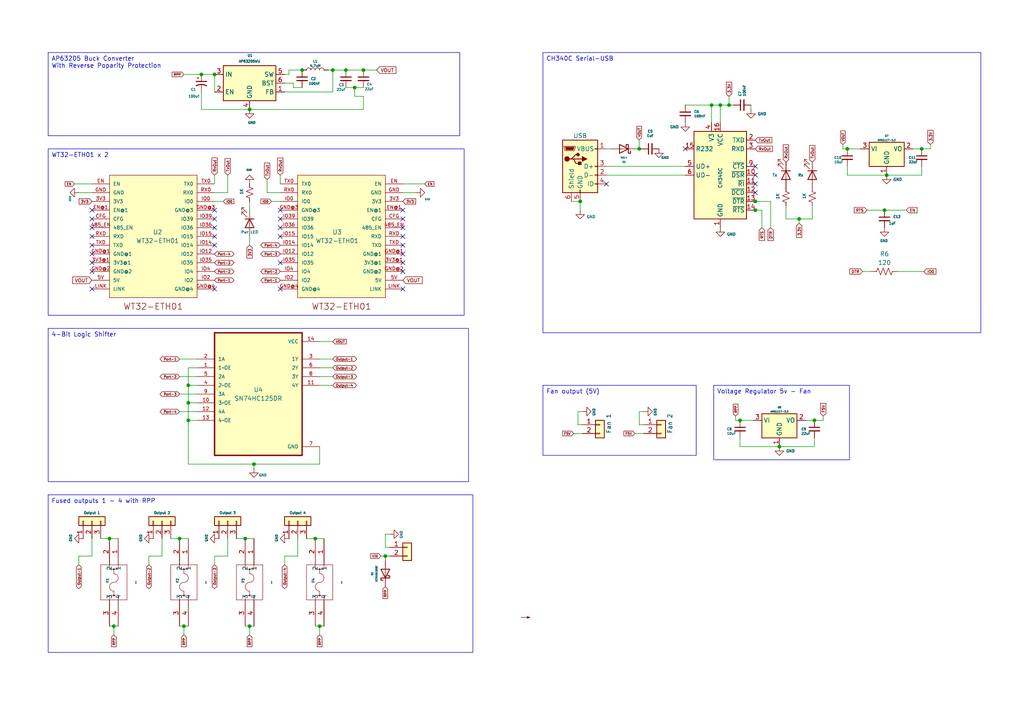
<source format=kicad_sch>
(kicad_sch (version 20230121) (generator eeschema)

  (uuid 02a5f671-3920-440a-b816-d8195eeda907)

  (paper "A4")

  (title_block
    (title "4-Output WT32-ETH01 Combination Board")
    (date "2023-10-20")
    (rev "1")
    (company "Creative xLights")
  )

  (lib_symbols
    (symbol "Connector:USB_B_Micro" (pin_names (offset 1.016)) (in_bom yes) (on_board yes)
      (property "Reference" "J" (at -5.08 11.43 0)
        (effects (font (size 1.27 1.27)) (justify left))
      )
      (property "Value" "USB_B_Micro" (at -5.08 8.89 0)
        (effects (font (size 1.27 1.27)) (justify left))
      )
      (property "Footprint" "" (at 3.81 -1.27 0)
        (effects (font (size 1.27 1.27)) hide)
      )
      (property "Datasheet" "~" (at 3.81 -1.27 0)
        (effects (font (size 1.27 1.27)) hide)
      )
      (property "ki_keywords" "connector USB micro" (at 0 0 0)
        (effects (font (size 1.27 1.27)) hide)
      )
      (property "ki_description" "USB Micro Type B connector" (at 0 0 0)
        (effects (font (size 1.27 1.27)) hide)
      )
      (property "ki_fp_filters" "USB*" (at 0 0 0)
        (effects (font (size 1.27 1.27)) hide)
      )
      (symbol "USB_B_Micro_0_1"
        (rectangle (start -5.08 -7.62) (end 5.08 7.62)
          (stroke (width 0.254) (type default))
          (fill (type background))
        )
        (circle (center -3.81 2.159) (radius 0.635)
          (stroke (width 0.254) (type default))
          (fill (type outline))
        )
        (circle (center -0.635 3.429) (radius 0.381)
          (stroke (width 0.254) (type default))
          (fill (type outline))
        )
        (rectangle (start -0.127 -7.62) (end 0.127 -6.858)
          (stroke (width 0) (type default))
          (fill (type none))
        )
        (polyline
          (pts
            (xy -1.905 2.159)
            (xy 0.635 2.159)
          )
          (stroke (width 0.254) (type default))
          (fill (type none))
        )
        (polyline
          (pts
            (xy -3.175 2.159)
            (xy -2.54 2.159)
            (xy -1.27 3.429)
            (xy -0.635 3.429)
          )
          (stroke (width 0.254) (type default))
          (fill (type none))
        )
        (polyline
          (pts
            (xy -2.54 2.159)
            (xy -1.905 2.159)
            (xy -1.27 0.889)
            (xy 0 0.889)
          )
          (stroke (width 0.254) (type default))
          (fill (type none))
        )
        (polyline
          (pts
            (xy 0.635 2.794)
            (xy 0.635 1.524)
            (xy 1.905 2.159)
            (xy 0.635 2.794)
          )
          (stroke (width 0.254) (type default))
          (fill (type outline))
        )
        (polyline
          (pts
            (xy -4.318 5.588)
            (xy -1.778 5.588)
            (xy -2.032 4.826)
            (xy -4.064 4.826)
            (xy -4.318 5.588)
          )
          (stroke (width 0) (type default))
          (fill (type outline))
        )
        (polyline
          (pts
            (xy -4.699 5.842)
            (xy -4.699 5.588)
            (xy -4.445 4.826)
            (xy -4.445 4.572)
            (xy -1.651 4.572)
            (xy -1.651 4.826)
            (xy -1.397 5.588)
            (xy -1.397 5.842)
            (xy -4.699 5.842)
          )
          (stroke (width 0) (type default))
          (fill (type none))
        )
        (rectangle (start 0.254 1.27) (end -0.508 0.508)
          (stroke (width 0.254) (type default))
          (fill (type outline))
        )
        (rectangle (start 5.08 -5.207) (end 4.318 -4.953)
          (stroke (width 0) (type default))
          (fill (type none))
        )
        (rectangle (start 5.08 -2.667) (end 4.318 -2.413)
          (stroke (width 0) (type default))
          (fill (type none))
        )
        (rectangle (start 5.08 -0.127) (end 4.318 0.127)
          (stroke (width 0) (type default))
          (fill (type none))
        )
        (rectangle (start 5.08 4.953) (end 4.318 5.207)
          (stroke (width 0) (type default))
          (fill (type none))
        )
      )
      (symbol "USB_B_Micro_1_1"
        (pin power_out line (at 7.62 5.08 180) (length 2.54)
          (name "VBUS" (effects (font (size 1.27 1.27))))
          (number "1" (effects (font (size 1.27 1.27))))
        )
        (pin bidirectional line (at 7.62 -2.54 180) (length 2.54)
          (name "D-" (effects (font (size 1.27 1.27))))
          (number "2" (effects (font (size 1.27 1.27))))
        )
        (pin bidirectional line (at 7.62 0 180) (length 2.54)
          (name "D+" (effects (font (size 1.27 1.27))))
          (number "3" (effects (font (size 1.27 1.27))))
        )
        (pin passive line (at 7.62 -5.08 180) (length 2.54)
          (name "ID" (effects (font (size 1.27 1.27))))
          (number "4" (effects (font (size 1.27 1.27))))
        )
        (pin power_out line (at 0 -10.16 90) (length 2.54)
          (name "GND" (effects (font (size 1.27 1.27))))
          (number "5" (effects (font (size 1.27 1.27))))
        )
        (pin passive line (at -2.54 -10.16 90) (length 2.54)
          (name "Shield" (effects (font (size 1.27 1.27))))
          (number "6" (effects (font (size 1.27 1.27))))
        )
      )
    )
    (symbol "Connector_Generic:Conn_01x02" (pin_names (offset 1.016) hide) (in_bom yes) (on_board yes)
      (property "Reference" "J" (at 0 2.54 0)
        (effects (font (size 1.27 1.27)))
      )
      (property "Value" "Conn_01x02" (at 0 -5.08 0)
        (effects (font (size 1.27 1.27)))
      )
      (property "Footprint" "" (at 0 0 0)
        (effects (font (size 1.27 1.27)) hide)
      )
      (property "Datasheet" "~" (at 0 0 0)
        (effects (font (size 1.27 1.27)) hide)
      )
      (property "ki_keywords" "connector" (at 0 0 0)
        (effects (font (size 1.27 1.27)) hide)
      )
      (property "ki_description" "Generic connector, single row, 01x02, script generated (kicad-library-utils/schlib/autogen/connector/)" (at 0 0 0)
        (effects (font (size 1.27 1.27)) hide)
      )
      (property "ki_fp_filters" "Connector*:*_1x??_*" (at 0 0 0)
        (effects (font (size 1.27 1.27)) hide)
      )
      (symbol "Conn_01x02_1_1"
        (rectangle (start -1.27 -2.413) (end 0 -2.667)
          (stroke (width 0.1524) (type default))
          (fill (type none))
        )
        (rectangle (start -1.27 0.127) (end 0 -0.127)
          (stroke (width 0.1524) (type default))
          (fill (type none))
        )
        (rectangle (start -1.27 1.27) (end 1.27 -3.81)
          (stroke (width 0.254) (type default))
          (fill (type background))
        )
        (pin passive line (at -5.08 0 0) (length 3.81)
          (name "Pin_1" (effects (font (size 1.27 1.27))))
          (number "1" (effects (font (size 1.27 1.27))))
        )
        (pin passive line (at -5.08 -2.54 0) (length 3.81)
          (name "Pin_2" (effects (font (size 1.27 1.27))))
          (number "2" (effects (font (size 1.27 1.27))))
        )
      )
    )
    (symbol "Connector_Generic:Conn_01x03" (pin_names (offset 1.016) hide) (in_bom yes) (on_board yes)
      (property "Reference" "J" (at 0 5.08 0)
        (effects (font (size 1.27 1.27)))
      )
      (property "Value" "Conn_01x03" (at 0 -5.08 0)
        (effects (font (size 1.27 1.27)))
      )
      (property "Footprint" "" (at 0 0 0)
        (effects (font (size 1.27 1.27)) hide)
      )
      (property "Datasheet" "~" (at 0 0 0)
        (effects (font (size 1.27 1.27)) hide)
      )
      (property "ki_keywords" "connector" (at 0 0 0)
        (effects (font (size 1.27 1.27)) hide)
      )
      (property "ki_description" "Generic connector, single row, 01x03, script generated (kicad-library-utils/schlib/autogen/connector/)" (at 0 0 0)
        (effects (font (size 1.27 1.27)) hide)
      )
      (property "ki_fp_filters" "Connector*:*_1x??_*" (at 0 0 0)
        (effects (font (size 1.27 1.27)) hide)
      )
      (symbol "Conn_01x03_1_1"
        (rectangle (start -1.27 -2.413) (end 0 -2.667)
          (stroke (width 0.1524) (type default))
          (fill (type none))
        )
        (rectangle (start -1.27 0.127) (end 0 -0.127)
          (stroke (width 0.1524) (type default))
          (fill (type none))
        )
        (rectangle (start -1.27 2.667) (end 0 2.413)
          (stroke (width 0.1524) (type default))
          (fill (type none))
        )
        (rectangle (start -1.27 3.81) (end 1.27 -3.81)
          (stroke (width 0.254) (type default))
          (fill (type background))
        )
        (pin passive line (at -5.08 2.54 0) (length 3.81)
          (name "Pin_1" (effects (font (size 1.27 1.27))))
          (number "1" (effects (font (size 1.27 1.27))))
        )
        (pin passive line (at -5.08 0 0) (length 3.81)
          (name "Pin_2" (effects (font (size 1.27 1.27))))
          (number "2" (effects (font (size 1.27 1.27))))
        )
        (pin passive line (at -5.08 -2.54 0) (length 3.81)
          (name "Pin_3" (effects (font (size 1.27 1.27))))
          (number "3" (effects (font (size 1.27 1.27))))
        )
      )
    )
    (symbol "Device:C_Polarized_Small_US" (pin_numbers hide) (pin_names (offset 0.254) hide) (in_bom yes) (on_board yes)
      (property "Reference" "C" (at 0.254 1.778 0)
        (effects (font (size 1.27 1.27)) (justify left))
      )
      (property "Value" "C_Polarized_Small_US" (at 0.254 -2.032 0)
        (effects (font (size 1.27 1.27)) (justify left))
      )
      (property "Footprint" "" (at 0 0 0)
        (effects (font (size 1.27 1.27)) hide)
      )
      (property "Datasheet" "~" (at 0 0 0)
        (effects (font (size 1.27 1.27)) hide)
      )
      (property "ki_keywords" "cap capacitor" (at 0 0 0)
        (effects (font (size 1.27 1.27)) hide)
      )
      (property "ki_description" "Polarized capacitor, small US symbol" (at 0 0 0)
        (effects (font (size 1.27 1.27)) hide)
      )
      (property "ki_fp_filters" "CP_*" (at 0 0 0)
        (effects (font (size 1.27 1.27)) hide)
      )
      (symbol "C_Polarized_Small_US_0_1"
        (polyline
          (pts
            (xy -1.524 0.508)
            (xy 1.524 0.508)
          )
          (stroke (width 0.3048) (type default))
          (fill (type none))
        )
        (polyline
          (pts
            (xy -1.27 1.524)
            (xy -0.762 1.524)
          )
          (stroke (width 0) (type default))
          (fill (type none))
        )
        (polyline
          (pts
            (xy -1.016 1.27)
            (xy -1.016 1.778)
          )
          (stroke (width 0) (type default))
          (fill (type none))
        )
        (arc (start 1.524 -0.762) (mid 0 -0.3734) (end -1.524 -0.762)
          (stroke (width 0.3048) (type default))
          (fill (type none))
        )
      )
      (symbol "C_Polarized_Small_US_1_1"
        (pin passive line (at 0 2.54 270) (length 2.032)
          (name "~" (effects (font (size 1.27 1.27))))
          (number "1" (effects (font (size 1.27 1.27))))
        )
        (pin passive line (at 0 -2.54 90) (length 2.032)
          (name "~" (effects (font (size 1.27 1.27))))
          (number "2" (effects (font (size 1.27 1.27))))
        )
      )
    )
    (symbol "Device:C_Small" (pin_numbers hide) (pin_names (offset 0.254) hide) (in_bom yes) (on_board yes)
      (property "Reference" "C" (at 0.254 1.778 0)
        (effects (font (size 1.27 1.27)) (justify left))
      )
      (property "Value" "C_Small" (at 0.254 -2.032 0)
        (effects (font (size 1.27 1.27)) (justify left))
      )
      (property "Footprint" "" (at 0 0 0)
        (effects (font (size 1.27 1.27)) hide)
      )
      (property "Datasheet" "~" (at 0 0 0)
        (effects (font (size 1.27 1.27)) hide)
      )
      (property "ki_keywords" "capacitor cap" (at 0 0 0)
        (effects (font (size 1.27 1.27)) hide)
      )
      (property "ki_description" "Unpolarized capacitor, small symbol" (at 0 0 0)
        (effects (font (size 1.27 1.27)) hide)
      )
      (property "ki_fp_filters" "C_*" (at 0 0 0)
        (effects (font (size 1.27 1.27)) hide)
      )
      (symbol "C_Small_0_1"
        (polyline
          (pts
            (xy -1.524 -0.508)
            (xy 1.524 -0.508)
          )
          (stroke (width 0.3302) (type default))
          (fill (type none))
        )
        (polyline
          (pts
            (xy -1.524 0.508)
            (xy 1.524 0.508)
          )
          (stroke (width 0.3048) (type default))
          (fill (type none))
        )
      )
      (symbol "C_Small_1_1"
        (pin passive line (at 0 2.54 270) (length 2.032)
          (name "~" (effects (font (size 1.27 1.27))))
          (number "1" (effects (font (size 1.27 1.27))))
        )
        (pin passive line (at 0 -2.54 90) (length 2.032)
          (name "~" (effects (font (size 1.27 1.27))))
          (number "2" (effects (font (size 1.27 1.27))))
        )
      )
    )
    (symbol "Device:L" (pin_numbers hide) (pin_names (offset 1.016) hide) (in_bom yes) (on_board yes)
      (property "Reference" "L" (at -1.27 0 90)
        (effects (font (size 1.27 1.27)))
      )
      (property "Value" "L" (at 1.905 0 90)
        (effects (font (size 1.27 1.27)))
      )
      (property "Footprint" "" (at 0 0 0)
        (effects (font (size 1.27 1.27)) hide)
      )
      (property "Datasheet" "~" (at 0 0 0)
        (effects (font (size 1.27 1.27)) hide)
      )
      (property "ki_keywords" "inductor choke coil reactor magnetic" (at 0 0 0)
        (effects (font (size 1.27 1.27)) hide)
      )
      (property "ki_description" "Inductor" (at 0 0 0)
        (effects (font (size 1.27 1.27)) hide)
      )
      (property "ki_fp_filters" "Choke_* *Coil* Inductor_* L_*" (at 0 0 0)
        (effects (font (size 1.27 1.27)) hide)
      )
      (symbol "L_0_1"
        (arc (start 0 -2.54) (mid 0.6323 -1.905) (end 0 -1.27)
          (stroke (width 0) (type default))
          (fill (type none))
        )
        (arc (start 0 -1.27) (mid 0.6323 -0.635) (end 0 0)
          (stroke (width 0) (type default))
          (fill (type none))
        )
        (arc (start 0 0) (mid 0.6323 0.635) (end 0 1.27)
          (stroke (width 0) (type default))
          (fill (type none))
        )
        (arc (start 0 1.27) (mid 0.6323 1.905) (end 0 2.54)
          (stroke (width 0) (type default))
          (fill (type none))
        )
      )
      (symbol "L_1_1"
        (pin passive line (at 0 3.81 270) (length 1.27)
          (name "1" (effects (font (size 1.27 1.27))))
          (number "1" (effects (font (size 1.27 1.27))))
        )
        (pin passive line (at 0 -3.81 90) (length 1.27)
          (name "2" (effects (font (size 1.27 1.27))))
          (number "2" (effects (font (size 1.27 1.27))))
        )
      )
    )
    (symbol "Device:LED" (pin_numbers hide) (pin_names (offset 1.016) hide) (in_bom yes) (on_board yes)
      (property "Reference" "D" (at 0 2.54 0)
        (effects (font (size 1.27 1.27)))
      )
      (property "Value" "LED" (at 0 -2.54 0)
        (effects (font (size 1.27 1.27)))
      )
      (property "Footprint" "" (at 0 0 0)
        (effects (font (size 1.27 1.27)) hide)
      )
      (property "Datasheet" "~" (at 0 0 0)
        (effects (font (size 1.27 1.27)) hide)
      )
      (property "ki_keywords" "LED diode" (at 0 0 0)
        (effects (font (size 1.27 1.27)) hide)
      )
      (property "ki_description" "Light emitting diode" (at 0 0 0)
        (effects (font (size 1.27 1.27)) hide)
      )
      (property "ki_fp_filters" "LED* LED_SMD:* LED_THT:*" (at 0 0 0)
        (effects (font (size 1.27 1.27)) hide)
      )
      (symbol "LED_0_1"
        (polyline
          (pts
            (xy -1.27 -1.27)
            (xy -1.27 1.27)
          )
          (stroke (width 0.254) (type default))
          (fill (type none))
        )
        (polyline
          (pts
            (xy -1.27 0)
            (xy 1.27 0)
          )
          (stroke (width 0) (type default))
          (fill (type none))
        )
        (polyline
          (pts
            (xy 1.27 -1.27)
            (xy 1.27 1.27)
            (xy -1.27 0)
            (xy 1.27 -1.27)
          )
          (stroke (width 0.254) (type default))
          (fill (type none))
        )
        (polyline
          (pts
            (xy -3.048 -0.762)
            (xy -4.572 -2.286)
            (xy -3.81 -2.286)
            (xy -4.572 -2.286)
            (xy -4.572 -1.524)
          )
          (stroke (width 0) (type default))
          (fill (type none))
        )
        (polyline
          (pts
            (xy -1.778 -0.762)
            (xy -3.302 -2.286)
            (xy -2.54 -2.286)
            (xy -3.302 -2.286)
            (xy -3.302 -1.524)
          )
          (stroke (width 0) (type default))
          (fill (type none))
        )
      )
      (symbol "LED_1_1"
        (pin passive line (at -3.81 0 0) (length 2.54)
          (name "K" (effects (font (size 1.27 1.27))))
          (number "1" (effects (font (size 1.27 1.27))))
        )
        (pin passive line (at 3.81 0 180) (length 2.54)
          (name "A" (effects (font (size 1.27 1.27))))
          (number "2" (effects (font (size 1.27 1.27))))
        )
      )
    )
    (symbol "Device:R_Small_US" (pin_numbers hide) (pin_names (offset 0.254) hide) (in_bom yes) (on_board yes)
      (property "Reference" "R" (at 0.762 0.508 0)
        (effects (font (size 1.27 1.27)) (justify left))
      )
      (property "Value" "R_Small_US" (at 0.762 -1.016 0)
        (effects (font (size 1.27 1.27)) (justify left))
      )
      (property "Footprint" "" (at 0 0 0)
        (effects (font (size 1.27 1.27)) hide)
      )
      (property "Datasheet" "~" (at 0 0 0)
        (effects (font (size 1.27 1.27)) hide)
      )
      (property "ki_keywords" "r resistor" (at 0 0 0)
        (effects (font (size 1.27 1.27)) hide)
      )
      (property "ki_description" "Resistor, small US symbol" (at 0 0 0)
        (effects (font (size 1.27 1.27)) hide)
      )
      (property "ki_fp_filters" "R_*" (at 0 0 0)
        (effects (font (size 1.27 1.27)) hide)
      )
      (symbol "R_Small_US_1_1"
        (polyline
          (pts
            (xy 0 0)
            (xy 1.016 -0.381)
            (xy 0 -0.762)
            (xy -1.016 -1.143)
            (xy 0 -1.524)
          )
          (stroke (width 0) (type default))
          (fill (type none))
        )
        (polyline
          (pts
            (xy 0 1.524)
            (xy 1.016 1.143)
            (xy 0 0.762)
            (xy -1.016 0.381)
            (xy 0 0)
          )
          (stroke (width 0) (type default))
          (fill (type none))
        )
        (pin passive line (at 0 2.54 270) (length 1.016)
          (name "~" (effects (font (size 1.27 1.27))))
          (number "1" (effects (font (size 1.27 1.27))))
        )
        (pin passive line (at 0 -2.54 90) (length 1.016)
          (name "~" (effects (font (size 1.27 1.27))))
          (number "2" (effects (font (size 1.27 1.27))))
        )
      )
    )
    (symbol "Device:R_US" (pin_numbers hide) (pin_names (offset 0)) (in_bom yes) (on_board yes)
      (property "Reference" "R" (at 2.54 0 90)
        (effects (font (size 1.27 1.27)))
      )
      (property "Value" "R_US" (at -2.54 0 90)
        (effects (font (size 1.27 1.27)))
      )
      (property "Footprint" "" (at 1.016 -0.254 90)
        (effects (font (size 1.27 1.27)) hide)
      )
      (property "Datasheet" "~" (at 0 0 0)
        (effects (font (size 1.27 1.27)) hide)
      )
      (property "ki_keywords" "R res resistor" (at 0 0 0)
        (effects (font (size 1.27 1.27)) hide)
      )
      (property "ki_description" "Resistor, US symbol" (at 0 0 0)
        (effects (font (size 1.27 1.27)) hide)
      )
      (property "ki_fp_filters" "R_*" (at 0 0 0)
        (effects (font (size 1.27 1.27)) hide)
      )
      (symbol "R_US_0_1"
        (polyline
          (pts
            (xy 0 -2.286)
            (xy 0 -2.54)
          )
          (stroke (width 0) (type default))
          (fill (type none))
        )
        (polyline
          (pts
            (xy 0 2.286)
            (xy 0 2.54)
          )
          (stroke (width 0) (type default))
          (fill (type none))
        )
        (polyline
          (pts
            (xy 0 -0.762)
            (xy 1.016 -1.143)
            (xy 0 -1.524)
            (xy -1.016 -1.905)
            (xy 0 -2.286)
          )
          (stroke (width 0) (type default))
          (fill (type none))
        )
        (polyline
          (pts
            (xy 0 0.762)
            (xy 1.016 0.381)
            (xy 0 0)
            (xy -1.016 -0.381)
            (xy 0 -0.762)
          )
          (stroke (width 0) (type default))
          (fill (type none))
        )
        (polyline
          (pts
            (xy 0 2.286)
            (xy 1.016 1.905)
            (xy 0 1.524)
            (xy -1.016 1.143)
            (xy 0 0.762)
          )
          (stroke (width 0) (type default))
          (fill (type none))
        )
      )
      (symbol "R_US_1_1"
        (pin passive line (at 0 3.81 270) (length 1.27)
          (name "~" (effects (font (size 1.27 1.27))))
          (number "1" (effects (font (size 1.27 1.27))))
        )
        (pin passive line (at 0 -3.81 90) (length 1.27)
          (name "~" (effects (font (size 1.27 1.27))))
          (number "2" (effects (font (size 1.27 1.27))))
        )
      )
    )
    (symbol "Diode:1N5711UR" (pin_numbers hide) (pin_names (offset 1.016) hide) (in_bom yes) (on_board yes)
      (property "Reference" "D" (at 0 2.54 0)
        (effects (font (size 1.27 1.27)))
      )
      (property "Value" "1N5711UR" (at 0 -2.54 0)
        (effects (font (size 1.27 1.27)))
      )
      (property "Footprint" "Diode_SMD:D_MELF" (at 0 -4.445 0)
        (effects (font (size 1.27 1.27)) hide)
      )
      (property "Datasheet" "https://www.microsemi.com/document-portal/doc_download/131890-lds-0040-1-datasheet" (at 0 0 0)
        (effects (font (size 1.27 1.27)) hide)
      )
      (property "ki_keywords" "diode Schottky" (at 0 0 0)
        (effects (font (size 1.27 1.27)) hide)
      )
      (property "ki_description" "70V 33mA Schottky diode, MELF(DO-213AA)" (at 0 0 0)
        (effects (font (size 1.27 1.27)) hide)
      )
      (property "ki_fp_filters" "D?MELF*" (at 0 0 0)
        (effects (font (size 1.27 1.27)) hide)
      )
      (symbol "1N5711UR_0_1"
        (polyline
          (pts
            (xy 1.27 0)
            (xy -1.27 0)
          )
          (stroke (width 0) (type default))
          (fill (type none))
        )
        (polyline
          (pts
            (xy 1.27 1.27)
            (xy 1.27 -1.27)
            (xy -1.27 0)
            (xy 1.27 1.27)
          )
          (stroke (width 0.254) (type default))
          (fill (type none))
        )
        (polyline
          (pts
            (xy -1.905 0.635)
            (xy -1.905 1.27)
            (xy -1.27 1.27)
            (xy -1.27 -1.27)
            (xy -0.635 -1.27)
            (xy -0.635 -0.635)
          )
          (stroke (width 0.254) (type default))
          (fill (type none))
        )
      )
      (symbol "1N5711UR_1_1"
        (pin passive line (at -3.81 0 0) (length 2.54)
          (name "K" (effects (font (size 1.27 1.27))))
          (number "1" (effects (font (size 1.27 1.27))))
        )
        (pin passive line (at 3.81 0 180) (length 2.54)
          (name "A" (effects (font (size 1.27 1.27))))
          (number "2" (effects (font (size 1.27 1.27))))
        )
      )
    )
    (symbol "Graphic:SYM_Arrow_Tiny" (in_bom no) (on_board no)
      (property "Reference" "#SYM" (at 0 1.524 0)
        (effects (font (size 1.27 1.27)) hide)
      )
      (property "Value" "SYM_Arrow_Tiny" (at 0.254 -1.27 0)
        (effects (font (size 1.27 1.27)) hide)
      )
      (property "Footprint" "" (at 0 0 0)
        (effects (font (size 1.27 1.27)) hide)
      )
      (property "Datasheet" "~" (at 0 0 0)
        (effects (font (size 1.27 1.27)) hide)
      )
      (property "Sim.Enable" "0" (at 0 0 0)
        (effects (font (size 1.27 1.27)) hide)
      )
      (property "ki_keywords" "symbol arrow" (at 0 0 0)
        (effects (font (size 1.27 1.27)) hide)
      )
      (property "ki_description" "Filled arrow, 100mil" (at 0 0 0)
        (effects (font (size 1.27 1.27)) hide)
      )
      (symbol "SYM_Arrow_Tiny_0_1"
        (polyline
          (pts
            (xy 1.27 0)
            (xy -1.27 0)
          )
          (stroke (width 0) (type default))
          (fill (type none))
        )
        (polyline
          (pts
            (xy 1.27 0)
            (xy 0.508 -0.254)
            (xy 0.508 0.254)
            (xy 1.27 0)
          )
          (stroke (width 0) (type default))
          (fill (type outline))
        )
      )
    )
    (symbol "Interface_USB:CH340C" (in_bom yes) (on_board yes)
      (property "Reference" "U" (at -5.08 13.97 0)
        (effects (font (size 1.27 1.27)) (justify right))
      )
      (property "Value" "CH340C" (at 1.27 13.97 0)
        (effects (font (size 1.27 1.27)) (justify left))
      )
      (property "Footprint" "Package_SO:SOIC-16_3.9x9.9mm_P1.27mm" (at 1.27 -13.97 0)
        (effects (font (size 1.27 1.27)) (justify left) hide)
      )
      (property "Datasheet" "https://datasheet.lcsc.com/szlcsc/Jiangsu-Qin-Heng-CH340C_C84681.pdf" (at -8.89 20.32 0)
        (effects (font (size 1.27 1.27)) hide)
      )
      (property "ki_keywords" "USB UART Serial Converter Interface" (at 0 0 0)
        (effects (font (size 1.27 1.27)) hide)
      )
      (property "ki_description" "USB serial converter, UART, SOIC-16" (at 0 0 0)
        (effects (font (size 1.27 1.27)) hide)
      )
      (property "ki_fp_filters" "SOIC*3.9x9.9mm*P1.27mm*" (at 0 0 0)
        (effects (font (size 1.27 1.27)) hide)
      )
      (symbol "CH340C_0_1"
        (rectangle (start -7.62 12.7) (end 7.62 -12.7)
          (stroke (width 0.254) (type default))
          (fill (type background))
        )
      )
      (symbol "CH340C_1_1"
        (pin power_in line (at 0 -15.24 90) (length 2.54)
          (name "GND" (effects (font (size 1.27 1.27))))
          (number "1" (effects (font (size 1.27 1.27))))
        )
        (pin input line (at 10.16 0 180) (length 2.54)
          (name "~{DSR}" (effects (font (size 1.27 1.27))))
          (number "10" (effects (font (size 1.27 1.27))))
        )
        (pin input line (at 10.16 -2.54 180) (length 2.54)
          (name "~{RI}" (effects (font (size 1.27 1.27))))
          (number "11" (effects (font (size 1.27 1.27))))
        )
        (pin input line (at 10.16 -5.08 180) (length 2.54)
          (name "~{DCD}" (effects (font (size 1.27 1.27))))
          (number "12" (effects (font (size 1.27 1.27))))
        )
        (pin output line (at 10.16 -7.62 180) (length 2.54)
          (name "~{DTR}" (effects (font (size 1.27 1.27))))
          (number "13" (effects (font (size 1.27 1.27))))
        )
        (pin output line (at 10.16 -10.16 180) (length 2.54)
          (name "~{RTS}" (effects (font (size 1.27 1.27))))
          (number "14" (effects (font (size 1.27 1.27))))
        )
        (pin input line (at -10.16 7.62 0) (length 2.54)
          (name "R232" (effects (font (size 1.27 1.27))))
          (number "15" (effects (font (size 1.27 1.27))))
        )
        (pin power_in line (at 0 15.24 270) (length 2.54)
          (name "VCC" (effects (font (size 1.27 1.27))))
          (number "16" (effects (font (size 1.27 1.27))))
        )
        (pin output line (at 10.16 10.16 180) (length 2.54)
          (name "TXD" (effects (font (size 1.27 1.27))))
          (number "2" (effects (font (size 1.27 1.27))))
        )
        (pin input line (at 10.16 7.62 180) (length 2.54)
          (name "RXD" (effects (font (size 1.27 1.27))))
          (number "3" (effects (font (size 1.27 1.27))))
        )
        (pin passive line (at -2.54 15.24 270) (length 2.54)
          (name "V3" (effects (font (size 1.27 1.27))))
          (number "4" (effects (font (size 1.27 1.27))))
        )
        (pin bidirectional line (at -10.16 2.54 0) (length 2.54)
          (name "UD+" (effects (font (size 1.27 1.27))))
          (number "5" (effects (font (size 1.27 1.27))))
        )
        (pin bidirectional line (at -10.16 0 0) (length 2.54)
          (name "UD-" (effects (font (size 1.27 1.27))))
          (number "6" (effects (font (size 1.27 1.27))))
        )
        (pin no_connect line (at -7.62 -7.62 0) (length 2.54) hide
          (name "NC" (effects (font (size 1.27 1.27))))
          (number "7" (effects (font (size 1.27 1.27))))
        )
        (pin no_connect line (at -7.62 -10.16 0) (length 2.54) hide
          (name "NC" (effects (font (size 1.27 1.27))))
          (number "8" (effects (font (size 1.27 1.27))))
        )
        (pin input line (at 10.16 2.54 180) (length 2.54)
          (name "~{CTS}" (effects (font (size 1.27 1.27))))
          (number "9" (effects (font (size 1.27 1.27))))
        )
      )
    )
    (symbol "Regulator_Linear:AMS1117-3.3" (in_bom yes) (on_board yes)
      (property "Reference" "U" (at -3.81 3.175 0)
        (effects (font (size 1.27 1.27)))
      )
      (property "Value" "AMS1117-3.3" (at 0 3.175 0)
        (effects (font (size 1.27 1.27)) (justify left))
      )
      (property "Footprint" "Package_TO_SOT_SMD:SOT-223-3_TabPin2" (at 0 5.08 0)
        (effects (font (size 1.27 1.27)) hide)
      )
      (property "Datasheet" "http://www.advanced-monolithic.com/pdf/ds1117.pdf" (at 2.54 -6.35 0)
        (effects (font (size 1.27 1.27)) hide)
      )
      (property "ki_keywords" "linear regulator ldo fixed positive" (at 0 0 0)
        (effects (font (size 1.27 1.27)) hide)
      )
      (property "ki_description" "1A Low Dropout regulator, positive, 3.3V fixed output, SOT-223" (at 0 0 0)
        (effects (font (size 1.27 1.27)) hide)
      )
      (property "ki_fp_filters" "SOT?223*TabPin2*" (at 0 0 0)
        (effects (font (size 1.27 1.27)) hide)
      )
      (symbol "AMS1117-3.3_0_1"
        (rectangle (start -5.08 -5.08) (end 5.08 1.905)
          (stroke (width 0.254) (type default))
          (fill (type background))
        )
      )
      (symbol "AMS1117-3.3_1_1"
        (pin power_in line (at 0 -7.62 90) (length 2.54)
          (name "GND" (effects (font (size 1.27 1.27))))
          (number "1" (effects (font (size 1.27 1.27))))
        )
        (pin power_out line (at 7.62 0 180) (length 2.54)
          (name "VO" (effects (font (size 1.27 1.27))))
          (number "2" (effects (font (size 1.27 1.27))))
        )
        (pin power_in line (at -7.62 0 0) (length 2.54)
          (name "VI" (effects (font (size 1.27 1.27))))
          (number "3" (effects (font (size 1.27 1.27))))
        )
      )
    )
    (symbol "Regulator_Switching:AP63205WU" (in_bom yes) (on_board yes)
      (property "Reference" "U" (at -7.62 6.35 0)
        (effects (font (size 1.27 1.27)))
      )
      (property "Value" "AP63205WU" (at 2.54 6.35 0)
        (effects (font (size 1.27 1.27)))
      )
      (property "Footprint" "Package_TO_SOT_SMD:TSOT-23-6" (at 0 -22.86 0)
        (effects (font (size 1.27 1.27)) hide)
      )
      (property "Datasheet" "https://www.diodes.com/assets/Datasheets/AP63200-AP63201-AP63203-AP63205.pdf" (at 0 0 0)
        (effects (font (size 1.27 1.27)) hide)
      )
      (property "ki_keywords" "2A Buck DC/DC" (at 0 0 0)
        (effects (font (size 1.27 1.27)) hide)
      )
      (property "ki_description" "2A, 1.1MHz Buck DC/DC Converter, fixed 5.0V output voltage, TSOT-23-6" (at 0 0 0)
        (effects (font (size 1.27 1.27)) hide)
      )
      (property "ki_fp_filters" "TSOT?23*" (at 0 0 0)
        (effects (font (size 1.27 1.27)) hide)
      )
      (symbol "AP63205WU_0_1"
        (rectangle (start -7.62 5.08) (end 7.62 -5.08)
          (stroke (width 0.254) (type default))
          (fill (type background))
        )
      )
      (symbol "AP63205WU_1_1"
        (pin input line (at 10.16 -2.54 180) (length 2.54)
          (name "FB" (effects (font (size 1.27 1.27))))
          (number "1" (effects (font (size 1.27 1.27))))
        )
        (pin input line (at -10.16 -2.54 0) (length 2.54)
          (name "EN" (effects (font (size 1.27 1.27))))
          (number "2" (effects (font (size 1.27 1.27))))
        )
        (pin power_in line (at -10.16 2.54 0) (length 2.54)
          (name "IN" (effects (font (size 1.27 1.27))))
          (number "3" (effects (font (size 1.27 1.27))))
        )
        (pin power_in line (at 0 -7.62 90) (length 2.54)
          (name "GND" (effects (font (size 1.27 1.27))))
          (number "4" (effects (font (size 1.27 1.27))))
        )
        (pin output line (at 10.16 2.54 180) (length 2.54)
          (name "SW" (effects (font (size 1.27 1.27))))
          (number "5" (effects (font (size 1.27 1.27))))
        )
        (pin passive line (at 10.16 0 180) (length 2.54)
          (name "BST" (effects (font (size 1.27 1.27))))
          (number "6" (effects (font (size 1.27 1.27))))
        )
      )
    )
    (symbol "SN74HC125DR:SN74HC125DR" (pin_names (offset 1.016)) (in_bom yes) (on_board yes)
      (property "Reference" "U" (at -12.7 18.78 0)
        (effects (font (size 1.27 1.27)) (justify left bottom))
      )
      (property "Value" "SN74HC125DR" (at -12.7 -21.78 0)
        (effects (font (size 1.27 1.27)) (justify left bottom))
      )
      (property "Footprint" "SN74HC125DR:SOIC127P600X175-14N" (at 0 0 0)
        (effects (font (size 1.27 1.27)) (justify bottom) hide)
      )
      (property "Datasheet" "" (at 0 0 0)
        (effects (font (size 1.27 1.27)) hide)
      )
      (property "MF" "Texas Instruments" (at 0 0 0)
        (effects (font (size 1.27 1.27)) (justify bottom) hide)
      )
      (property "Description" "\n4-ch, 2-V to 6-V buffers with 3-state outputs\n" (at 0 0 0)
        (effects (font (size 1.27 1.27)) (justify bottom) hide)
      )
      (property "Package" "SOIC-14 Texas Instruments" (at 0 0 0)
        (effects (font (size 1.27 1.27)) (justify bottom) hide)
      )
      (property "Price" "None" (at 0 0 0)
        (effects (font (size 1.27 1.27)) (justify bottom) hide)
      )
      (property "SnapEDA_Link" "https://www.snapeda.com/parts/SN74HC125DR/Texas+Instruments/view-part/?ref=snap" (at 0 0 0)
        (effects (font (size 1.27 1.27)) (justify bottom) hide)
      )
      (property "MP" "SN74HC125DR" (at 0 0 0)
        (effects (font (size 1.27 1.27)) (justify bottom) hide)
      )
      (property "Purchase-URL" "https://www.snapeda.com/api/url_track_click_mouser/?unipart_id=361930&manufacturer=Texas Instruments&part_name=SN74HC125DR&search_term=sn74hc125" (at 0 0 0)
        (effects (font (size 1.27 1.27)) (justify bottom) hide)
      )
      (property "Availability" "In Stock" (at 0 0 0)
        (effects (font (size 1.27 1.27)) (justify bottom) hide)
      )
      (property "Check_prices" "https://www.snapeda.com/parts/SN74HC125DR/Texas+Instruments/view-part/?ref=eda" (at 0 0 0)
        (effects (font (size 1.27 1.27)) (justify bottom) hide)
      )
      (symbol "SN74HC125DR_0_0"
        (rectangle (start -12.7 -17.78) (end 12.7 17.78)
          (stroke (width 0.41) (type default))
          (fill (type background))
        )
        (pin input line (at -17.78 7.62 0) (length 5.08)
          (name "1~OE" (effects (font (size 1.016 1.016))))
          (number "1" (effects (font (size 1.016 1.016))))
        )
        (pin input line (at -17.78 -2.54 0) (length 5.08)
          (name "3~OE" (effects (font (size 1.016 1.016))))
          (number "10" (effects (font (size 1.016 1.016))))
        )
        (pin output line (at 17.78 2.54 180) (length 5.08)
          (name "4Y" (effects (font (size 1.016 1.016))))
          (number "11" (effects (font (size 1.016 1.016))))
        )
        (pin input line (at -17.78 -5.08 0) (length 5.08)
          (name "4A" (effects (font (size 1.016 1.016))))
          (number "12" (effects (font (size 1.016 1.016))))
        )
        (pin input line (at -17.78 -7.62 0) (length 5.08)
          (name "4~OE" (effects (font (size 1.016 1.016))))
          (number "13" (effects (font (size 1.016 1.016))))
        )
        (pin power_in line (at 17.78 15.24 180) (length 5.08)
          (name "VCC" (effects (font (size 1.016 1.016))))
          (number "14" (effects (font (size 1.016 1.016))))
        )
        (pin input line (at -17.78 10.16 0) (length 5.08)
          (name "1A" (effects (font (size 1.016 1.016))))
          (number "2" (effects (font (size 1.016 1.016))))
        )
        (pin output line (at 17.78 10.16 180) (length 5.08)
          (name "1Y" (effects (font (size 1.016 1.016))))
          (number "3" (effects (font (size 1.016 1.016))))
        )
        (pin input line (at -17.78 2.54 0) (length 5.08)
          (name "2~OE" (effects (font (size 1.016 1.016))))
          (number "4" (effects (font (size 1.016 1.016))))
        )
        (pin input line (at -17.78 5.08 0) (length 5.08)
          (name "2A" (effects (font (size 1.016 1.016))))
          (number "5" (effects (font (size 1.016 1.016))))
        )
        (pin output line (at 17.78 7.62 180) (length 5.08)
          (name "2Y" (effects (font (size 1.016 1.016))))
          (number "6" (effects (font (size 1.016 1.016))))
        )
        (pin power_in line (at 17.78 -15.24 180) (length 5.08)
          (name "GND" (effects (font (size 1.016 1.016))))
          (number "7" (effects (font (size 1.016 1.016))))
        )
        (pin output line (at 17.78 5.08 180) (length 5.08)
          (name "3Y" (effects (font (size 1.016 1.016))))
          (number "8" (effects (font (size 1.016 1.016))))
        )
        (pin input line (at -17.78 0 0) (length 5.08)
          (name "3A" (effects (font (size 1.016 1.016))))
          (number "9" (effects (font (size 1.016 1.016))))
        )
      )
    )
    (symbol "WT32-ETH-Fuse-Symb:MCCQ-122" (pin_names (offset 0.254)) (in_bom yes) (on_board yes)
      (property "Reference" "F" (at 12.7 7.62 0)
        (effects (font (size 1.524 1.524)))
      )
      (property "Value" "MCCQ-122" (at 12.7 5.08 0)
        (effects (font (size 1.524 1.524)))
      )
      (property "Footprint" "MCCQ-122_MTC" (at 0 0 0)
        (effects (font (size 1.27 1.27) italic) hide)
      )
      (property "Datasheet" "MCCQ-122" (at 0 0 0)
        (effects (font (size 1.27 1.27) italic) hide)
      )
      (property "ki_locked" "" (at 0 0 0)
        (effects (font (size 1.27 1.27)))
      )
      (property "ki_keywords" "MCCQ-122" (at 0 0 0)
        (effects (font (size 1.27 1.27)) hide)
      )
      (property "ki_fp_filters" "MCCQ-122_MTC" (at 0 0 0)
        (effects (font (size 1.27 1.27)) hide)
      )
      (symbol "MCCQ-122_0_1"
        (polyline
          (pts
            (xy 7.62 -5.08)
            (xy 17.78 -5.08)
          )
          (stroke (width 0.127) (type default))
          (fill (type none))
        )
        (polyline
          (pts
            (xy 7.62 -2.54)
            (xy 8.89 -2.54)
          )
          (stroke (width 0.127) (type default))
          (fill (type none))
        )
        (polyline
          (pts
            (xy 7.62 0)
            (xy 8.89 0)
          )
          (stroke (width 0.127) (type default))
          (fill (type none))
        )
        (polyline
          (pts
            (xy 7.62 2.54)
            (xy 7.62 -5.08)
          )
          (stroke (width 0.127) (type default))
          (fill (type none))
        )
        (polyline
          (pts
            (xy 8.89 -1.27)
            (xy 10.16 -1.27)
          )
          (stroke (width 0.127) (type default))
          (fill (type none))
        )
        (polyline
          (pts
            (xy 8.89 0)
            (xy 8.89 -2.54)
          )
          (stroke (width 0.127) (type default))
          (fill (type none))
        )
        (polyline
          (pts
            (xy 15.24 -1.27)
            (xy 16.51 -1.27)
          )
          (stroke (width 0.127) (type default))
          (fill (type none))
        )
        (polyline
          (pts
            (xy 16.51 -2.54)
            (xy 16.51 0)
          )
          (stroke (width 0.127) (type default))
          (fill (type none))
        )
        (polyline
          (pts
            (xy 16.51 0)
            (xy 17.78 0)
          )
          (stroke (width 0.127) (type default))
          (fill (type none))
        )
        (polyline
          (pts
            (xy 17.78 -5.08)
            (xy 17.78 2.54)
          )
          (stroke (width 0.127) (type default))
          (fill (type none))
        )
        (polyline
          (pts
            (xy 17.78 -2.54)
            (xy 16.51 -2.54)
          )
          (stroke (width 0.127) (type default))
          (fill (type none))
        )
        (polyline
          (pts
            (xy 17.78 2.54)
            (xy 7.62 2.54)
          )
          (stroke (width 0.127) (type default))
          (fill (type none))
        )
        (circle (center 8.89 -1.27) (radius 0.127)
          (stroke (width 0.254) (type default))
          (fill (type none))
        )
        (arc (start 12.7 -1.27) (mid 11.43 -0.0055) (end 10.16 -1.27)
          (stroke (width 0.127) (type default))
          (fill (type none))
        )
        (arc (start 12.7 -1.27) (mid 13.97 -2.5345) (end 15.24 -1.27)
          (stroke (width 0.127) (type default))
          (fill (type none))
        )
        (circle (center 16.51 -1.27) (radius 0.127)
          (stroke (width 0.254) (type default))
          (fill (type none))
        )
        (pin unspecified line (at 0 0 0) (length 7.62)
          (name "1" (effects (font (size 1.27 1.27))))
          (number "1" (effects (font (size 1.27 1.27))))
        )
        (pin unspecified line (at 0 -2.54 0) (length 7.62)
          (name "2" (effects (font (size 1.27 1.27))))
          (number "2" (effects (font (size 1.27 1.27))))
        )
        (pin unspecified line (at 25.4 -2.54 180) (length 7.62)
          (name "3" (effects (font (size 1.27 1.27))))
          (number "3" (effects (font (size 1.27 1.27))))
        )
        (pin unspecified line (at 25.4 0 180) (length 7.62)
          (name "4" (effects (font (size 1.27 1.27))))
          (number "4" (effects (font (size 1.27 1.27))))
        )
      )
    )
    (symbol "WT32-ETH01:WT32-ETH01" (pin_names (offset 1.016)) (in_bom yes) (on_board yes)
      (property "Reference" "U" (at 0 0 0)
        (effects (font (size 1.27 1.27)) (justify bottom))
      )
      (property "Value" "WT32-ETH01" (at 0 0 0)
        (effects (font (size 1.27 1.27)) (justify bottom))
      )
      (property "Footprint" "WT32-ETH01" (at 0 0 0)
        (effects (font (size 1.27 1.27)) (justify bottom) hide)
      )
      (property "Datasheet" "" (at 0 0 0)
        (effects (font (size 1.27 1.27)) hide)
      )
      (symbol "WT32-ETH01_0_0"
        (rectangle (start -12.7 -17.78) (end 12.7 17.78)
          (stroke (width 0.1524) (type default))
          (fill (type background))
        )
        (text "WT32-ETH01" (at 0 -20.32 0)
          (effects (font (size 1.778 1.778)))
        )
        (pin bidirectional line (at -17.78 10.16 0) (length 5.08)
          (name "3V3" (effects (font (size 1.016 1.016))))
          (number "3V3" (effects (font (size 1.016 1.016))))
        )
        (pin bidirectional line (at -17.78 -7.62 0) (length 5.08)
          (name "3V3@1" (effects (font (size 1.016 1.016))))
          (number "3V3@1" (effects (font (size 1.016 1.016))))
        )
        (pin bidirectional line (at -17.78 2.54 0) (length 5.08)
          (name "485_EN" (effects (font (size 1.016 1.016))))
          (number "485_EN" (effects (font (size 1.016 1.016))))
        )
        (pin bidirectional line (at -17.78 -12.7 0) (length 5.08)
          (name "5V" (effects (font (size 1.016 1.016))))
          (number "5V" (effects (font (size 1.016 1.016))))
        )
        (pin bidirectional line (at -17.78 5.08 0) (length 5.08)
          (name "CFG" (effects (font (size 1.016 1.016))))
          (number "CFG" (effects (font (size 1.016 1.016))))
        )
        (pin bidirectional line (at -17.78 15.24 0) (length 5.08)
          (name "EN" (effects (font (size 1.016 1.016))))
          (number "EN" (effects (font (size 1.016 1.016))))
        )
        (pin bidirectional line (at -17.78 7.62 0) (length 5.08)
          (name "EN@1" (effects (font (size 1.016 1.016))))
          (number "EN@1" (effects (font (size 1.016 1.016))))
        )
        (pin bidirectional line (at -17.78 12.7 0) (length 5.08)
          (name "GND" (effects (font (size 1.016 1.016))))
          (number "GND" (effects (font (size 1.016 1.016))))
        )
        (pin bidirectional line (at -17.78 -5.08 0) (length 5.08)
          (name "GND@1" (effects (font (size 1.016 1.016))))
          (number "GND@1" (effects (font (size 1.016 1.016))))
        )
        (pin bidirectional line (at -17.78 -10.16 0) (length 5.08)
          (name "GND@2" (effects (font (size 1.016 1.016))))
          (number "GND@2" (effects (font (size 1.016 1.016))))
        )
        (pin bidirectional line (at 17.78 7.62 180) (length 5.08)
          (name "GND@3" (effects (font (size 1.016 1.016))))
          (number "GND@3" (effects (font (size 1.016 1.016))))
        )
        (pin bidirectional line (at 17.78 -15.24 180) (length 5.08)
          (name "GND@4" (effects (font (size 1.016 1.016))))
          (number "GND@4" (effects (font (size 1.016 1.016))))
        )
        (pin bidirectional line (at 17.78 10.16 180) (length 5.08)
          (name "IO0" (effects (font (size 1.016 1.016))))
          (number "IO0" (effects (font (size 1.016 1.016))))
        )
        (pin bidirectional line (at 17.78 -5.08 180) (length 5.08)
          (name "IO12" (effects (font (size 1.016 1.016))))
          (number "IO12" (effects (font (size 1.016 1.016))))
        )
        (pin bidirectional line (at 17.78 -2.54 180) (length 5.08)
          (name "IO14" (effects (font (size 1.016 1.016))))
          (number "IO14" (effects (font (size 1.016 1.016))))
        )
        (pin bidirectional line (at 17.78 0 180) (length 5.08)
          (name "IO15" (effects (font (size 1.016 1.016))))
          (number "IO15" (effects (font (size 1.016 1.016))))
        )
        (pin bidirectional line (at 17.78 -12.7 180) (length 5.08)
          (name "IO2" (effects (font (size 1.016 1.016))))
          (number "IO2" (effects (font (size 1.016 1.016))))
        )
        (pin bidirectional line (at 17.78 -7.62 180) (length 5.08)
          (name "IO35" (effects (font (size 1.016 1.016))))
          (number "IO35" (effects (font (size 1.016 1.016))))
        )
        (pin bidirectional line (at 17.78 2.54 180) (length 5.08)
          (name "IO36" (effects (font (size 1.016 1.016))))
          (number "IO36" (effects (font (size 1.016 1.016))))
        )
        (pin bidirectional line (at 17.78 5.08 180) (length 5.08)
          (name "IO39" (effects (font (size 1.016 1.016))))
          (number "IO39" (effects (font (size 1.016 1.016))))
        )
        (pin bidirectional line (at 17.78 -10.16 180) (length 5.08)
          (name "IO4" (effects (font (size 1.016 1.016))))
          (number "IO4" (effects (font (size 1.016 1.016))))
        )
        (pin bidirectional line (at -17.78 -15.24 0) (length 5.08)
          (name "LINK" (effects (font (size 1.016 1.016))))
          (number "LINK" (effects (font (size 1.016 1.016))))
        )
        (pin bidirectional line (at 17.78 12.7 180) (length 5.08)
          (name "RX0" (effects (font (size 1.016 1.016))))
          (number "RX0" (effects (font (size 1.016 1.016))))
        )
        (pin bidirectional line (at -17.78 0 0) (length 5.08)
          (name "RXD" (effects (font (size 1.016 1.016))))
          (number "RXD" (effects (font (size 1.016 1.016))))
        )
        (pin bidirectional line (at 17.78 15.24 180) (length 5.08)
          (name "TX0" (effects (font (size 1.016 1.016))))
          (number "TX0" (effects (font (size 1.016 1.016))))
        )
        (pin bidirectional line (at -17.78 -2.54 0) (length 5.08)
          (name "TXD" (effects (font (size 1.016 1.016))))
          (number "TXD" (effects (font (size 1.016 1.016))))
        )
      )
    )
    (symbol "power:GND" (power) (pin_names (offset 0)) (in_bom yes) (on_board yes)
      (property "Reference" "#PWR" (at 0 -6.35 0)
        (effects (font (size 1.27 1.27)) hide)
      )
      (property "Value" "GND" (at 0 -3.81 0)
        (effects (font (size 1.27 1.27)))
      )
      (property "Footprint" "" (at 0 0 0)
        (effects (font (size 1.27 1.27)) hide)
      )
      (property "Datasheet" "" (at 0 0 0)
        (effects (font (size 1.27 1.27)) hide)
      )
      (property "ki_keywords" "global power" (at 0 0 0)
        (effects (font (size 1.27 1.27)) hide)
      )
      (property "ki_description" "Power symbol creates a global label with name \"GND\" , ground" (at 0 0 0)
        (effects (font (size 1.27 1.27)) hide)
      )
      (symbol "GND_0_1"
        (polyline
          (pts
            (xy 0 0)
            (xy 0 -1.27)
            (xy 1.27 -1.27)
            (xy 0 -2.54)
            (xy -1.27 -1.27)
            (xy 0 -1.27)
          )
          (stroke (width 0) (type default))
          (fill (type none))
        )
      )
      (symbol "GND_1_1"
        (pin power_in line (at 0 0 270) (length 0) hide
          (name "GND" (effects (font (size 1.27 1.27))))
          (number "1" (effects (font (size 1.27 1.27))))
        )
      )
    )
  )

  (junction (at 231.775 63.5) (diameter 0) (color 0 0 0 0)
    (uuid 011f6311-1f5d-4826-8a0a-ce92af15816a)
  )
  (junction (at 33.02 181.61) (diameter 0) (color 0 0 0 0)
    (uuid 07f5e51c-3569-4936-a5e6-8c360f394c79)
  )
  (junction (at 256.54 60.96) (diameter 0) (color 0 0 0 0)
    (uuid 08044cb6-8daf-460c-aa13-878a20acf759)
  )
  (junction (at 72.39 181.61) (diameter 0) (color 0 0 0 0)
    (uuid 09142a47-0487-4e12-8045-bed665b9e062)
  )
  (junction (at 54.61 116.84) (diameter 0) (color 0 0 0 0)
    (uuid 0ca49107-347f-4069-b883-52d32f792e5d)
  )
  (junction (at 52.07 156.21) (diameter 0) (color 0 0 0 0)
    (uuid 1d2f8cfe-1b45-4588-960d-a6088c8f107c)
  )
  (junction (at 219.075 60.96) (diameter 0) (color 0 0 0 0)
    (uuid 2c54b85b-765e-4401-a45e-bf3812c40355)
  )
  (junction (at 54.61 111.76) (diameter 0) (color 0 0 0 0)
    (uuid 2cb67243-403c-4c02-a5e8-e3f7f33d3b94)
  )
  (junction (at 105.41 20.32) (diameter 0) (color 0 0 0 0)
    (uuid 41639b0b-4720-4a04-bebf-3bb4f258b192)
  )
  (junction (at 111.76 161.29) (diameter 0) (color 0 0 0 0)
    (uuid 41efa403-06a3-43b9-9aee-498f5157622e)
  )
  (junction (at 71.12 156.21) (diameter 0) (color 0 0 0 0)
    (uuid 54b5d377-bebb-4bc7-9830-7bb592eb1306)
  )
  (junction (at 96.52 20.32) (diameter 0) (color 0 0 0 0)
    (uuid 5890c7ed-9f0e-4302-90cb-13ee9ab0fdee)
  )
  (junction (at 72.39 31.75) (diameter 0) (color 0 0 0 0)
    (uuid 5d6f1931-3f66-4822-9758-392724ed1c68)
  )
  (junction (at 91.44 156.21) (diameter 0) (color 0 0 0 0)
    (uuid 616f5173-e058-4eec-8068-dad9d6a7d479)
  )
  (junction (at 185.3935 43.18) (diameter 0) (color 0 0 0 0)
    (uuid 6986de41-cb4e-43e5-bd30-a1b31f057708)
  )
  (junction (at 236.22 121.92) (diameter 0) (color 0 0 0 0)
    (uuid 69f11a04-1c21-4fdb-a557-85ce36276055)
  )
  (junction (at 62.23 21.59) (diameter 0) (color 0 0 0 0)
    (uuid 8050c9c8-ee4a-4616-a4ca-2b177b2bf209)
  )
  (junction (at 245.745 43.18) (diameter 0) (color 0 0 0 0)
    (uuid 86756c2d-866e-4706-9d1f-f425e1df7fde)
  )
  (junction (at 53.34 181.61) (diameter 0) (color 0 0 0 0)
    (uuid 8a9a4938-2cdd-4f3a-a845-55936d5556ec)
  )
  (junction (at 168.275 58.42) (diameter 0) (color 0 0 0 0)
    (uuid 8b056eaf-dd59-49d7-b448-f4326df15b26)
  )
  (junction (at 73.66 134.62) (diameter 0) (color 0 0 0 0)
    (uuid 99be7136-879b-4c05-8fcb-6cc0ddf33265)
  )
  (junction (at 58.42 21.59) (diameter 0) (color 0 0 0 0)
    (uuid afa761b8-5b6f-4d06-8f8a-59fa488310b8)
  )
  (junction (at 31.75 156.21) (diameter 0) (color 0 0 0 0)
    (uuid b57b2b7f-f988-4759-a8bb-3d3138a2f4c8)
  )
  (junction (at 219.075 58.42) (diameter 0) (color 0 0 0 0)
    (uuid bbf14484-ad17-4f72-8be5-729eff6de101)
  )
  (junction (at 87.63 20.32) (diameter 0) (color 0 0 0 0)
    (uuid bf1f799c-a91d-4a67-900b-5cdf5ba258ff)
  )
  (junction (at 208.915 30.48) (diameter 0) (color 0 0 0 0)
    (uuid bfc6e73c-8af9-4ed6-9cb9-62e86e3b7c64)
  )
  (junction (at 92.71 181.61) (diameter 0) (color 0 0 0 0)
    (uuid c1cef72a-ed82-45a1-8b65-4baf5e58bacf)
  )
  (junction (at 226.06 129.54) (diameter 0) (color 0 0 0 0)
    (uuid c32918be-32dc-406c-942f-42bf23991cdc)
  )
  (junction (at 211.455 30.48) (diameter 0) (color 0 0 0 0)
    (uuid cb9c50d1-ac9f-49b1-97f4-d1771a5e0230)
  )
  (junction (at 102.87 25.4) (diameter 0) (color 0 0 0 0)
    (uuid cd6ccb9b-b9f9-4a8b-9423-e92b4ecb4212)
  )
  (junction (at 257.175 50.8) (diameter 0) (color 0 0 0 0)
    (uuid cf97a6e0-49e9-45a5-a15a-bb621bfcde17)
  )
  (junction (at 206.375 30.48) (diameter 0) (color 0 0 0 0)
    (uuid dc39fc3e-aa23-4e8e-8642-4c0c6d7e822a)
  )
  (junction (at 54.61 121.92) (diameter 0) (color 0 0 0 0)
    (uuid ea47bb88-aaaa-46c4-ac79-d2ee21e61717)
  )
  (junction (at 100.33 20.32) (diameter 0) (color 0 0 0 0)
    (uuid f23c25e7-5454-43ec-b784-51ee50624936)
  )
  (junction (at 214.63 121.92) (diameter 0) (color 0 0 0 0)
    (uuid f50a656d-bcfa-47de-b91c-9100ad4f2c19)
  )
  (junction (at 267.335 43.18) (diameter 0) (color 0 0 0 0)
    (uuid f87969f1-02af-4edd-92c7-ad655ba1b664)
  )

  (no_connect (at 116.84 71.12) (uuid 0417ef7b-adba-462b-9c07-103e603cb2f9))
  (no_connect (at 26.67 63.5) (uuid 0abdc5a6-8c21-42da-b2b3-c042abb3dd69))
  (no_connect (at 116.84 76.2) (uuid 0c510e3c-32a7-4d8a-af91-cba253e94773))
  (no_connect (at 116.84 78.74) (uuid 0ebe4576-350a-4d9f-9cea-452d3d8cade6))
  (no_connect (at 81.28 68.58) (uuid 27114e7e-26a6-4e4a-ab91-772195beb7e4))
  (no_connect (at 26.67 73.66) (uuid 338d56d2-a9fd-49d0-b191-5f7b92421b4e))
  (no_connect (at 62.23 66.04) (uuid 386fd4c3-729e-4b8f-88a9-7cf3e0cfbec7))
  (no_connect (at 26.67 68.58) (uuid 41be2215-a43f-4b69-b725-07d60c6a30b5))
  (no_connect (at 116.84 63.5) (uuid 4613ab60-56b9-402f-8e08-c423178f68b1))
  (no_connect (at 62.23 68.58) (uuid 47505b73-6da6-48ef-967a-bfea8532b953))
  (no_connect (at 175.895 53.34) (uuid 4c20f328-9cfc-4e6a-a011-da15a6247568))
  (no_connect (at 26.67 66.04) (uuid 5404d87d-ba82-4097-b987-5b8a85841e86))
  (no_connect (at 26.67 76.2) (uuid 5e18dfeb-3789-4896-8aa6-7c3301f7c068))
  (no_connect (at 198.755 43.18) (uuid 5f9742b4-67bb-407c-84f8-69881aaa04b1))
  (no_connect (at 81.28 63.5) (uuid 633ebf9b-da74-475b-87d8-6279bb509ad9))
  (no_connect (at 116.84 68.58) (uuid 77bb0255-5c49-4d83-a1d4-c5f958719571))
  (no_connect (at 219.075 53.34) (uuid 78069a35-533c-44b0-bc0d-f268992ad01a))
  (no_connect (at 62.23 83.82) (uuid 8ace9f23-1954-44fb-94ab-6831b23b15f7))
  (no_connect (at 62.23 63.5) (uuid 8ae925b6-12a7-4773-9a98-55626d1fd25b))
  (no_connect (at 26.67 60.96) (uuid 940e45e7-f71a-441b-8c2e-97e097da2b3a))
  (no_connect (at 116.84 73.66) (uuid 96e52a02-3289-4ad9-8f69-99c0d7703a99))
  (no_connect (at 81.28 60.96) (uuid 9e5b83c1-a21c-4248-90f7-84c036ab7dc0))
  (no_connect (at 26.67 71.12) (uuid ab121009-818a-4616-b739-c0af42fdfd69))
  (no_connect (at 219.075 50.8) (uuid b9019a27-0792-4ae7-8db5-5f44e2d7088a))
  (no_connect (at 62.23 71.12) (uuid c0d026fb-f72a-4e1e-8549-47ba4f96fc67))
  (no_connect (at 116.84 66.04) (uuid c22484ea-d1a5-4f42-a169-4d76c72c8c4f))
  (no_connect (at 81.28 76.2) (uuid c58e4e41-eba2-4181-ac21-edb9ef06affc))
  (no_connect (at 116.84 83.82) (uuid c924725d-c0bf-41ca-a01b-a95e3ce26985))
  (no_connect (at 26.67 83.82) (uuid ca5544ab-22aa-41d0-94f5-9a22a23ffbbc))
  (no_connect (at 219.075 48.26) (uuid cb960f36-63ae-4de4-a36d-4147d132f32b))
  (no_connect (at 116.84 60.96) (uuid cc19169a-ad69-4ea2-838d-6d50608d5ae1))
  (no_connect (at 62.23 60.96) (uuid eb0ffd1d-bb3b-4417-897a-5c8347ed1e38))
  (no_connect (at 81.28 83.82) (uuid ebb471c0-0dab-4a30-ae36-db4460aac8db))
  (no_connect (at 26.67 78.74) (uuid ee9c12de-576b-43ae-91ef-6f57a77e9bf7))
  (no_connect (at 81.28 66.04) (uuid f1acfabb-506a-4b7e-bba7-c2b9c5915dab))
  (no_connect (at 219.075 55.88) (uuid fd664350-b710-47b6-b071-a90302461b00))

  (wire (pts (xy 77.47 52.07) (xy 77.47 55.88))
    (stroke (width 0) (type default))
    (uuid 0169cc21-c6ee-49b3-9cb7-fa18d01b7a25)
  )
  (wire (pts (xy 82.55 24.13) (xy 85.09 24.13))
    (stroke (width 0) (type default))
    (uuid 04fe9471-c3b0-47ce-8934-916452d19017)
  )
  (wire (pts (xy 85.09 24.13) (xy 85.09 25.4))
    (stroke (width 0) (type default))
    (uuid 07f129fe-67a6-456f-8678-58d7bd38c7c2)
  )
  (wire (pts (xy 52.07 181.61) (xy 53.34 181.61))
    (stroke (width 0) (type default))
    (uuid 08eb163b-84c6-462b-a2ca-344cfff2f480)
  )
  (wire (pts (xy 72.39 68.58) (xy 72.39 71.12))
    (stroke (width 0) (type default))
    (uuid 098b223c-0ba2-4716-8022-9fd63f561a92)
  )
  (wire (pts (xy 175.895 43.18) (xy 177.165 43.18))
    (stroke (width 0) (type default))
    (uuid 1017e9f7-feed-4e6d-8898-8dc15748eeef)
  )
  (wire (pts (xy 54.61 116.84) (xy 57.15 116.84))
    (stroke (width 0) (type default))
    (uuid 10e8e72c-a9ac-4d94-ad65-30c3c7ddfe4c)
  )
  (wire (pts (xy 219.075 58.42) (xy 223.52 58.42))
    (stroke (width 0) (type default))
    (uuid 11a1d23a-3058-4d3f-a046-7dfd21a2f7ef)
  )
  (wire (pts (xy 168.275 58.42) (xy 165.735 58.42))
    (stroke (width 0) (type default))
    (uuid 1702b59b-ac40-44a0-864f-0115bc675dea)
  )
  (wire (pts (xy 92.71 181.61) (xy 92.71 184.15))
    (stroke (width 0) (type default))
    (uuid 185bd64d-e1cb-4bee-b3e4-a5640379b9f6)
  )
  (wire (pts (xy 92.71 104.14) (xy 96.52 104.14))
    (stroke (width 0) (type default))
    (uuid 188f9771-95a2-4f9d-8cf8-0a788e101316)
  )
  (wire (pts (xy 260.35 78.74) (xy 267.97 78.74))
    (stroke (width 0) (type default))
    (uuid 18d13d71-1b8a-484e-8b27-c56534ff49d6)
  )
  (wire (pts (xy 217.805 30.48) (xy 217.805 31.75))
    (stroke (width 0) (type default))
    (uuid 1924feda-6fdb-4aa1-b3f3-9d6db339b0f7)
  )
  (wire (pts (xy 102.87 25.4) (xy 105.41 25.4))
    (stroke (width 0) (type default))
    (uuid 1fb61779-1b7f-49ae-9f5a-78aafe0cb3a2)
  )
  (wire (pts (xy 166.37 125.73) (xy 168.91 125.73))
    (stroke (width 0) (type default))
    (uuid 2205ea6e-f3c1-4dbb-ab52-8b3b5ec9d781)
  )
  (wire (pts (xy 53.34 181.61) (xy 53.34 184.15))
    (stroke (width 0) (type default))
    (uuid 22d902fa-82fb-4b33-8d57-f2df4b1e3877)
  )
  (wire (pts (xy 233.68 121.92) (xy 236.22 121.92))
    (stroke (width 0) (type default))
    (uuid 22e7b894-b5ff-4b59-ae11-319127c16702)
  )
  (wire (pts (xy 92.71 129.54) (xy 92.71 134.62))
    (stroke (width 0) (type default))
    (uuid 234c0919-76bf-4333-b646-76f66828add3)
  )
  (wire (pts (xy 226.06 129.54) (xy 236.22 129.54))
    (stroke (width 0) (type default))
    (uuid 23cfb680-4f85-4ddb-8b6c-7d66b8a4b456)
  )
  (wire (pts (xy 62.23 55.88) (xy 66.04 55.88))
    (stroke (width 0) (type default))
    (uuid 25e9d91c-92b6-4c59-a14a-dd297fb9d3a8)
  )
  (wire (pts (xy 105.41 20.32) (xy 109.22 20.32))
    (stroke (width 0) (type default))
    (uuid 28e5d5d3-d061-496c-8cb2-3b5d5caaa530)
  )
  (wire (pts (xy 185.42 123.19) (xy 185.42 119.38))
    (stroke (width 0) (type default))
    (uuid 290ec8ee-9608-4b64-824a-181b44fbb996)
  )
  (wire (pts (xy 206.375 30.48) (xy 206.375 35.56))
    (stroke (width 0) (type default))
    (uuid 29402e40-4640-4841-90ba-f625dd187f3e)
  )
  (wire (pts (xy 185.42 123.19) (xy 186.69 123.19))
    (stroke (width 0) (type default))
    (uuid 2c6b163c-5995-4cd4-860d-0da056084e07)
  )
  (wire (pts (xy 167.64 119.38) (xy 168.91 119.38))
    (stroke (width 0) (type default))
    (uuid 2d8ee096-174a-4a80-8866-807bed2b075e)
  )
  (wire (pts (xy 175.895 48.26) (xy 198.755 48.26))
    (stroke (width 0) (type default))
    (uuid 2ee28517-b430-40fb-b4cd-d7e30db35d1a)
  )
  (wire (pts (xy 206.375 30.48) (xy 208.915 30.48))
    (stroke (width 0) (type default))
    (uuid 3081b9ab-e273-40e2-9271-a37794130a62)
  )
  (wire (pts (xy 185.42 119.38) (xy 186.69 119.38))
    (stroke (width 0) (type default))
    (uuid 3129c75c-fc07-41dc-9667-76fd0966055f)
  )
  (wire (pts (xy 26.67 55.88) (xy 22.86 55.88))
    (stroke (width 0) (type default))
    (uuid 31bb5806-d1ba-4b46-b50c-270a56bf2d67)
  )
  (wire (pts (xy 211.455 30.48) (xy 212.725 30.48))
    (stroke (width 0) (type default))
    (uuid 35506570-ecc5-4cc1-a7fc-cd559e21f942)
  )
  (wire (pts (xy 66.04 50.8) (xy 66.04 55.88))
    (stroke (width 0) (type default))
    (uuid 3666f219-2821-46ff-b86b-465778552ab2)
  )
  (wire (pts (xy 96.52 20.32) (xy 100.33 20.32))
    (stroke (width 0) (type default))
    (uuid 36ff26ad-926e-49a7-8731-47482eb55bbc)
  )
  (wire (pts (xy 231.775 63.5) (xy 231.775 64.77))
    (stroke (width 0) (type default))
    (uuid 37e68931-98be-4fb2-8c11-ba30705a1f4c)
  )
  (wire (pts (xy 22.86 161.29) (xy 22.86 163.83))
    (stroke (width 0) (type default))
    (uuid 3928dfe6-6001-454d-88ff-363a2c44c8e0)
  )
  (wire (pts (xy 245.745 43.18) (xy 249.555 43.18))
    (stroke (width 0) (type default))
    (uuid 3947f2ce-90d9-4d0b-bea3-8a02001d04bf)
  )
  (wire (pts (xy 92.71 111.76) (xy 96.52 111.76))
    (stroke (width 0) (type default))
    (uuid 3bf70110-5092-4d8e-9575-7036ed313387)
  )
  (wire (pts (xy 53.34 21.59) (xy 58.42 21.59))
    (stroke (width 0) (type default))
    (uuid 3cc16e06-abec-4140-853c-550966b17e15)
  )
  (wire (pts (xy 208.915 35.56) (xy 208.915 30.48))
    (stroke (width 0) (type default))
    (uuid 3df61338-5c7c-463e-969e-80e013bb64d4)
  )
  (wire (pts (xy 73.66 134.62) (xy 73.66 135.89))
    (stroke (width 0) (type default))
    (uuid 3ff7265c-fbd7-44d3-95e6-043db9e36341)
  )
  (wire (pts (xy 72.39 31.75) (xy 105.41 31.75))
    (stroke (width 0) (type default))
    (uuid 40947892-d29d-4e8a-af77-0cf384d87b29)
  )
  (wire (pts (xy 167.64 123.19) (xy 167.64 119.38))
    (stroke (width 0) (type default))
    (uuid 42bfd699-5111-4761-8b5b-b33c21f202e8)
  )
  (wire (pts (xy 86.36 156.21) (xy 86.36 161.29))
    (stroke (width 0) (type default))
    (uuid 42c32d7b-92e0-40dc-bfad-415dbd9f8c85)
  )
  (wire (pts (xy 214.63 129.54) (xy 226.06 129.54))
    (stroke (width 0) (type default))
    (uuid 439ecf67-4ac3-4c87-bcf8-6def17cce289)
  )
  (wire (pts (xy 267.335 43.18) (xy 269.875 43.18))
    (stroke (width 0) (type default))
    (uuid 4488bb5e-044a-4d2f-8969-4be22ea4ba51)
  )
  (wire (pts (xy 58.42 26.67) (xy 58.42 31.75))
    (stroke (width 0) (type default))
    (uuid 44fd1298-ee26-47d5-a304-e7faa1272b3a)
  )
  (wire (pts (xy 213.36 120.65) (xy 213.36 121.92))
    (stroke (width 0) (type default))
    (uuid 45535165-6522-4836-94eb-a3ffbfa03696)
  )
  (wire (pts (xy 72.39 58.42) (xy 72.39 60.96))
    (stroke (width 0) (type default))
    (uuid 45973c51-2106-4546-824b-6ce8ffa4eed1)
  )
  (wire (pts (xy 29.21 156.21) (xy 31.75 156.21))
    (stroke (width 0) (type default))
    (uuid 4694479a-e7c9-42db-a764-0881bf8314c7)
  )
  (wire (pts (xy 54.61 121.92) (xy 57.15 121.92))
    (stroke (width 0) (type default))
    (uuid 4749472f-e719-4364-b413-af51e2f83a01)
  )
  (wire (pts (xy 72.39 181.61) (xy 72.39 184.15))
    (stroke (width 0) (type default))
    (uuid 4c07ff5e-e284-4dc3-b5b0-7c21165f5443)
  )
  (wire (pts (xy 86.36 161.29) (xy 82.55 161.29))
    (stroke (width 0) (type default))
    (uuid 4d077827-0fa1-496c-a0e0-25e6beca8c3b)
  )
  (wire (pts (xy 220.98 60.96) (xy 220.98 66.04))
    (stroke (width 0) (type default))
    (uuid 4def6701-a369-4279-9aa1-983626f62455)
  )
  (wire (pts (xy 71.12 156.21) (xy 73.66 156.21))
    (stroke (width 0) (type default))
    (uuid 4e929199-a977-4188-92b8-718bbdcc8f3f)
  )
  (wire (pts (xy 214.63 121.92) (xy 218.44 121.92))
    (stroke (width 0) (type default))
    (uuid 5249350f-516c-4b7a-b835-ec6574ddaac3)
  )
  (wire (pts (xy 81.28 50.8) (xy 81.28 53.34))
    (stroke (width 0) (type default))
    (uuid 54b59bb5-6e8c-47f3-bb44-ae5df3405539)
  )
  (wire (pts (xy 92.71 99.06) (xy 96.52 99.06))
    (stroke (width 0) (type default))
    (uuid 56217c5c-406e-4ebc-8377-f3ee7f84f94c)
  )
  (wire (pts (xy 54.61 106.68) (xy 54.61 111.76))
    (stroke (width 0) (type default))
    (uuid 5698918a-1af7-4445-a369-3ccc37f92b08)
  )
  (wire (pts (xy 223.52 58.42) (xy 223.52 66.04))
    (stroke (width 0) (type default))
    (uuid 5702b32e-9f97-432e-96c8-237477c14600)
  )
  (wire (pts (xy 257.175 50.8) (xy 267.335 50.8))
    (stroke (width 0) (type default))
    (uuid 57e87b05-552a-4866-970f-fb581cc40092)
  )
  (wire (pts (xy 26.67 156.21) (xy 26.67 161.29))
    (stroke (width 0) (type default))
    (uuid 5a58b6bc-6c00-49a1-a0d1-c77a4fbcbff3)
  )
  (wire (pts (xy 111.76 158.75) (xy 113.03 158.75))
    (stroke (width 0) (type default))
    (uuid 5abbf45b-1b8e-4c5a-afa8-ee7f49b33976)
  )
  (wire (pts (xy 116.84 55.88) (xy 120.65 55.88))
    (stroke (width 0) (type default))
    (uuid 5e911ff8-62c2-4a8a-859f-6853806691da)
  )
  (wire (pts (xy 52.07 104.14) (xy 57.15 104.14))
    (stroke (width 0) (type default))
    (uuid 5ed39baa-7c90-46b5-869b-5ac14ae4ff84)
  )
  (wire (pts (xy 116.84 53.34) (xy 123.19 53.34))
    (stroke (width 0) (type default))
    (uuid 607d5233-af77-4ed1-b9e9-c733a57283ce)
  )
  (wire (pts (xy 227.965 59.69) (xy 227.965 63.5))
    (stroke (width 0) (type default))
    (uuid 62535aed-6bfd-4d2f-a473-c2ed478a56fb)
  )
  (wire (pts (xy 100.33 25.4) (xy 102.87 25.4))
    (stroke (width 0) (type default))
    (uuid 6285ba1a-fec4-46e8-9218-e1e9965b7300)
  )
  (wire (pts (xy 110.49 161.29) (xy 111.76 161.29))
    (stroke (width 0) (type default))
    (uuid 65304426-88ed-43b1-a2b2-ac3b6fa25e0a)
  )
  (wire (pts (xy 83.82 21.59) (xy 83.82 20.32))
    (stroke (width 0) (type default))
    (uuid 662c7611-d6e3-418a-9760-097be0c41b3e)
  )
  (wire (pts (xy 52.07 114.3) (xy 57.15 114.3))
    (stroke (width 0) (type default))
    (uuid 66d03950-0f0b-4f5b-91b4-32489ecf6748)
  )
  (wire (pts (xy 185.3935 43.18) (xy 186.055 43.18))
    (stroke (width 0) (type default))
    (uuid 67cbcdd2-5a23-4309-bf9d-bebf377ddcdc)
  )
  (wire (pts (xy 111.76 162.56) (xy 111.76 161.29))
    (stroke (width 0) (type default))
    (uuid 6862ed90-f9b2-4df4-8ce7-da98e6c4b8e3)
  )
  (wire (pts (xy 102.87 27.94) (xy 105.41 27.94))
    (stroke (width 0) (type default))
    (uuid 687658de-a664-4cee-9c6b-deb4b73bce76)
  )
  (wire (pts (xy 82.55 26.67) (xy 96.52 26.67))
    (stroke (width 0) (type default))
    (uuid 6cb42a4f-3ba2-41f7-87d1-3826b06c9241)
  )
  (wire (pts (xy 82.55 161.29) (xy 82.55 163.83))
    (stroke (width 0) (type default))
    (uuid 6fd75f42-2de2-4cb2-9bc7-a4e1bfbc28f1)
  )
  (wire (pts (xy 111.76 158.75) (xy 111.76 154.94))
    (stroke (width 0) (type default))
    (uuid 733ce424-5d29-4911-878e-09955404d3f7)
  )
  (wire (pts (xy 105.41 31.75) (xy 105.41 27.94))
    (stroke (width 0) (type default))
    (uuid 769c5aa7-3e91-4ad7-8617-12208b4ad22e)
  )
  (wire (pts (xy 231.775 63.5) (xy 235.585 63.5))
    (stroke (width 0) (type default))
    (uuid 77705b1d-a543-4a32-a45e-8d667cb43333)
  )
  (wire (pts (xy 82.55 21.59) (xy 83.82 21.59))
    (stroke (width 0) (type default))
    (uuid 7841c661-18d7-4453-9bc0-07ab69b48ae0)
  )
  (wire (pts (xy 267.335 50.8) (xy 267.335 48.26))
    (stroke (width 0) (type default))
    (uuid 79a3030f-0f3f-45ec-ac99-ee4f4c5cd9c0)
  )
  (wire (pts (xy 95.25 20.32) (xy 96.52 20.32))
    (stroke (width 0) (type default))
    (uuid 79d00bf3-3011-491c-ae89-45b4803af612)
  )
  (wire (pts (xy 49.53 156.21) (xy 52.07 156.21))
    (stroke (width 0) (type default))
    (uuid 7ef4d2cf-cc7d-4093-9b8d-d39a57725f61)
  )
  (wire (pts (xy 91.44 181.61) (xy 92.71 181.61))
    (stroke (width 0) (type default))
    (uuid 80cc799b-8d91-4374-9ad4-fed39a5d01a2)
  )
  (wire (pts (xy 31.75 156.21) (xy 34.29 156.21))
    (stroke (width 0) (type default))
    (uuid 81bbce43-cefb-480c-8102-133dfdbf4b9a)
  )
  (wire (pts (xy 111.76 161.29) (xy 113.03 161.29))
    (stroke (width 0) (type default))
    (uuid 8467d1aa-4da1-4eff-bd71-ca844f99cb00)
  )
  (wire (pts (xy 236.22 129.54) (xy 236.22 127))
    (stroke (width 0) (type default))
    (uuid 87d0ae9f-8e5f-46cb-8a80-c3937258a766)
  )
  (wire (pts (xy 100.33 20.32) (xy 105.41 20.32))
    (stroke (width 0) (type default))
    (uuid 880906a9-eace-4241-8a1d-2ec0c86ce3d0)
  )
  (wire (pts (xy 184.785 43.18) (xy 185.3935 43.18))
    (stroke (width 0) (type default))
    (uuid 893864a7-c119-4a67-9ca5-3a6c7f2d17e7)
  )
  (wire (pts (xy 58.42 21.59) (xy 62.23 21.59))
    (stroke (width 0) (type default))
    (uuid 89c817dd-197f-4fda-9d67-69c45486b98b)
  )
  (wire (pts (xy 227.965 63.5) (xy 231.775 63.5))
    (stroke (width 0) (type default))
    (uuid 8a07b2e5-2c1d-4d15-8a68-121a38c49b4d)
  )
  (wire (pts (xy 235.585 63.5) (xy 235.585 59.69))
    (stroke (width 0) (type default))
    (uuid 8a55997a-e29b-449d-a219-fd3b91840b76)
  )
  (wire (pts (xy 236.22 121.92) (xy 238.76 121.92))
    (stroke (width 0) (type default))
    (uuid 8c029884-377a-4172-82dc-d660f942a7eb)
  )
  (wire (pts (xy 33.02 181.61) (xy 34.29 181.61))
    (stroke (width 0) (type default))
    (uuid 91a2089f-5862-4355-89e5-109dd964652b)
  )
  (wire (pts (xy 71.12 181.61) (xy 72.39 181.61))
    (stroke (width 0) (type default))
    (uuid 95ba25c4-6859-44e1-8c9e-61412119058f)
  )
  (wire (pts (xy 52.07 156.21) (xy 54.61 156.21))
    (stroke (width 0) (type default))
    (uuid 96e96244-291d-482e-89ad-930ef2869ea5)
  )
  (wire (pts (xy 46.99 156.21) (xy 46.99 161.29))
    (stroke (width 0) (type default))
    (uuid 9793a7ef-737e-4e21-9dae-30ce4873c18c)
  )
  (wire (pts (xy 62.23 58.42) (xy 64.77 58.42))
    (stroke (width 0) (type default))
    (uuid 9886b77c-08d8-4639-8f3b-c244129ac380)
  )
  (wire (pts (xy 54.61 134.62) (xy 73.66 134.62))
    (stroke (width 0) (type default))
    (uuid 99021744-f071-4962-85f0-bf10aca45a1c)
  )
  (wire (pts (xy 218.44 60.96) (xy 219.075 60.96))
    (stroke (width 0) (type default))
    (uuid 995e6815-a5bf-4b8b-88ab-aa9b80d76df6)
  )
  (wire (pts (xy 46.99 161.29) (xy 43.18 161.29))
    (stroke (width 0) (type default))
    (uuid 9a9346ee-4653-40c5-83d9-fa6ecc4ffe9a)
  )
  (wire (pts (xy 245.745 48.26) (xy 245.745 50.8))
    (stroke (width 0) (type default))
    (uuid 9aacf05f-28a7-4e57-9b2a-e3e1fa5436b7)
  )
  (wire (pts (xy 264.795 43.18) (xy 267.335 43.18))
    (stroke (width 0) (type default))
    (uuid 9b0cea48-3233-4b93-90e1-95be9cc7e4b9)
  )
  (wire (pts (xy 167.64 123.19) (xy 168.91 123.19))
    (stroke (width 0) (type default))
    (uuid 9c83b828-1a18-459e-a674-5790df8ff635)
  )
  (wire (pts (xy 85.09 25.4) (xy 87.63 25.4))
    (stroke (width 0) (type default))
    (uuid 9c89600e-e123-4ce8-8c92-384ed5d8c510)
  )
  (wire (pts (xy 211.455 27.94) (xy 211.455 30.48))
    (stroke (width 0) (type default))
    (uuid 9de5868b-50b4-4504-9e21-07bdd7d30826)
  )
  (wire (pts (xy 213.36 121.92) (xy 214.63 121.92))
    (stroke (width 0) (type default))
    (uuid 9f2d913d-b858-4b3a-bc4d-11c57fd1fbc0)
  )
  (wire (pts (xy 62.23 50.8) (xy 62.23 53.34))
    (stroke (width 0) (type default))
    (uuid 9f52f7b2-8163-4726-84c7-91aa6eedc35e)
  )
  (wire (pts (xy 214.63 127) (xy 214.63 129.54))
    (stroke (width 0) (type default))
    (uuid a02eed71-175a-4998-a753-d83383aaf5d7)
  )
  (wire (pts (xy 92.71 181.61) (xy 93.98 181.61))
    (stroke (width 0) (type default))
    (uuid a25e53d2-57e4-4acf-8a57-908d3a325b0c)
  )
  (wire (pts (xy 269.875 41.91) (xy 269.875 43.18))
    (stroke (width 0) (type default))
    (uuid a268c564-c020-4da8-8a2b-6b392f72c59c)
  )
  (wire (pts (xy 52.07 119.38) (xy 57.15 119.38))
    (stroke (width 0) (type default))
    (uuid a3c5184f-1560-40e5-b534-3e4fbc5ac659)
  )
  (wire (pts (xy 78.74 58.42) (xy 81.28 58.42))
    (stroke (width 0) (type default))
    (uuid a66a0ce3-b59e-4f5c-8c84-db374a2438b8)
  )
  (wire (pts (xy 66.04 161.29) (xy 62.23 161.29))
    (stroke (width 0) (type default))
    (uuid a6bceb5e-efb5-4036-a571-afcd857aa816)
  )
  (wire (pts (xy 92.71 106.68) (xy 96.52 106.68))
    (stroke (width 0) (type default))
    (uuid abc940a3-488a-411d-9d64-0b872a3cdd64)
  )
  (wire (pts (xy 26.67 161.29) (xy 22.86 161.29))
    (stroke (width 0) (type default))
    (uuid b4161265-8e37-4132-9540-b449987cd314)
  )
  (wire (pts (xy 251.46 60.96) (xy 256.54 60.96))
    (stroke (width 0) (type default))
    (uuid b74bd878-ef8a-4052-80b5-d419a53d3aad)
  )
  (wire (pts (xy 68.58 156.21) (xy 71.12 156.21))
    (stroke (width 0) (type default))
    (uuid b7dca500-13cb-405e-836d-3835c37d7a54)
  )
  (wire (pts (xy 219.075 60.96) (xy 220.98 60.96))
    (stroke (width 0) (type default))
    (uuid ba1ea2da-29ca-4107-ab1c-10a2b795230c)
  )
  (wire (pts (xy 111.76 154.94) (xy 113.03 154.94))
    (stroke (width 0) (type default))
    (uuid bac265f8-6e3b-4283-ad13-41a39e8d3535)
  )
  (wire (pts (xy 21.59 53.34) (xy 26.67 53.34))
    (stroke (width 0) (type default))
    (uuid bbde9a5a-31a4-454f-a6d9-11ad8f418831)
  )
  (wire (pts (xy 58.42 31.75) (xy 72.39 31.75))
    (stroke (width 0) (type default))
    (uuid be78eb39-b556-45e3-b673-3c83ff941a74)
  )
  (wire (pts (xy 175.895 50.8) (xy 198.755 50.8))
    (stroke (width 0) (type default))
    (uuid bf4ff509-57f1-4ab9-b1d2-71f26127591c)
  )
  (wire (pts (xy 256.54 60.96) (xy 262.89 60.96))
    (stroke (width 0) (type default))
    (uuid bf67137e-4b49-4403-b407-546cab1af300)
  )
  (wire (pts (xy 62.23 161.29) (xy 62.23 163.83))
    (stroke (width 0) (type default))
    (uuid c04b4e87-8f64-4c58-ae20-c139e249947a)
  )
  (wire (pts (xy 81.28 55.88) (xy 77.47 55.88))
    (stroke (width 0) (type default))
    (uuid c20f11c8-174f-4c7b-86fb-adf60d13e0b1)
  )
  (wire (pts (xy 244.475 43.18) (xy 245.745 43.18))
    (stroke (width 0) (type default))
    (uuid c2655c92-339d-4b08-814d-a80619e0a29a)
  )
  (wire (pts (xy 245.745 50.8) (xy 257.175 50.8))
    (stroke (width 0) (type default))
    (uuid c4e77d7f-5837-492e-8d38-c1660d6dd4db)
  )
  (wire (pts (xy 66.04 156.21) (xy 66.04 161.29))
    (stroke (width 0) (type default))
    (uuid c4edef84-c648-4c97-8e63-2b9ed4bcfb43)
  )
  (wire (pts (xy 54.61 121.92) (xy 54.61 134.62))
    (stroke (width 0) (type default))
    (uuid c98f4958-723d-48c9-a259-67708eb161da)
  )
  (wire (pts (xy 73.66 134.62) (xy 92.71 134.62))
    (stroke (width 0) (type default))
    (uuid cc2f3471-6cd8-4045-a0fa-6f9a35c485c9)
  )
  (wire (pts (xy 53.34 181.61) (xy 54.61 181.61))
    (stroke (width 0) (type default))
    (uuid cd58fa49-bf91-41bd-8aef-78db4e007c7a)
  )
  (wire (pts (xy 250.19 78.74) (xy 252.73 78.74))
    (stroke (width 0) (type default))
    (uuid d09775a2-dc0b-4c18-b892-e17d63b375c7)
  )
  (wire (pts (xy 91.44 156.21) (xy 93.98 156.21))
    (stroke (width 0) (type default))
    (uuid d09c4440-c75f-418d-951b-5a6bbece2d19)
  )
  (wire (pts (xy 198.755 30.48) (xy 206.375 30.48))
    (stroke (width 0) (type default))
    (uuid d18ba76f-0d6a-4ce6-b7af-eb4d25836a16)
  )
  (wire (pts (xy 62.23 21.59) (xy 62.23 26.67))
    (stroke (width 0) (type default))
    (uuid d20f42b0-5747-43e9-8ceb-c3faa8ede5f0)
  )
  (wire (pts (xy 57.15 106.68) (xy 54.61 106.68))
    (stroke (width 0) (type default))
    (uuid d2a4ecc8-04c2-422c-a3a9-dfffda4602c3)
  )
  (wire (pts (xy 43.18 161.29) (xy 43.18 163.83))
    (stroke (width 0) (type default))
    (uuid d3d9b6e6-dca7-486f-8af2-58c045f8f118)
  )
  (wire (pts (xy 83.82 20.32) (xy 87.63 20.32))
    (stroke (width 0) (type default))
    (uuid d4c88c78-96ba-4a1b-a0d8-47ad7f929939)
  )
  (wire (pts (xy 54.61 116.84) (xy 54.61 121.92))
    (stroke (width 0) (type default))
    (uuid d58f3c24-e416-4784-ae14-563a514dc8d5)
  )
  (wire (pts (xy 96.52 26.67) (xy 96.52 20.32))
    (stroke (width 0) (type default))
    (uuid d6a68b54-87bd-457f-af1b-2cfe5458ac3b)
  )
  (wire (pts (xy 54.61 111.76) (xy 57.15 111.76))
    (stroke (width 0) (type default))
    (uuid daec08b7-af8d-46a1-a8fc-e39845bc7375)
  )
  (wire (pts (xy 185.3935 40.5564) (xy 185.3935 43.18))
    (stroke (width 0) (type default))
    (uuid dbadbbf5-b6f7-470c-877e-155a5710ce42)
  )
  (wire (pts (xy 54.61 111.76) (xy 54.61 116.84))
    (stroke (width 0) (type default))
    (uuid e2f2ae8f-dc7e-4192-87a3-2ae4f504f4ee)
  )
  (wire (pts (xy 33.02 181.61) (xy 33.02 184.15))
    (stroke (width 0) (type default))
    (uuid e37ffa8d-fed8-4e6a-9fd5-a517c21a3680)
  )
  (wire (pts (xy 72.39 181.61) (xy 73.66 181.61))
    (stroke (width 0) (type default))
    (uuid eb3b5e0a-e0b0-4ec7-a5b3-7a13fe2c8494)
  )
  (wire (pts (xy 92.71 109.22) (xy 96.52 109.22))
    (stroke (width 0) (type default))
    (uuid eeeacaf3-16e7-4e6b-8d9f-26f2091c5f51)
  )
  (wire (pts (xy 238.76 120.65) (xy 238.76 121.92))
    (stroke (width 0) (type default))
    (uuid ef167b0e-23e7-4a94-9909-77e3cf9812ab)
  )
  (wire (pts (xy 88.9 156.21) (xy 91.44 156.21))
    (stroke (width 0) (type default))
    (uuid f0a133af-2cd5-4e07-bc08-386c0defd835)
  )
  (wire (pts (xy 102.87 27.94) (xy 102.87 25.4))
    (stroke (width 0) (type default))
    (uuid f0bab70a-cdcc-48c7-9469-65df79c5a024)
  )
  (wire (pts (xy 244.475 41.91) (xy 244.475 43.18))
    (stroke (width 0) (type default))
    (uuid f5125edc-b303-4ab7-80cd-556d507b0ce5)
  )
  (wire (pts (xy 208.915 30.48) (xy 211.455 30.48))
    (stroke (width 0) (type default))
    (uuid f693296d-01ba-4a6d-b5e1-bb64d13bba92)
  )
  (wire (pts (xy 52.07 109.22) (xy 57.15 109.22))
    (stroke (width 0) (type default))
    (uuid f735e632-e891-4fbf-a32f-e04189fe3cb2)
  )
  (wire (pts (xy 184.15 125.73) (xy 186.69 125.73))
    (stroke (width 0) (type default))
    (uuid f7b67a40-3043-41a1-b971-1c339b2680a5)
  )
  (wire (pts (xy 31.75 181.61) (xy 33.02 181.61))
    (stroke (width 0) (type default))
    (uuid f9443f23-44db-4e32-ab0b-f07a3c7b260f)
  )
  (wire (pts (xy 218.44 58.42) (xy 219.075 58.42))
    (stroke (width 0) (type default))
    (uuid fb1e201b-526b-483f-be38-aa7752f75c7b)
  )
  (wire (pts (xy 168.275 60.96) (xy 168.275 58.42))
    (stroke (width 0) (type default))
    (uuid ffa31cc7-3bf7-4fc4-a3ca-4114167522bb)
  )

  (text_box "AP63205 Buck Converter\nWith Reverse Poparity Protection"
    (at 13.97 15.24 0) (size 119.38 24.13)
    (stroke (width 0) (type default))
    (fill (type none))
    (effects (font (size 1.27 1.27)) (justify left top))
    (uuid 2286f7e1-157e-4bcc-b121-381a0be7819d)
  )
  (text_box "4-Bit Logic Shifter"
    (at 13.97 95.25 0) (size 121.92 44.45)
    (stroke (width 0) (type default))
    (fill (type none))
    (effects (font (size 1.27 1.27)) (justify left top))
    (uuid 4041610c-ec8a-40b4-a6d5-3d578b2529a5)
  )
  (text_box "Voltage Regulator 5v - Fan"
    (at 207.01 111.76 0) (size 39.37 21.59)
    (stroke (width 0) (type default))
    (fill (type none))
    (effects (font (size 1.27 1.27)) (justify left top))
    (uuid 42126d92-bfb6-459d-81fd-10313a0fbd81)
  )
  (text_box "CH340C Serial-USB"
    (at 157.48 15.24 0) (size 127 81.28)
    (stroke (width 0) (type default))
    (fill (type none))
    (effects (font (size 1.27 1.27)) (justify left top))
    (uuid 54f77c0a-2c7f-4f8d-8447-f665ac2ba862)
  )
  (text_box "WT32-ETH01 x 2"
    (at 13.97 43.18 0) (size 120.65 48.26)
    (stroke (width 0) (type default))
    (fill (type none))
    (effects (font (size 1.27 1.27)) (justify left top))
    (uuid 7affe8a1-e3c3-4089-9a81-822bd75583ef)
  )
  (text_box "Fused outputs 1 - 4 with RPP"
    (at 13.97 143.51 0) (size 123.19 45.72)
    (stroke (width 0) (type default))
    (fill (type none))
    (effects (font (size 1.27 1.27)) (justify left top))
    (uuid 836cc8f4-8507-4287-8f2f-ca7ff894ccdc)
  )
  (text_box "Fan output (5V)"
    (at 157.48 111.76 0) (size 44.45 20.32)
    (stroke (width 0) (type default))
    (fill (type none))
    (effects (font (size 1.27 1.27)) (justify left top))
    (uuid 94365f44-5d27-4bd3-ae9c-6df1b0f4ce80)
  )

  (global_label "RTS" (shape input) (at 220.98 66.04 270) (fields_autoplaced)
    (effects (font (size 0.8 0.8)) (justify right))
    (uuid 06177030-1917-4264-8bcc-d5d56fb6436d)
    (property "Intersheetrefs" "${INTERSHEET_REFS}" (at 220.98 70.0917 90)
      (effects (font (size 1.27 1.27)) (justify right) hide)
    )
  )
  (global_label "3V3" (shape input) (at 26.67 58.42 180) (fields_autoplaced)
    (effects (font (size 0.8 0.8)) (justify right))
    (uuid 0e28bac1-72c2-447e-a9d7-21c2013f4567)
    (property "Intersheetrefs" "${INTERSHEET_REFS}" (at 22.5802 58.42 0)
      (effects (font (size 1.27 1.27)) (justify right) hide)
    )
  )
  (global_label "Port-3" (shape bidirectional) (at 52.07 114.3 180) (fields_autoplaced)
    (effects (font (size 0.7 0.7)) (justify right))
    (uuid 1d4fd1ef-0f43-43ee-a1fa-ac77c36e31ce)
    (property "Intersheetrefs" "${INTERSHEET_REFS}" (at 46.1122 114.3 0)
      (effects (font (size 1.27 1.27)) (justify right) hide)
    )
  )
  (global_label "Port-3" (shape bidirectional) (at 62.23 76.2 0) (fields_autoplaced)
    (effects (font (size 0.7 0.7)) (justify left))
    (uuid 209f0bd8-9781-4fd9-b764-b5611aa0d90f)
    (property "Intersheetrefs" "${INTERSHEET_REFS}" (at 68.1878 76.2 0)
      (effects (font (size 1.27 1.27)) (justify left) hide)
    )
  )
  (global_label "Port-4" (shape bidirectional) (at 52.07 119.38 180) (fields_autoplaced)
    (effects (font (size 0.7 0.7)) (justify right))
    (uuid 230787a1-9be2-420b-a52b-a51d92ccb42e)
    (property "Intersheetrefs" "${INTERSHEET_REFS}" (at 46.1122 119.38 0)
      (effects (font (size 1.27 1.27)) (justify right) hide)
    )
  )
  (global_label "VOUT" (shape input) (at 116.84 81.28 0) (fields_autoplaced)
    (effects (font (size 1 1)) (justify left))
    (uuid 28320282-39e2-46c8-9f00-81f3edfd506c)
    (property "Intersheetrefs" "${INTERSHEET_REFS}" (at 122.9045 81.28 0)
      (effects (font (size 1.27 1.27)) (justify left) hide)
    )
  )
  (global_label "TxOut" (shape input) (at 219.075 40.64 0) (fields_autoplaced)
    (effects (font (size 0.8 0.8)) (justify left))
    (uuid 2fc92ea0-a49d-4cd1-b06c-6455a3bf6da0)
    (property "Intersheetrefs" "${INTERSHEET_REFS}" (at 224.2314 40.64 0)
      (effects (font (size 1.27 1.27)) (justify left) hide)
    )
  )
  (global_label "F5V" (shape input) (at 238.76 120.65 90) (fields_autoplaced)
    (effects (font (size 0.8 0.8)) (justify left))
    (uuid 392cbf3e-4d56-4ae3-aa09-dbfcf913138e)
    (property "Intersheetrefs" "${INTERSHEET_REFS}" (at 238.76 116.6364 90)
      (effects (font (size 1.27 1.27)) (justify left) hide)
    )
  )
  (global_label "DTR" (shape input) (at 223.52 66.04 270) (fields_autoplaced)
    (effects (font (size 0.8 0.8)) (justify right))
    (uuid 3a68cd12-09c3-4606-bf2f-2d5ba6a61aa4)
    (property "Intersheetrefs" "${INTERSHEET_REFS}" (at 223.52 70.1298 90)
      (effects (font (size 1.27 1.27)) (justify right) hide)
    )
  )
  (global_label "RPP" (shape input) (at 53.34 21.59 180) (fields_autoplaced)
    (effects (font (size 0.7 0.7)) (justify right))
    (uuid 3b1765ba-dd74-4ce5-b41f-556e54773dd0)
    (property "Intersheetrefs" "${INTERSHEET_REFS}" (at 49.5947 21.59 0)
      (effects (font (size 1.27 1.27)) (justify right) hide)
    )
  )
  (global_label "EN" (shape input) (at 21.59 53.34 180) (fields_autoplaced)
    (effects (font (size 0.7 0.7)) (justify right))
    (uuid 3e655418-71c4-4685-a581-972eea828c07)
    (property "Intersheetrefs" "${INTERSHEET_REFS}" (at 18.5781 53.34 0)
      (effects (font (size 1.27 1.27)) (justify right) hide)
    )
  )
  (global_label "Port-2" (shape bidirectional) (at 62.23 78.74 0) (fields_autoplaced)
    (effects (font (size 0.7 0.7)) (justify left))
    (uuid 3e7c7a9c-aa9d-42d0-9a9f-8ba5e21880f3)
    (property "Intersheetrefs" "${INTERSHEET_REFS}" (at 68.1878 78.74 0)
      (effects (font (size 1.27 1.27)) (justify left) hide)
    )
  )
  (global_label "Port-2" (shape bidirectional) (at 52.07 109.22 180) (fields_autoplaced)
    (effects (font (size 0.7 0.7)) (justify right))
    (uuid 40952dbf-3df9-48ec-a7b3-284f2286c44a)
    (property "Intersheetrefs" "${INTERSHEET_REFS}" (at 46.1122 109.22 0)
      (effects (font (size 1.27 1.27)) (justify right) hide)
    )
  )
  (global_label "TxOut" (shape input) (at 77.47 52.07 90) (fields_autoplaced)
    (effects (font (size 0.8 0.8)) (justify left))
    (uuid 42b7afd0-c7e1-468b-bf2e-67f38746726a)
    (property "Intersheetrefs" "${INTERSHEET_REFS}" (at 77.47 46.9136 90)
      (effects (font (size 1.27 1.27)) (justify left) hide)
    )
  )
  (global_label "Port-3" (shape bidirectional) (at 81.28 73.66 180) (fields_autoplaced)
    (effects (font (size 0.7 0.7)) (justify right))
    (uuid 46541fdf-1bed-41aa-bb4b-b368663536d8)
    (property "Intersheetrefs" "${INTERSHEET_REFS}" (at 75.3222 73.66 0)
      (effects (font (size 1.27 1.27)) (justify right) hide)
    )
  )
  (global_label "3V3" (shape input) (at 116.84 58.42 0) (fields_autoplaced)
    (effects (font (size 0.8 0.8)) (justify left))
    (uuid 47bddec8-31fd-4986-875c-6e025996f064)
    (property "Intersheetrefs" "${INTERSHEET_REFS}" (at 120.9298 58.42 0)
      (effects (font (size 1.27 1.27)) (justify left) hide)
    )
  )
  (global_label "Output-2" (shape bidirectional) (at 43.18 163.83 270) (fields_autoplaced)
    (effects (font (size 0.7 0.7)) (justify right))
    (uuid 4988de31-5f76-4cd4-b72c-3d9d43c7787d)
    (property "Intersheetrefs" "${INTERSHEET_REFS}" (at 43.18 171.0544 90)
      (effects (font (size 1.27 1.27)) (justify right) hide)
    )
  )
  (global_label "VOUT" (shape input) (at 26.67 81.28 180) (fields_autoplaced)
    (effects (font (size 1 1)) (justify right))
    (uuid 50579afb-b3ef-4254-b115-4e2493f8b4c2)
    (property "Intersheetrefs" "${INTERSHEET_REFS}" (at 20.6055 81.28 0)
      (effects (font (size 1.27 1.27)) (justify right) hide)
    )
  )
  (global_label "IO0" (shape input) (at 78.74 58.42 180) (fields_autoplaced)
    (effects (font (size 0.7 0.7)) (justify right))
    (uuid 50ae322a-a3b0-41e9-a14f-a9f333081dcb)
    (property "Intersheetrefs" "${INTERSHEET_REFS}" (at 75.3614 58.42 0)
      (effects (font (size 1.27 1.27)) (justify right) hide)
    )
  )
  (global_label "RTS" (shape input) (at 251.46 60.96 180) (fields_autoplaced)
    (effects (font (size 0.8 0.8)) (justify right))
    (uuid 51c94ca2-8f05-4176-80e6-61224bdaaf1f)
    (property "Intersheetrefs" "${INTERSHEET_REFS}" (at 247.4083 60.96 0)
      (effects (font (size 1.27 1.27)) (justify right) hide)
    )
  )
  (global_label "3V3" (shape input) (at 72.39 71.12 270) (fields_autoplaced)
    (effects (font (size 0.8 0.8)) (justify right))
    (uuid 56c881dc-e550-43d9-94fa-0f7beaa97be5)
    (property "Intersheetrefs" "${INTERSHEET_REFS}" (at 72.39 75.2098 90)
      (effects (font (size 1.27 1.27)) (justify right) hide)
    )
  )
  (global_label "VOUT" (shape input) (at 244.475 41.91 90) (fields_autoplaced)
    (effects (font (size 0.7 0.7)) (justify left))
    (uuid 6739ba50-9685-4e9b-8cee-7882cb9a4e2f)
    (property "Intersheetrefs" "${INTERSHEET_REFS}" (at 244.475 37.6648 90)
      (effects (font (size 1.27 1.27)) (justify left) hide)
    )
  )
  (global_label "IO0" (shape input) (at 267.97 78.74 0) (fields_autoplaced)
    (effects (font (size 0.8 0.8)) (justify left))
    (uuid 6d983188-30a6-4362-907e-78669400ef3c)
    (property "Intersheetrefs" "${INTERSHEET_REFS}" (at 271.8313 78.74 0)
      (effects (font (size 1.27 1.27)) (justify left) hide)
    )
  )
  (global_label "RPP" (shape input) (at 33.02 184.15 270) (fields_autoplaced)
    (effects (font (size 0.7 0.7)) (justify right))
    (uuid 70d9af73-8f92-4d37-9925-e967bd8eebb3)
    (property "Intersheetrefs" "${INTERSHEET_REFS}" (at 33.02 187.8953 90)
      (effects (font (size 1.27 1.27)) (justify right) hide)
    )
  )
  (global_label "Output-3" (shape bidirectional) (at 62.23 163.83 270) (fields_autoplaced)
    (effects (font (size 0.7 0.7)) (justify right))
    (uuid 771140e0-2c06-41a7-a0fe-e7496a639f5d)
    (property "Intersheetrefs" "${INTERSHEET_REFS}" (at 62.23 171.0544 90)
      (effects (font (size 1.27 1.27)) (justify right) hide)
    )
  )
  (global_label "VOUT" (shape input) (at 185.3935 40.5564 90) (fields_autoplaced)
    (effects (font (size 0.7 0.7)) (justify left))
    (uuid 78650a57-2bac-4a69-bc60-5686dee02d33)
    (property "Intersheetrefs" "${INTERSHEET_REFS}" (at 185.3935 36.3112 90)
      (effects (font (size 1.27 1.27)) (justify left) hide)
    )
  )
  (global_label "RPP" (shape input) (at 72.39 184.15 270) (fields_autoplaced)
    (effects (font (size 0.7 0.7)) (justify right))
    (uuid 7b3180f7-16ed-485a-ab9c-080ef6634544)
    (property "Intersheetrefs" "${INTERSHEET_REFS}" (at 72.39 187.8953 90)
      (effects (font (size 1.27 1.27)) (justify right) hide)
    )
  )
  (global_label "TxOut" (shape input) (at 235.585 46.99 90) (fields_autoplaced)
    (effects (font (size 0.8 0.8)) (justify left))
    (uuid 7cae342f-360c-493a-84ee-0ac9cd5608b9)
    (property "Intersheetrefs" "${INTERSHEET_REFS}" (at 235.585 41.8336 90)
      (effects (font (size 1.27 1.27)) (justify left) hide)
    )
  )
  (global_label "VIN" (shape input) (at 110.49 161.29 180) (fields_autoplaced)
    (effects (font (size 0.7 0.7)) (justify right))
    (uuid 804a2509-5a78-4bb8-b04a-13779390f0d6)
    (property "Intersheetrefs" "${INTERSHEET_REFS}" (at 107.1781 161.29 0)
      (effects (font (size 1.27 1.27)) (justify right) hide)
    )
  )
  (global_label "RxOut" (shape input) (at 227.965 46.99 90) (fields_autoplaced)
    (effects (font (size 0.8 0.8)) (justify left))
    (uuid 80fddbab-3d85-4d60-a79f-3923ffb574cc)
    (property "Intersheetrefs" "${INTERSHEET_REFS}" (at 227.965 41.6431 90)
      (effects (font (size 1.27 1.27)) (justify left) hide)
    )
  )
  (global_label "TxOut" (shape input) (at 66.04 50.8 90) (fields_autoplaced)
    (effects (font (size 0.8 0.8)) (justify left))
    (uuid 81bdf1bf-65cf-454d-87e1-56ee408fbf50)
    (property "Intersheetrefs" "${INTERSHEET_REFS}" (at 66.04 45.6436 90)
      (effects (font (size 1.27 1.27)) (justify left) hide)
    )
  )
  (global_label "RPP" (shape input) (at 92.71 184.15 270) (fields_autoplaced)
    (effects (font (size 0.7 0.7)) (justify right))
    (uuid 831a7206-7fc6-482f-96a9-ae9c64ef6830)
    (property "Intersheetrefs" "${INTERSHEET_REFS}" (at 92.71 187.8953 90)
      (effects (font (size 1.27 1.27)) (justify right) hide)
    )
  )
  (global_label "Port-4" (shape bidirectional) (at 62.23 73.66 0) (fields_autoplaced)
    (effects (font (size 0.7 0.7)) (justify left))
    (uuid 8a83bcd1-80a7-4a4c-ac59-29d6e4a42a4a)
    (property "Intersheetrefs" "${INTERSHEET_REFS}" (at 68.1878 73.66 0)
      (effects (font (size 1.27 1.27)) (justify left) hide)
    )
  )
  (global_label "Output-1" (shape bidirectional) (at 96.52 104.14 0) (fields_autoplaced)
    (effects (font (size 0.7 0.7)) (justify left))
    (uuid 8bfbcf9b-e9d3-4d09-8b35-be9c94e47918)
    (property "Intersheetrefs" "${INTERSHEET_REFS}" (at 103.7444 104.14 0)
      (effects (font (size 1.27 1.27)) (justify left) hide)
    )
  )
  (global_label "EN" (shape input) (at 123.19 53.34 0) (fields_autoplaced)
    (effects (font (size 0.7 0.7)) (justify left))
    (uuid 8e811ea3-ce42-4698-a73a-0403229003a9)
    (property "Intersheetrefs" "${INTERSHEET_REFS}" (at 126.2019 53.34 0)
      (effects (font (size 1.27 1.27)) (justify left) hide)
    )
  )
  (global_label "Output-4" (shape bidirectional) (at 96.52 111.76 0) (fields_autoplaced)
    (effects (font (size 0.7 0.7)) (justify left))
    (uuid 935e3b12-44fa-4df8-b798-974b6ae99597)
    (property "Intersheetrefs" "${INTERSHEET_REFS}" (at 103.7444 111.76 0)
      (effects (font (size 1.27 1.27)) (justify left) hide)
    )
  )
  (global_label "VOUT" (shape input) (at 96.52 99.06 0) (fields_autoplaced)
    (effects (font (size 0.7 0.7)) (justify left))
    (uuid 943ef1c9-1659-4915-a85a-7ab1ba687c80)
    (property "Intersheetrefs" "${INTERSHEET_REFS}" (at 100.7652 99.06 0)
      (effects (font (size 1.27 1.27)) (justify left) hide)
    )
  )
  (global_label "Port-2" (shape bidirectional) (at 81.28 78.74 180) (fields_autoplaced)
    (effects (font (size 0.7 0.7)) (justify right))
    (uuid 953120dc-47c3-4f9a-beed-657bae4b077c)
    (property "Intersheetrefs" "${INTERSHEET_REFS}" (at 75.3222 78.74 0)
      (effects (font (size 1.27 1.27)) (justify right) hide)
    )
  )
  (global_label "Port-1" (shape bidirectional) (at 52.07 104.14 180) (fields_autoplaced)
    (effects (font (size 0.7 0.7)) (justify right))
    (uuid a55acfd3-6d5f-4a40-9a34-27a19a7f7931)
    (property "Intersheetrefs" "${INTERSHEET_REFS}" (at 46.1122 104.14 0)
      (effects (font (size 1.27 1.27)) (justify right) hide)
    )
  )
  (global_label "RPP" (shape input) (at 213.36 120.65 90) (fields_autoplaced)
    (effects (font (size 0.7 0.7)) (justify left))
    (uuid b2d8b0cf-f576-47ec-8016-550fa05661cb)
    (property "Intersheetrefs" "${INTERSHEET_REFS}" (at 213.36 116.9047 90)
      (effects (font (size 1.27 1.27)) (justify left) hide)
    )
  )
  (global_label "Output-2" (shape bidirectional) (at 96.52 106.68 0) (fields_autoplaced)
    (effects (font (size 0.7 0.7)) (justify left))
    (uuid bbe985c9-e8bc-4f44-b6dd-92e753f1666b)
    (property "Intersheetrefs" "${INTERSHEET_REFS}" (at 103.7444 106.68 0)
      (effects (font (size 1.27 1.27)) (justify left) hide)
    )
  )
  (global_label "RPP" (shape input) (at 53.34 184.15 270) (fields_autoplaced)
    (effects (font (size 0.7 0.7)) (justify right))
    (uuid c04a134e-e9a9-4fd2-adc7-9dc81545598b)
    (property "Intersheetrefs" "${INTERSHEET_REFS}" (at 53.34 187.8953 90)
      (effects (font (size 1.27 1.27)) (justify right) hide)
    )
  )
  (global_label "Output-1" (shape bidirectional) (at 22.86 163.83 270) (fields_autoplaced)
    (effects (font (size 0.7 0.7)) (justify right))
    (uuid c2484c60-b362-423f-b614-47054e708385)
    (property "Intersheetrefs" "${INTERSHEET_REFS}" (at 22.86 171.0544 90)
      (effects (font (size 1.27 1.27)) (justify right) hide)
    )
  )
  (global_label "Port-4" (shape bidirectional) (at 81.28 71.12 180) (fields_autoplaced)
    (effects (font (size 0.7 0.7)) (justify right))
    (uuid c56f285b-091d-417b-a38b-4237050446d8)
    (property "Intersheetrefs" "${INTERSHEET_REFS}" (at 75.3222 71.12 0)
      (effects (font (size 1.27 1.27)) (justify right) hide)
    )
  )
  (global_label "EN" (shape input) (at 262.89 60.96 0) (fields_autoplaced)
    (effects (font (size 0.8 0.8)) (justify left))
    (uuid c9e2ff29-6407-42db-901e-b63a292544d6)
    (property "Intersheetrefs" "${INTERSHEET_REFS}" (at 266.3322 60.96 0)
      (effects (font (size 1.27 1.27)) (justify left) hide)
    )
  )
  (global_label "Output-4" (shape bidirectional) (at 82.55 163.83 270) (fields_autoplaced)
    (effects (font (size 0.7 0.7)) (justify right))
    (uuid cb777047-c6f4-4e0c-b884-4a6f3a1badf9)
    (property "Intersheetrefs" "${INTERSHEET_REFS}" (at 82.55 171.0544 90)
      (effects (font (size 1.27 1.27)) (justify right) hide)
    )
  )
  (global_label "RxOut" (shape input) (at 81.28 50.8 90) (fields_autoplaced)
    (effects (font (size 0.8 0.8)) (justify left))
    (uuid cdda5bc5-7ea7-4231-956f-855292f0337d)
    (property "Intersheetrefs" "${INTERSHEET_REFS}" (at 81.28 45.4531 90)
      (effects (font (size 1.27 1.27)) (justify left) hide)
    )
  )
  (global_label "RxOut" (shape input) (at 219.075 43.18 0) (fields_autoplaced)
    (effects (font (size 0.8 0.8)) (justify left))
    (uuid d38f049e-a4fa-4079-b87c-9c8afc3d3869)
    (property "Intersheetrefs" "${INTERSHEET_REFS}" (at 224.4219 43.18 0)
      (effects (font (size 1.27 1.27)) (justify left) hide)
    )
  )
  (global_label "RPP" (shape input) (at 111.76 170.18 270) (fields_autoplaced)
    (effects (font (size 0.7 0.7)) (justify right))
    (uuid d5b72958-0662-40b0-8b12-f2edfe16efb7)
    (property "Intersheetrefs" "${INTERSHEET_REFS}" (at 111.76 173.9253 90)
      (effects (font (size 1.27 1.27)) (justify right) hide)
    )
  )
  (global_label "F5V" (shape input) (at 184.15 125.73 180) (fields_autoplaced)
    (effects (font (size 0.7 0.7)) (justify right))
    (uuid d64918a6-69f7-4485-9781-6b48f274ca31)
    (property "Intersheetrefs" "${INTERSHEET_REFS}" (at 180.638 125.73 0)
      (effects (font (size 1.27 1.27)) (justify right) hide)
    )
  )
  (global_label "Port-1" (shape bidirectional) (at 81.28 81.28 180) (fields_autoplaced)
    (effects (font (size 0.7 0.7)) (justify right))
    (uuid e6bb8e29-079c-4685-a08c-f320ed2322ec)
    (property "Intersheetrefs" "${INTERSHEET_REFS}" (at 75.3222 81.28 0)
      (effects (font (size 1.27 1.27)) (justify right) hide)
    )
  )
  (global_label "IO0" (shape input) (at 64.77 58.42 0) (fields_autoplaced)
    (effects (font (size 0.7 0.7)) (justify left))
    (uuid e8241a76-af93-47c1-a329-4a50731a0e7b)
    (property "Intersheetrefs" "${INTERSHEET_REFS}" (at 68.1486 58.42 0)
      (effects (font (size 1.27 1.27)) (justify left) hide)
    )
  )
  (global_label "VOUT" (shape input) (at 109.22 20.32 0) (fields_autoplaced)
    (effects (font (size 1 1)) (justify left))
    (uuid e843ae76-0038-452b-bb1f-cb21c5224872)
    (property "Intersheetrefs" "${INTERSHEET_REFS}" (at 115.2845 20.32 0)
      (effects (font (size 1.27 1.27)) (justify left) hide)
    )
  )
  (global_label "3.3V" (shape input) (at 211.455 27.94 90) (fields_autoplaced)
    (effects (font (size 0.8 0.8)) (justify left))
    (uuid ebacee5d-648a-48c8-96a6-68eac6309d58)
    (property "Intersheetrefs" "${INTERSHEET_REFS}" (at 211.455 23.4692 90)
      (effects (font (size 1.27 1.27)) (justify left) hide)
    )
  )
  (global_label "3.3V" (shape input) (at 231.775 64.77 270) (fields_autoplaced)
    (effects (font (size 0.8 0.8)) (justify right))
    (uuid ed9e1f38-40e6-4a6b-a216-a3483774a967)
    (property "Intersheetrefs" "${INTERSHEET_REFS}" (at 231.775 69.2408 90)
      (effects (font (size 1.27 1.27)) (justify right) hide)
    )
  )
  (global_label "Port-1" (shape bidirectional) (at 62.23 81.28 0) (fields_autoplaced)
    (effects (font (size 0.7 0.7)) (justify left))
    (uuid f1414112-dd7c-4572-a7e8-f886cb1031dc)
    (property "Intersheetrefs" "${INTERSHEET_REFS}" (at 68.1878 81.28 0)
      (effects (font (size 1.27 1.27)) (justify left) hide)
    )
  )
  (global_label "F5V" (shape input) (at 166.37 125.73 180) (fields_autoplaced)
    (effects (font (size 0.7 0.7)) (justify right))
    (uuid f21dde83-5bc8-4bf2-a645-9f607f4d213b)
    (property "Intersheetrefs" "${INTERSHEET_REFS}" (at 162.858 125.73 0)
      (effects (font (size 1.27 1.27)) (justify right) hide)
    )
  )
  (global_label "DTR" (shape input) (at 250.19 78.74 180) (fields_autoplaced)
    (effects (font (size 0.8 0.8)) (justify right))
    (uuid f38671a5-ce5b-450f-a293-e1f335d2a5db)
    (property "Intersheetrefs" "${INTERSHEET_REFS}" (at 246.1002 78.74 0)
      (effects (font (size 1.27 1.27)) (justify right) hide)
    )
  )
  (global_label "3.3V" (shape input) (at 269.875 41.91 90) (fields_autoplaced)
    (effects (font (size 0.8 0.8)) (justify left))
    (uuid f4072a51-be82-4590-9c90-f2ad2b24018b)
    (property "Intersheetrefs" "${INTERSHEET_REFS}" (at 269.875 37.4392 90)
      (effects (font (size 1.27 1.27)) (justify left) hide)
    )
  )
  (global_label "Output-3" (shape bidirectional) (at 96.52 109.22 0) (fields_autoplaced)
    (effects (font (size 0.7 0.7)) (justify left))
    (uuid f59065e0-3bdd-475f-abae-42c3c690880b)
    (property "Intersheetrefs" "${INTERSHEET_REFS}" (at 103.7444 109.22 0)
      (effects (font (size 1.27 1.27)) (justify left) hide)
    )
  )
  (global_label "RxOut" (shape input) (at 62.23 50.8 90) (fields_autoplaced)
    (effects (font (size 0.8 0.8)) (justify left))
    (uuid ff8856a4-997b-445d-b94f-126feb87257a)
    (property "Intersheetrefs" "${INTERSHEET_REFS}" (at 62.23 45.4531 90)
      (effects (font (size 1.27 1.27)) (justify left) hide)
    )
  )

  (symbol (lib_id "Regulator_Linear:AMS1117-3.3") (at 257.175 43.18 0) (unit 1)
    (in_bom yes) (on_board yes) (dnp no)
    (uuid 07f1c9b7-c74f-4cf3-a4d3-4a90f72df2a7)
    (property "Reference" "U7" (at 257.175 39.37 0)
      (effects (font (size 0.5 0.5)))
    )
    (property "Value" "AMS1117-3.3" (at 257.175 40.64 0)
      (effects (font (size 0.5 0.5)))
    )
    (property "Footprint" "Package_TO_SOT_SMD:SOT-223-3_TabPin2" (at 257.175 38.1 0)
      (effects (font (size 1.27 1.27)) hide)
    )
    (property "Datasheet" "http://www.advanced-monolithic.com/pdf/ds1117.pdf" (at 259.715 49.53 0)
      (effects (font (size 1.27 1.27)) hide)
    )
    (pin "1" (uuid b54f8fe5-4e54-424c-a4da-2aecf91f8bb3))
    (pin "2" (uuid e40daf64-bcd0-40be-a368-bee9a7a4c329))
    (pin "3" (uuid c1ba8400-c556-4882-9786-ee4f5071633a))
    (instances
      (project "4-Output-WT32-ETH01-Combo-Rev-1A"
        (path "/02a5f671-3920-440a-b816-d8195eeda907"
          (reference "U7") (unit 1)
        )
      )
      (project "1-WT32-CH340C-Flasher-Header-Combo-Rev-1"
        (path "/4ab011e7-afb7-41a6-be55-53aad6df2158"
          (reference "U3") (unit 1)
        )
      )
    )
  )

  (symbol (lib_id "Device:C_Small") (at 267.335 45.72 0) (unit 1)
    (in_bom yes) (on_board yes) (dnp no)
    (uuid 093a8190-d5fc-4c35-af33-e71ece91a121)
    (property "Reference" "C11" (at 263.525 45.72 0)
      (effects (font (size 0.7 0.7)) (justify left))
    )
    (property "Value" "22uF" (at 263.525 46.99 0)
      (effects (font (size 0.7 0.7)) (justify left))
    )
    (property "Footprint" "Capacitor_SMD:C_0805_2012Metric_Pad1.18x1.45mm_HandSolder" (at 267.335 45.72 0)
      (effects (font (size 1.27 1.27)) hide)
    )
    (property "Datasheet" "~" (at 267.335 45.72 0)
      (effects (font (size 1.27 1.27)) hide)
    )
    (pin "1" (uuid f4c2adac-4ad9-4ee1-8fce-400086cf9118))
    (pin "2" (uuid 603620f5-5ae5-40c2-8887-2bb739c173ad))
    (instances
      (project "4-Output-WT32-ETH01-Combo-Rev-1A"
        (path "/02a5f671-3920-440a-b816-d8195eeda907"
          (reference "C11") (unit 1)
        )
      )
      (project "WT32-ETH01-Flasher-2-Layer"
        (path "/2c81915d-cdea-4388-bd81-969b45cb2481"
          (reference "C5") (unit 1)
        )
      )
      (project "1-WT32-CH340C-Flasher-Header-Combo-Rev-1"
        (path "/4ab011e7-afb7-41a6-be55-53aad6df2158"
          (reference "C2") (unit 1)
        )
      )
      (project "2-Ports-WT32-ETH01-AP63205-CH340C-Rev-1"
        (path "/52a803d6-6233-4c43-9f28-ec924c341592"
          (reference "C10") (unit 1)
        )
      )
    )
  )

  (symbol (lib_id "Diode:1N5711UR") (at 111.76 166.37 90) (unit 1)
    (in_bom yes) (on_board yes) (dnp no)
    (uuid 0b857476-186e-4233-a75e-15c6ab589ad9)
    (property "Reference" "D1" (at 107.95 166.37 0)
      (effects (font (size 0.5 0.5)))
    )
    (property "Value" "STR10100BF" (at 109.22 166.37 0)
      (effects (font (size 0.5 0.5)))
    )
    (property "Footprint" "Diode_SMD:D_SMB_Handsoldering" (at 116.205 166.37 0)
      (effects (font (size 1.27 1.27)) hide)
    )
    (property "Datasheet" "https://www.microsemi.com/document-portal/doc_download/131890-lds-0040-1-datasheet" (at 111.76 166.37 0)
      (effects (font (size 1.27 1.27)) hide)
    )
    (pin "1" (uuid 91b143dd-d60a-40a4-9b8a-370b9eb1f4bc))
    (pin "2" (uuid cc3fb2da-9e9b-4546-b007-37ed0b35b07e))
    (instances
      (project "4-Output-WT32-ETH01-Combo-Rev-1A"
        (path "/02a5f671-3920-440a-b816-d8195eeda907"
          (reference "D1") (unit 1)
        )
      )
    )
  )

  (symbol (lib_id "Connector:USB_B_Micro") (at 168.275 48.26 0) (unit 1)
    (in_bom yes) (on_board yes) (dnp no)
    (uuid 0f20420f-817b-47a9-87af-0e77fc6e8cc3)
    (property "Reference" "J2" (at 168.275 35.56 0)
      (effects (font (size 1.27 1.27)) hide)
    )
    (property "Value" "USB" (at 168.275 39.37 0)
      (effects (font (size 1.27 1.27)))
    )
    (property "Footprint" "MicroUSB:USB_Micro-B_Unknown_5s_SMT" (at 172.085 49.53 0)
      (effects (font (size 1.27 1.27)) hide)
    )
    (property "Datasheet" "~" (at 172.085 49.53 0)
      (effects (font (size 1.27 1.27)) hide)
    )
    (pin "1" (uuid 8475b422-c77c-4c98-b29b-d31699339772))
    (pin "2" (uuid 799c8d3c-f307-4620-9b85-87fffd58b052))
    (pin "3" (uuid ad68e964-c38c-469c-b939-7e81cf156dc8))
    (pin "4" (uuid a7bf67c3-79f5-4638-80d5-5eba12e9b9a8))
    (pin "5" (uuid b5fc2228-0385-4ef6-b2cd-702558a04801))
    (pin "6" (uuid fa180e70-133b-4571-b8dc-5e21df9a5635))
    (instances
      (project "4-Output-WT32-ETH01-Combo-Rev-1A"
        (path "/02a5f671-3920-440a-b816-d8195eeda907"
          (reference "J2") (unit 1)
        )
      )
      (project "WT32-ETH01-Flasher-2-Layer"
        (path "/2c81915d-cdea-4388-bd81-969b45cb2481"
          (reference "J1") (unit 1)
        )
      )
      (project "4-Ports-WT32-ETH01-AP63205-CH340C-Rev-1"
        (path "/52a803d6-6233-4c43-9f28-ec924c341592"
          (reference "J1") (unit 1)
        )
      )
    )
  )

  (symbol (lib_id "WT32-ETH01:WT32-ETH01") (at 44.45 68.58 0) (unit 1)
    (in_bom yes) (on_board yes) (dnp no)
    (uuid 100ce6f8-c6d8-46fc-99c2-b7989b112c6e)
    (property "Reference" "U2" (at 45.72 67.31 0)
      (effects (font (size 1.27 1.27)))
    )
    (property "Value" "WT32-ETH01" (at 45.72 69.85 0)
      (effects (font (size 1.27 1.27)))
    )
    (property "Footprint" "WT32-ETH01:WT32_ETH01" (at 44.45 68.58 0)
      (effects (font (size 1.27 1.27)) (justify bottom) hide)
    )
    (property "Datasheet" "" (at 44.45 68.58 0)
      (effects (font (size 1.27 1.27)) hide)
    )
    (pin "3V3" (uuid dddb43c3-98ee-48b2-b012-45a5fcc3b333))
    (pin "3V3@1" (uuid f3bc612a-2bbc-4589-adc3-cbc296184a29))
    (pin "485_EN" (uuid 0e5644f8-0cdc-463a-94f3-8fdaacb10d9e))
    (pin "5V" (uuid 386c031b-c063-4db7-8d75-054a5c69674a))
    (pin "CFG" (uuid 3c14c5d6-7347-49e0-99bd-025138b12810))
    (pin "EN" (uuid aaa7e9d7-f882-498c-b178-7ba807da2047))
    (pin "EN@1" (uuid de2b19ed-3302-40bb-9210-a9386febb9a1))
    (pin "GND" (uuid ddb214f6-dab9-458a-80c6-152911c9c693))
    (pin "GND@1" (uuid ab7ac715-34a7-4bab-ba1c-e49788d909c3))
    (pin "GND@2" (uuid 7a81709e-d4ec-4d66-95d3-641bfb241ef3))
    (pin "GND@3" (uuid fca7d453-7548-421f-9ca9-990306f1e5a6))
    (pin "GND@4" (uuid 8f34919a-c7ff-4477-be58-d6e8c84309cc))
    (pin "IO0" (uuid df001a7e-ff3a-4060-8acb-d0cb3b329021))
    (pin "IO12" (uuid 0dcc1af0-4c38-4e78-b0f2-f05b815f56cc))
    (pin "IO14" (uuid e80d67e1-8d0e-42a6-909c-d0ad04853ea6))
    (pin "IO15" (uuid b9c89399-41d1-4c40-b1c6-44c2110e8c06))
    (pin "IO2" (uuid 6e82017a-b43f-4f71-93af-dfb0d0dc2501))
    (pin "IO35" (uuid 4d3794fd-737f-4759-aa54-d0e5dc96a471))
    (pin "IO36" (uuid 473a47f1-c896-47ed-9a97-1a0edbfab6b2))
    (pin "IO39" (uuid 41b9eed2-94b2-4713-a759-df1379a9c5f2))
    (pin "IO4" (uuid ac6791ea-ccac-4bb1-91f7-2d421f5a1a8b))
    (pin "LINK" (uuid 001bdc82-3e90-465a-a8c9-9e8a778c6ffc))
    (pin "RX0" (uuid f538098b-53e3-46bb-b7af-d2b3fb793a39))
    (pin "RXD" (uuid b9330423-db08-46eb-86ba-932ac09713ff))
    (pin "TX0" (uuid c6c35e82-47d0-4b73-8483-f5b8a91e611c))
    (pin "TXD" (uuid 47e7534f-dc1c-439c-b36f-5fe97e1ab9bd))
    (instances
      (project "4-Output-WT32-ETH01-Combo-Rev-1A"
        (path "/02a5f671-3920-440a-b816-d8195eeda907"
          (reference "U2") (unit 1)
        )
      )
      (project "WT32-ETH01-xLight-Rev1"
        (path "/098a1d5e-3f67-4844-b7bd-50be2aeb4ec9"
          (reference "U1") (unit 1)
        )
      )
      (project "1-WT32-CH340C-Flasher-Header-Combo-Rev-1"
        (path "/4ab011e7-afb7-41a6-be55-53aad6df2158"
          (reference "U1") (unit 1)
        )
      )
      (project "2-P-WT32-AP63205-CH340C-No-Fuse-Rev-1"
        (path "/52a803d6-6233-4c43-9f28-ec924c341592"
          (reference "U2") (unit 1)
        )
      )
    )
  )

  (symbol (lib_id "Interface_USB:CH340C") (at 208.915 50.8 0) (unit 1)
    (in_bom yes) (on_board yes) (dnp no)
    (uuid 10a639c2-f6ec-40e2-8cda-38ab92ac2144)
    (property "Reference" "U5" (at 211.1091 66.04 0)
      (effects (font (size 1.27 1.27)) (justify left) hide)
    )
    (property "Value" "CH340C" (at 208.915 54.61 90)
      (effects (font (size 1 1)) (justify left))
    )
    (property "Footprint" "Package_SO:SOP-16_3.9x9.9mm_P1.27mm" (at 210.185 64.77 0)
      (effects (font (size 1.27 1.27)) (justify left) hide)
    )
    (property "Datasheet" "https://datasheet.lcsc.com/szlcsc/Jiangsu-Qin-Heng-CH340C_C84681.pdf" (at 200.025 30.48 0)
      (effects (font (size 1.27 1.27)) hide)
    )
    (pin "1" (uuid 1a4903a0-84b5-4fc4-b79f-20ee15f35334))
    (pin "10" (uuid 0046dff2-9b0a-4af0-a4dd-208e5aef3897))
    (pin "11" (uuid 0b9a18b3-56ed-4a4c-8b6e-489a8880b2b5))
    (pin "12" (uuid 62201fea-644b-4146-82d3-23466b5700fb))
    (pin "13" (uuid 7df23aee-d1a2-4ea1-a246-3522839cfdb8))
    (pin "14" (uuid 2723dffa-4ff4-4dd8-a776-9705e3fc8f13))
    (pin "15" (uuid 444d36be-d08a-42e3-8ccb-ed01fe5aa2fc))
    (pin "16" (uuid f6ed6aed-ad59-45c2-a668-fbd49be4b28e))
    (pin "2" (uuid 60879116-16bd-4a5a-8c7d-fdbfac3f5313))
    (pin "3" (uuid 820107ea-11e5-4f64-b21f-2e961bebae2c))
    (pin "4" (uuid b7c0f553-9d4c-4484-a0b5-7d563ea2cfdf))
    (pin "5" (uuid a5e88f01-4a61-4e6e-b3aa-103e97a2c869))
    (pin "6" (uuid 32aca0b1-a367-4a6e-83f7-a8a894eafd6c))
    (pin "7" (uuid e11632c6-4f87-4136-8c9e-ffab97e9f649))
    (pin "8" (uuid 67604ae1-23d8-4417-95d7-5c172b31ed28))
    (pin "9" (uuid 21bcb4ed-b838-40cd-afee-ebacc46071fb))
    (instances
      (project "4-Output-WT32-ETH01-Combo-Rev-1A"
        (path "/02a5f671-3920-440a-b816-d8195eeda907"
          (reference "U5") (unit 1)
        )
      )
      (project "WT32-ETH01-Flasher-2-Layer"
        (path "/2c81915d-cdea-4388-bd81-969b45cb2481"
          (reference "U2") (unit 1)
        )
      )
      (project "4-Ports-WT32-ETH01-AP63205-CH340C-Rev-1"
        (path "/52a803d6-6233-4c43-9f28-ec924c341592"
          (reference "U3") (unit 1)
        )
      )
    )
  )

  (symbol (lib_id "power:GND") (at 72.39 31.75 0) (unit 1)
    (in_bom yes) (on_board yes) (dnp no)
    (uuid 11b5d8bb-5a17-4579-ad18-4fbacb84382c)
    (property "Reference" "#PWR01" (at 72.39 38.1 0)
      (effects (font (size 1.27 1.27)) hide)
    )
    (property "Value" "GND" (at 73.025 35.56 0)
      (effects (font (size 0.7 0.7)))
    )
    (property "Footprint" "" (at 72.39 31.75 0)
      (effects (font (size 1.27 1.27)) hide)
    )
    (property "Datasheet" "" (at 72.39 31.75 0)
      (effects (font (size 1.27 1.27)) hide)
    )
    (pin "1" (uuid 62f31870-38f4-420a-9ca8-d781937f7553))
    (instances
      (project "4-Output-WT32-ETH01-Combo-Rev-1A"
        (path "/02a5f671-3920-440a-b816-d8195eeda907"
          (reference "#PWR01") (unit 1)
        )
      )
      (project "Buck-Conv-With-RPP"
        (path "/4ab011e7-afb7-41a6-be55-53aad6df2158"
          (reference "#PWR01") (unit 1)
        )
      )
      (project "2-P-WT32-AP63205-CH340C-No-Fuse-Rev-1"
        (path "/52a803d6-6233-4c43-9f28-ec924c341592"
          (reference "#PWR02") (unit 1)
        )
      )
    )
  )

  (symbol (lib_id "power:GND") (at 256.54 66.04 0) (unit 1)
    (in_bom yes) (on_board yes) (dnp no)
    (uuid 130ac427-6a31-4aa7-b40c-676d114eaa20)
    (property "Reference" "#PWR07" (at 256.54 72.39 0)
      (effects (font (size 1.27 1.27)) hide)
    )
    (property "Value" "GND" (at 255.27 69.85 0)
      (effects (font (size 0.7 0.7)) (justify left))
    )
    (property "Footprint" "" (at 256.54 66.04 0)
      (effects (font (size 1.27 1.27)) hide)
    )
    (property "Datasheet" "" (at 256.54 66.04 0)
      (effects (font (size 1.27 1.27)) hide)
    )
    (pin "1" (uuid f3a528b6-ada8-4a06-b537-895b667751ed))
    (instances
      (project "4-Output-WT32-ETH01-Combo-Rev-1A"
        (path "/02a5f671-3920-440a-b816-d8195eeda907"
          (reference "#PWR07") (unit 1)
        )
      )
      (project "WT32-ETH01-Flasher-2-Layer"
        (path "/2c81915d-cdea-4388-bd81-969b45cb2481"
          (reference "#PWR01") (unit 1)
        )
      )
      (project "1-WT32-CH340C-Flasher-Header-Rev-1"
        (path "/4ab011e7-afb7-41a6-be55-53aad6df2158"
          (reference "#PWR01") (unit 1)
        )
      )
      (project "2-Ports-WT32-ETH01-AP63205-CH340C-Rev-1"
        (path "/52a803d6-6233-4c43-9f28-ec924c341592"
          (reference "#PWR026") (unit 1)
        )
      )
    )
  )

  (symbol (lib_id "power:GND") (at 191.135 43.18 0) (unit 1)
    (in_bom yes) (on_board yes) (dnp no)
    (uuid 132a7a0d-6a18-490d-a69b-e76a7ece14b3)
    (property "Reference" "#PWR012" (at 191.135 49.53 0)
      (effects (font (size 1.27 1.27)) hide)
    )
    (property "Value" "GND" (at 191.77 45.72 0)
      (effects (font (size 0.7 0.7)) (justify left))
    )
    (property "Footprint" "" (at 191.135 43.18 0)
      (effects (font (size 1.27 1.27)) hide)
    )
    (property "Datasheet" "" (at 191.135 43.18 0)
      (effects (font (size 1.27 1.27)) hide)
    )
    (pin "1" (uuid 7a76aabb-bd0e-4df0-b034-a32eaeaca194))
    (instances
      (project "4-Output-WT32-ETH01-Combo-Rev-1A"
        (path "/02a5f671-3920-440a-b816-d8195eeda907"
          (reference "#PWR012") (unit 1)
        )
      )
      (project "WT32-ETH01-Flasher-2-Layer"
        (path "/2c81915d-cdea-4388-bd81-969b45cb2481"
          (reference "#PWR01") (unit 1)
        )
      )
      (project "4-Ports-WT32-ETH01-AP63205-CH340C-Rev-1"
        (path "/52a803d6-6233-4c43-9f28-ec924c341592"
          (reference "#PWR026") (unit 1)
        )
      )
    )
  )

  (symbol (lib_id "Regulator_Linear:AMS1117-3.3") (at 226.06 121.92 0) (unit 1)
    (in_bom yes) (on_board yes) (dnp no)
    (uuid 14f9b0bc-0a87-41e7-9d86-f08ca9a93251)
    (property "Reference" "U6" (at 226.06 118.11 0)
      (effects (font (size 0.5 0.5)))
    )
    (property "Value" "AMS1117-3.3" (at 226.06 119.38 0)
      (effects (font (size 0.5 0.5)))
    )
    (property "Footprint" "Package_TO_SOT_SMD:SOT-223-3_TabPin2" (at 226.06 116.84 0)
      (effects (font (size 1.27 1.27)) hide)
    )
    (property "Datasheet" "http://www.advanced-monolithic.com/pdf/ds1117.pdf" (at 228.6 128.27 0)
      (effects (font (size 1.27 1.27)) hide)
    )
    (pin "1" (uuid a954a8e1-17a1-4ede-95e4-dbba762972ca))
    (pin "2" (uuid 62c8c771-b88d-4d5a-98ce-1d01e3a1d74d))
    (pin "3" (uuid 89b9f0c5-b82e-4240-b4b4-7f632bde866b))
    (instances
      (project "4-Output-WT32-ETH01-Combo-Rev-1A"
        (path "/02a5f671-3920-440a-b816-d8195eeda907"
          (reference "U6") (unit 1)
        )
      )
      (project "1-WT32-CH340C-Flasher-Header-Combo-Rev-1"
        (path "/4ab011e7-afb7-41a6-be55-53aad6df2158"
          (reference "U3") (unit 1)
        )
      )
    )
  )

  (symbol (lib_id "Device:C_Small") (at 188.595 43.18 90) (unit 1)
    (in_bom yes) (on_board yes) (dnp no) (fields_autoplaced)
    (uuid 270ef2d0-861c-407f-9b4a-cbe0192a27ff)
    (property "Reference" "C5" (at 188.6013 38.1 90)
      (effects (font (size 0.7 0.7)))
    )
    (property "Value" "1uF" (at 188.6013 39.37 90)
      (effects (font (size 0.7 0.7)))
    )
    (property "Footprint" "Capacitor_SMD:C_0805_2012Metric_Pad1.18x1.45mm_HandSolder" (at 188.595 43.18 0)
      (effects (font (size 1.27 1.27)) hide)
    )
    (property "Datasheet" "~" (at 188.595 43.18 0)
      (effects (font (size 1.27 1.27)) hide)
    )
    (pin "1" (uuid 9b827d16-c351-4468-96ff-f4a438794dbd))
    (pin "2" (uuid daef6e40-86a7-4b55-bade-269e398855ab))
    (instances
      (project "4-Output-WT32-ETH01-Combo-Rev-1A"
        (path "/02a5f671-3920-440a-b816-d8195eeda907"
          (reference "C5") (unit 1)
        )
      )
      (project "WT32-ETH01-Flasher-2-Layer"
        (path "/2c81915d-cdea-4388-bd81-969b45cb2481"
          (reference "C3") (unit 1)
        )
      )
      (project "4-Ports-WT32-ETH01-AP63205-CH340C-Rev-1"
        (path "/52a803d6-6233-4c43-9f28-ec924c341592"
          (reference "C6") (unit 1)
        )
      )
    )
  )

  (symbol (lib_id "Device:C_Small") (at 87.63 22.86 0) (unit 1)
    (in_bom yes) (on_board yes) (dnp no)
    (uuid 27975642-9b9e-4bc1-9fc8-6ad3d3daa463)
    (property "Reference" "C2" (at 90.17 22.86 0)
      (effects (font (size 0.7 0.7)) (justify left))
    )
    (property "Value" "100nF" (at 89.5102 24.2347 0)
      (effects (font (size 0.7 0.7)) (justify left))
    )
    (property "Footprint" "Capacitor_SMD:C_0805_2012Metric_Pad1.18x1.45mm_HandSolder" (at 87.63 22.86 0)
      (effects (font (size 1.27 1.27)) hide)
    )
    (property "Datasheet" "~" (at 87.63 22.86 0)
      (effects (font (size 1.27 1.27)) hide)
    )
    (pin "1" (uuid 6519fbfd-37ba-4305-aefb-954b9eee130a))
    (pin "2" (uuid 31f41d7e-6033-4fe3-86a3-7a22583a41eb))
    (instances
      (project "4-Output-WT32-ETH01-Combo-Rev-1A"
        (path "/02a5f671-3920-440a-b816-d8195eeda907"
          (reference "C2") (unit 1)
        )
      )
      (project "Buck-Conv-With-RPP"
        (path "/4ab011e7-afb7-41a6-be55-53aad6df2158"
          (reference "C2") (unit 1)
        )
      )
      (project "2-P-WT32-AP63205-CH340C-No-Fuse-Rev-1"
        (path "/52a803d6-6233-4c43-9f28-ec924c341592"
          (reference "C2") (unit 1)
        )
      )
    )
  )

  (symbol (lib_id "Device:C_Small") (at 245.745 45.72 0) (unit 1)
    (in_bom yes) (on_board yes) (dnp no)
    (uuid 30d3454d-4d30-44bd-bd86-09efde3e674f)
    (property "Reference" "C10" (at 241.935 45.72 0)
      (effects (font (size 0.7 0.7)) (justify left))
    )
    (property "Value" "10uF" (at 241.935 46.99 0)
      (effects (font (size 0.7 0.7)) (justify left))
    )
    (property "Footprint" "Capacitor_SMD:C_0805_2012Metric_Pad1.18x1.45mm_HandSolder" (at 245.745 45.72 0)
      (effects (font (size 1.27 1.27)) hide)
    )
    (property "Datasheet" "~" (at 245.745 45.72 0)
      (effects (font (size 1.27 1.27)) hide)
    )
    (pin "1" (uuid 7b8f36a4-c98a-447a-994d-33a2072f0462))
    (pin "2" (uuid 6300f044-5536-4cfc-a875-2cf4394f202c))
    (instances
      (project "4-Output-WT32-ETH01-Combo-Rev-1A"
        (path "/02a5f671-3920-440a-b816-d8195eeda907"
          (reference "C10") (unit 1)
        )
      )
      (project "WT32-ETH01-Flasher-2-Layer"
        (path "/2c81915d-cdea-4388-bd81-969b45cb2481"
          (reference "C4") (unit 1)
        )
      )
      (project "1-WT32-CH340C-Flasher-Header-Combo-Rev-1"
        (path "/4ab011e7-afb7-41a6-be55-53aad6df2158"
          (reference "C1") (unit 1)
        )
      )
      (project "2-Ports-WT32-ETH01-AP63205-CH340C-Rev-1"
        (path "/52a803d6-6233-4c43-9f28-ec924c341592"
          (reference "C9") (unit 1)
        )
      )
    )
  )

  (symbol (lib_id "Connector_Generic:Conn_01x02") (at 173.99 123.19 0) (unit 1)
    (in_bom yes) (on_board yes) (dnp no)
    (uuid 35c85a11-13ab-4c39-863a-4a08e91b971d)
    (property "Reference" "J3" (at 172.72 120.65 90)
      (effects (font (size 1.27 1.27)) (justify left) hide)
    )
    (property "Value" "Fan 1" (at 176.53 125.73 90)
      (effects (font (size 1.27 1.27)) (justify left))
    )
    (property "Footprint" "Connector_JST:JST_XH_B2B-XH-A_1x02_P2.50mm_Vertical" (at 173.99 123.19 0)
      (effects (font (size 1.27 1.27)) hide)
    )
    (property "Datasheet" "~" (at 173.99 123.19 0)
      (effects (font (size 1.27 1.27)) hide)
    )
    (pin "1" (uuid 812097fa-99af-4c14-8df0-5ce3415b9819))
    (pin "2" (uuid 3ee1c782-a1c8-4aa5-97ee-f8668bd30a7d))
    (instances
      (project "4-Output-WT32-ETH01-Combo-Rev-1A"
        (path "/02a5f671-3920-440a-b816-d8195eeda907"
          (reference "J3") (unit 1)
        )
      )
      (project "WT32-ETH01-BuckConv-Rev2"
        (path "/098a1d5e-3f67-4844-b7bd-50be2aeb4ec9"
          (reference "J1") (unit 1)
        )
      )
      (project "Buck-Conv-With-RPP"
        (path "/4ab011e7-afb7-41a6-be55-53aad6df2158"
          (reference "J1") (unit 1)
        )
      )
      (project "2-P-WT32-AP63205-CH340C-No-Fuse-Rev-1"
        (path "/52a803d6-6233-4c43-9f28-ec924c341592"
          (reference "J4") (unit 1)
        )
      )
    )
  )

  (symbol (lib_id "Device:C_Small") (at 198.755 33.02 0) (unit 1)
    (in_bom yes) (on_board yes) (dnp no) (fields_autoplaced)
    (uuid 365f3d99-d53f-42cb-ba7a-a16c748926a7)
    (property "Reference" "C6" (at 201.295 32.3913 0)
      (effects (font (size 0.7 0.7)) (justify left))
    )
    (property "Value" "100nF" (at 201.295 33.6613 0)
      (effects (font (size 0.7 0.7)) (justify left))
    )
    (property "Footprint" "Capacitor_SMD:C_0805_2012Metric_Pad1.18x1.45mm_HandSolder" (at 198.755 33.02 0)
      (effects (font (size 1.27 1.27)) hide)
    )
    (property "Datasheet" "~" (at 198.755 33.02 0)
      (effects (font (size 1.27 1.27)) hide)
    )
    (pin "1" (uuid e9e1465c-2aa8-49cb-bb5c-11479a40d32c))
    (pin "2" (uuid 70efd4fe-acc8-472e-914c-fcabb32f4668))
    (instances
      (project "4-Output-WT32-ETH01-Combo-Rev-1A"
        (path "/02a5f671-3920-440a-b816-d8195eeda907"
          (reference "C6") (unit 1)
        )
      )
      (project "WT32-ETH01-Flasher-2-Layer"
        (path "/2c81915d-cdea-4388-bd81-969b45cb2481"
          (reference "C2") (unit 1)
        )
      )
      (project "4-Ports-WT32-ETH01-AP63205-CH340C-Rev-1"
        (path "/52a803d6-6233-4c43-9f28-ec924c341592"
          (reference "C7") (unit 1)
        )
      )
    )
  )

  (symbol (lib_id "Connector_Generic:Conn_01x03") (at 86.36 151.13 90) (unit 1)
    (in_bom yes) (on_board yes) (dnp no)
    (uuid 3775600a-7b94-42fd-a1c9-8df6aa72be71)
    (property "Reference" "JST4" (at 86.3599 148.59 0)
      (effects (font (size 1.27 1.27)) (justify left) hide)
    )
    (property "Value" "Output 4" (at 88.7257 148.7421 90)
      (effects (font (size 0.7 0.7)) (justify left))
    )
    (property "Footprint" "TerminalBlock_Phoenix:TerminalBlock_Phoenix_MKDS-1,5-3-5.08_1x03_P5.08mm_Horizontal" (at 86.36 151.13 0)
      (effects (font (size 1.27 1.27)) hide)
    )
    (property "Datasheet" "~" (at 86.36 151.13 0)
      (effects (font (size 1.27 1.27)) hide)
    )
    (pin "1" (uuid 4f9bba9e-f825-4fe4-843a-62a5c1cc4d52))
    (pin "2" (uuid d9d9e569-6509-47a1-9141-03e6fba37ec9))
    (pin "3" (uuid 1c4cc7d9-b801-4e13-bdc4-30eaa59a55ee))
    (instances
      (project "4-Output-WT32-ETH01-Combo-Rev-1A"
        (path "/02a5f671-3920-440a-b816-d8195eeda907"
          (reference "JST4") (unit 1)
        )
      )
      (project "WT32-ETH01-xLight-Rev1"
        (path "/098a1d5e-3f67-4844-b7bd-50be2aeb4ec9"
          (reference "JST2") (unit 1)
        )
      )
      (project "ESPixel-xLight-Rev-4"
        (path "/2a976531-b26d-4a09-9006-04e4163957a1"
          (reference "JST1") (unit 1)
        )
      )
      (project "4-Ports-WT32-ETH01-AP63205-CH340C-Rev-1"
        (path "/52a803d6-6233-4c43-9f28-ec924c341592"
          (reference "JST1") (unit 1)
        )
      )
    )
  )

  (symbol (lib_id "Diode:1N5711UR") (at 180.975 43.18 180) (unit 1)
    (in_bom yes) (on_board yes) (dnp no)
    (uuid 3fa35481-f5aa-4c29-8645-6e13bf1f0be5)
    (property "Reference" "D5" (at 180.975 46.99 0)
      (effects (font (size 0.5 0.5)))
    )
    (property "Value" "SS14" (at 180.975 45.72 0)
      (effects (font (size 0.5 0.5)))
    )
    (property "Footprint" "Diode_SMD:D_SOD-323_HandSoldering" (at 180.975 38.735 0)
      (effects (font (size 1.27 1.27)) hide)
    )
    (property "Datasheet" "https://www.microsemi.com/document-portal/doc_download/131890-lds-0040-1-datasheet" (at 180.975 43.18 0)
      (effects (font (size 1.27 1.27)) hide)
    )
    (pin "1" (uuid f429e174-997f-4f80-a08f-6bde192e677c))
    (pin "2" (uuid 54a5da74-6fd6-4438-b14e-99de7d5bd2a1))
    (instances
      (project "4-Output-WT32-ETH01-Combo-Rev-1A"
        (path "/02a5f671-3920-440a-b816-d8195eeda907"
          (reference "D5") (unit 1)
        )
      )
    )
  )

  (symbol (lib_id "Device:C_Small") (at 256.54 63.5 0) (unit 1)
    (in_bom yes) (on_board yes) (dnp no)
    (uuid 43233749-e6e7-4726-8b52-c1fe07f87271)
    (property "Reference" "C12" (at 259.08 62.8713 0)
      (effects (font (size 0.7 0.7)) (justify left))
    )
    (property "Value" "1uF" (at 257.81 64.77 0)
      (effects (font (size 0.7 0.7)) (justify left))
    )
    (property "Footprint" "Capacitor_SMD:C_0805_2012Metric_Pad1.18x1.45mm_HandSolder" (at 256.54 63.5 0)
      (effects (font (size 1.27 1.27)) hide)
    )
    (property "Datasheet" "~" (at 256.54 63.5 0)
      (effects (font (size 1.27 1.27)) hide)
    )
    (pin "1" (uuid 4b12e8b8-f904-42d0-ae75-c8ff2fff7394))
    (pin "2" (uuid ee074453-4523-49c5-a2cc-40b66df00550))
    (instances
      (project "4-Output-WT32-ETH01-Combo-Rev-1A"
        (path "/02a5f671-3920-440a-b816-d8195eeda907"
          (reference "C12") (unit 1)
        )
      )
      (project "WT32-ETH01-Flasher-2-Layer"
        (path "/2c81915d-cdea-4388-bd81-969b45cb2481"
          (reference "C3") (unit 1)
        )
      )
      (project "1-WT32-CH340C-Flasher-Header-Rev-1"
        (path "/4ab011e7-afb7-41a6-be55-53aad6df2158"
          (reference "C4") (unit 1)
        )
      )
      (project "2-Ports-WT32-ETH01-AP63205-CH340C-Rev-1"
        (path "/52a803d6-6233-4c43-9f28-ec924c341592"
          (reference "C6") (unit 1)
        )
      )
    )
  )

  (symbol (lib_id "Connector_Generic:Conn_01x03") (at 26.67 151.13 90) (unit 1)
    (in_bom yes) (on_board yes) (dnp no)
    (uuid 4bfdfd74-c7d0-494f-b301-299acc0e428d)
    (property "Reference" "JST1" (at 26.6699 148.59 0)
      (effects (font (size 1.27 1.27)) (justify left) hide)
    )
    (property "Value" "Output 1" (at 29.0357 148.7421 90)
      (effects (font (size 0.7 0.7)) (justify left))
    )
    (property "Footprint" "TerminalBlock_Phoenix:TerminalBlock_Phoenix_MKDS-1,5-3-5.08_1x03_P5.08mm_Horizontal" (at 26.67 151.13 0)
      (effects (font (size 1.27 1.27)) hide)
    )
    (property "Datasheet" "~" (at 26.67 151.13 0)
      (effects (font (size 1.27 1.27)) hide)
    )
    (pin "1" (uuid 2c60ec3f-f6a0-496f-96af-184a55f81d65))
    (pin "2" (uuid 3a70d970-c8d3-4edd-aa85-d07582386c18))
    (pin "3" (uuid f640b151-a38d-42f9-8648-7f56ff606f48))
    (instances
      (project "4-Output-WT32-ETH01-Combo-Rev-1A"
        (path "/02a5f671-3920-440a-b816-d8195eeda907"
          (reference "JST1") (unit 1)
        )
      )
      (project "WT32-ETH01-xLight-Rev1"
        (path "/098a1d5e-3f67-4844-b7bd-50be2aeb4ec9"
          (reference "JST2") (unit 1)
        )
      )
      (project "ESPixel-xLight-Rev-4"
        (path "/2a976531-b26d-4a09-9006-04e4163957a1"
          (reference "JST1") (unit 1)
        )
      )
      (project "4-Ports-WT32-ETH01-AP63205-CH340C-Rev-1"
        (path "/52a803d6-6233-4c43-9f28-ec924c341592"
          (reference "JST1") (unit 1)
        )
      )
    )
  )

  (symbol (lib_id "power:GND") (at 22.86 55.88 270) (unit 1)
    (in_bom yes) (on_board yes) (dnp no)
    (uuid 4f33e3b8-9776-49d3-b176-94f77717d5ab)
    (property "Reference" "#PWR02" (at 16.51 55.88 0)
      (effects (font (size 1.27 1.27)) hide)
    )
    (property "Value" "GND" (at 20.32 58.42 0)
      (effects (font (size 0.5 0.5)) (justify right))
    )
    (property "Footprint" "" (at 22.86 55.88 0)
      (effects (font (size 1.27 1.27)) hide)
    )
    (property "Datasheet" "" (at 22.86 55.88 0)
      (effects (font (size 1.27 1.27)) hide)
    )
    (pin "1" (uuid bda1c42c-40a1-45e2-83e9-30fc269416ab))
    (instances
      (project "4-Output-WT32-ETH01-Combo-Rev-1A"
        (path "/02a5f671-3920-440a-b816-d8195eeda907"
          (reference "#PWR02") (unit 1)
        )
      )
      (project "WT32-ETH01-xLight-Rev1"
        (path "/098a1d5e-3f67-4844-b7bd-50be2aeb4ec9"
          (reference "#PWR010") (unit 1)
        )
      )
      (project "ESPixel-xLight-Rev-4"
        (path "/2a976531-b26d-4a09-9006-04e4163957a1"
          (reference "#PWR0101") (unit 1)
        )
      )
      (project "1-WT32-CH340C-Flasher-Header-Combo-Rev-1"
        (path "/4ab011e7-afb7-41a6-be55-53aad6df2158"
          (reference "#PWR04") (unit 1)
        )
      )
      (project "2-P-WT32-AP63205-CH340C-No-Fuse-Rev-1"
        (path "/52a803d6-6233-4c43-9f28-ec924c341592"
          (reference "#PWR04") (unit 1)
        )
      )
    )
  )

  (symbol (lib_id "Connector_Generic:Conn_01x02") (at 118.11 158.75 0) (unit 1)
    (in_bom yes) (on_board yes) (dnp no) (fields_autoplaced)
    (uuid 4f9e0107-02bf-4713-94f6-e0ed16520b99)
    (property "Reference" "J1" (at 116.84 156.21 90)
      (effects (font (size 1.27 1.27)) (justify left) hide)
    )
    (property "Value" "4.5-28V Power Input" (at 118.11 156.21 90)
      (effects (font (size 1.27 1.27)) (justify left) hide)
    )
    (property "Footprint" "SamacSys_Parts:1714955" (at 118.11 158.75 0)
      (effects (font (size 1.27 1.27)) hide)
    )
    (property "Datasheet" "~" (at 118.11 158.75 0)
      (effects (font (size 1.27 1.27)) hide)
    )
    (pin "1" (uuid adad34a2-e1a3-486e-888d-c5b9f444ce7f))
    (pin "2" (uuid 6fbe2e15-350b-4113-a62a-dab6a7c21e07))
    (instances
      (project "4-Output-WT32-ETH01-Combo-Rev-1A"
        (path "/02a5f671-3920-440a-b816-d8195eeda907"
          (reference "J1") (unit 1)
        )
      )
      (project "WT32-ETH01-BuckConv-Rev2"
        (path "/098a1d5e-3f67-4844-b7bd-50be2aeb4ec9"
          (reference "J1") (unit 1)
        )
      )
      (project "Buck-Conv-With-RPP"
        (path "/4ab011e7-afb7-41a6-be55-53aad6df2158"
          (reference "J1") (unit 1)
        )
      )
      (project "2-P-WT32-AP63205-CH340C-No-Fuse-Rev-1"
        (path "/52a803d6-6233-4c43-9f28-ec924c341592"
          (reference "J4") (unit 1)
        )
      )
    )
  )

  (symbol (lib_id "Device:C_Small") (at 100.33 22.86 0) (unit 1)
    (in_bom yes) (on_board yes) (dnp no)
    (uuid 6266d6b4-34e8-4aa6-b001-1d6c3bdc113e)
    (property "Reference" "C3" (at 98.2677 24.63 0)
      (effects (font (size 0.7 0.7)) (justify left))
    )
    (property "Value" "22uF" (at 97.6079 26.0047 0)
      (effects (font (size 0.7 0.7)) (justify left))
    )
    (property "Footprint" "Capacitor_SMD:C_0805_2012Metric_Pad1.18x1.45mm_HandSolder" (at 100.33 22.86 0)
      (effects (font (size 1.27 1.27)) hide)
    )
    (property "Datasheet" "~" (at 100.33 22.86 0)
      (effects (font (size 1.27 1.27)) hide)
    )
    (pin "1" (uuid 3b37ac07-7240-4444-a932-5e5a94d1c63e))
    (pin "2" (uuid 46364bcb-6c93-4005-b934-bab504316bdc))
    (instances
      (project "4-Output-WT32-ETH01-Combo-Rev-1A"
        (path "/02a5f671-3920-440a-b816-d8195eeda907"
          (reference "C3") (unit 1)
        )
      )
      (project "Buck-Conv-With-RPP"
        (path "/4ab011e7-afb7-41a6-be55-53aad6df2158"
          (reference "C3") (unit 1)
        )
      )
      (project "2-P-WT32-AP63205-CH340C-No-Fuse-Rev-1"
        (path "/52a803d6-6233-4c43-9f28-ec924c341592"
          (reference "C3") (unit 1)
        )
      )
    )
  )

  (symbol (lib_id "WT32-ETH-Fuse-Symb:MCCQ-122") (at 73.66 156.21 270) (unit 1)
    (in_bom yes) (on_board yes) (dnp no)
    (uuid 6475eb6f-c99e-4b27-8551-2037d626ab7c)
    (property "Reference" "F3" (at 70.57 168.3654 0)
      (effects (font (size 0.7 0.7)))
    )
    (property "Value" "~" (at 78.74 168.91 0)
      (effects (font (size 1.524 1.524)))
    )
    (property "Footprint" "WT32-ETH-Fuse-Holder:MCCQ-122_MTC" (at 73.66 156.21 0)
      (effects (font (size 1.27 1.27) italic) hide)
    )
    (property "Datasheet" "MCCQ-122" (at 73.66 156.21 0)
      (effects (font (size 1.27 1.27) italic) hide)
    )
    (pin "1" (uuid 4dfee904-43a9-4dd2-92d5-273429ab856f))
    (pin "2" (uuid dba0bafb-f340-4343-8883-6c83c55dfaab))
    (pin "3" (uuid c2570896-1ec7-4d13-8243-16e994a46a66))
    (pin "4" (uuid f6e080a0-7d6e-419f-938f-368aea28a9d1))
    (instances
      (project "4-Output-WT32-ETH01-Combo-Rev-1A"
        (path "/02a5f671-3920-440a-b816-d8195eeda907"
          (reference "F3") (unit 1)
        )
      )
      (project "WT32-ETH01-xLight-Rev1"
        (path "/098a1d5e-3f67-4844-b7bd-50be2aeb4ec9"
          (reference "F1") (unit 1)
        )
      )
      (project "4-Ports-WT32-ETH01-AP63205-CH340C-Rev-1"
        (path "/52a803d6-6233-4c43-9f28-ec924c341592"
          (reference "F1") (unit 1)
        )
      )
      (project "WT32-ETH01-Component-Placement"
        (path "/54fbcadf-858a-4638-8aef-f1710f8d94c5"
          (reference "F2") (unit 1)
        )
      )
    )
  )

  (symbol (lib_id "power:GND") (at 44.45 156.21 270) (unit 1)
    (in_bom yes) (on_board yes) (dnp no)
    (uuid 67bda54e-9a32-4227-887e-d85bff146349)
    (property "Reference" "#PWR03" (at 38.1 156.21 0)
      (effects (font (size 1.27 1.27)) hide)
    )
    (property "Value" "GND" (at 40.8427 157.159 0)
      (effects (font (size 0.7 0.7)) (justify right))
    )
    (property "Footprint" "" (at 44.45 156.21 0)
      (effects (font (size 1.27 1.27)) hide)
    )
    (property "Datasheet" "" (at 44.45 156.21 0)
      (effects (font (size 1.27 1.27)) hide)
    )
    (pin "1" (uuid a5fdefc7-c3d1-4aed-950e-7ad09151eb9f))
    (instances
      (project "4-Output-WT32-ETH01-Combo-Rev-1A"
        (path "/02a5f671-3920-440a-b816-d8195eeda907"
          (reference "#PWR03") (unit 1)
        )
      )
      (project "WT32-ETH01-xLight-Rev1"
        (path "/098a1d5e-3f67-4844-b7bd-50be2aeb4ec9"
          (reference "#PWR07") (unit 1)
        )
      )
      (project "ESPixel-xLight-Rev-4"
        (path "/2a976531-b26d-4a09-9006-04e4163957a1"
          (reference "#PWR0102") (unit 1)
        )
      )
      (project "4-Ports-WT32-ETH01-AP63205-CH340C-Rev-1"
        (path "/52a803d6-6233-4c43-9f28-ec924c341592"
          (reference "#PWR010") (unit 1)
        )
      )
    )
  )

  (symbol (lib_id "Device:L") (at 91.44 20.32 90) (unit 1)
    (in_bom yes) (on_board yes) (dnp no)
    (uuid 6b5fbbd7-5be8-496c-ac12-c7f54aa68acc)
    (property "Reference" "L1" (at 91.44 17.78 90)
      (effects (font (size 0.7 0.7)))
    )
    (property "Value" "4.7uH" (at 91.44 19.05 90)
      (effects (font (size 0.7 0.7)))
    )
    (property "Footprint" "Inductor_SMD:L_Taiyo-Yuden_MD-5050" (at 91.44 20.32 0)
      (effects (font (size 1.27 1.27)) hide)
    )
    (property "Datasheet" "~" (at 91.44 20.32 0)
      (effects (font (size 1.27 1.27)) hide)
    )
    (pin "1" (uuid 49ae74aa-6e28-4565-854f-a7fa68add8e3))
    (pin "2" (uuid 0ed5ca1b-0c57-4557-8778-2c020dbf2bd5))
    (instances
      (project "4-Output-WT32-ETH01-Combo-Rev-1A"
        (path "/02a5f671-3920-440a-b816-d8195eeda907"
          (reference "L1") (unit 1)
        )
      )
      (project "Buck-Conv-With-RPP"
        (path "/4ab011e7-afb7-41a6-be55-53aad6df2158"
          (reference "L1") (unit 1)
        )
      )
      (project "2-P-WT32-AP63205-CH340C-No-Fuse-Rev-1"
        (path "/52a803d6-6233-4c43-9f28-ec924c341592"
          (reference "L1") (unit 1)
        )
      )
    )
  )

  (symbol (lib_id "Device:C_Small") (at 215.265 30.48 90) (unit 1)
    (in_bom yes) (on_board yes) (dnp no) (fields_autoplaced)
    (uuid 6edd3bcf-afa2-4625-92e6-ca25bb1a8935)
    (property "Reference" "C7" (at 214.6363 27.94 0)
      (effects (font (size 0.7 0.7)) (justify left))
    )
    (property "Value" "100nF" (at 215.9063 27.94 0)
      (effects (font (size 0.7 0.7)) (justify left))
    )
    (property "Footprint" "Capacitor_SMD:C_0805_2012Metric_Pad1.18x1.45mm_HandSolder" (at 215.265 30.48 0)
      (effects (font (size 1.27 1.27)) hide)
    )
    (property "Datasheet" "~" (at 215.265 30.48 0)
      (effects (font (size 1.27 1.27)) hide)
    )
    (pin "1" (uuid 5aed14e4-5bb6-44e3-9571-7567d23afa0c))
    (pin "2" (uuid ec433aaf-5c01-4a80-aa54-b1d2e873f23d))
    (instances
      (project "4-Output-WT32-ETH01-Combo-Rev-1A"
        (path "/02a5f671-3920-440a-b816-d8195eeda907"
          (reference "C7") (unit 1)
        )
      )
      (project "WT32-ETH01-Flasher-2-Layer"
        (path "/2c81915d-cdea-4388-bd81-969b45cb2481"
          (reference "C1") (unit 1)
        )
      )
      (project "4-Ports-WT32-ETH01-AP63205-CH340C-Rev-1"
        (path "/52a803d6-6233-4c43-9f28-ec924c341592"
          (reference "C8") (unit 1)
        )
      )
    )
  )

  (symbol (lib_id "SN74HC125DR:SN74HC125DR") (at 74.93 114.3 0) (unit 1)
    (in_bom yes) (on_board yes) (dnp no)
    (uuid 72042030-1c07-41b3-aa95-08ab8b7ad8ff)
    (property "Reference" "U4" (at 74.93 113.03 0)
      (effects (font (size 1.27 1.27)))
    )
    (property "Value" "SN74HC125DR" (at 74.93 115.57 0)
      (effects (font (size 1.27 1.27)))
    )
    (property "Footprint" "SN74HC125DR:SOIC127P600X175-14N" (at 74.93 114.3 0)
      (effects (font (size 1.27 1.27)) (justify bottom) hide)
    )
    (property "Datasheet" "" (at 74.93 114.3 0)
      (effects (font (size 1.27 1.27)) hide)
    )
    (property "MF" "Texas Instruments" (at 74.93 114.3 0)
      (effects (font (size 1.27 1.27)) (justify bottom) hide)
    )
    (property "Description" "\n4-ch, 2-V to 6-V buffers with 3-state outputs\n" (at 74.93 114.3 0)
      (effects (font (size 1.27 1.27)) (justify bottom) hide)
    )
    (property "Package" "SOIC-14 Texas Instruments" (at 74.93 114.3 0)
      (effects (font (size 1.27 1.27)) (justify bottom) hide)
    )
    (property "Price" "None" (at 74.93 114.3 0)
      (effects (font (size 1.27 1.27)) (justify bottom) hide)
    )
    (property "SnapEDA_Link" "https://www.snapeda.com/parts/SN74HC125DR/Texas+Instruments/view-part/?ref=snap" (at 74.93 114.3 0)
      (effects (font (size 1.27 1.27)) (justify bottom) hide)
    )
    (property "MP" "SN74HC125DR" (at 74.93 114.3 0)
      (effects (font (size 1.27 1.27)) (justify bottom) hide)
    )
    (property "Purchase-URL" "https://www.snapeda.com/api/url_track_click_mouser/?unipart_id=361930&manufacturer=Texas Instruments&part_name=SN74HC125DR&search_term=sn74hc125" (at 74.93 114.3 0)
      (effects (font (size 1.27 1.27)) (justify bottom) hide)
    )
    (property "Availability" "In Stock" (at 74.93 114.3 0)
      (effects (font (size 1.27 1.27)) (justify bottom) hide)
    )
    (property "Check_prices" "https://www.snapeda.com/parts/SN74HC125DR/Texas+Instruments/view-part/?ref=eda" (at 74.93 114.3 0)
      (effects (font (size 1.27 1.27)) (justify bottom) hide)
    )
    (pin "1" (uuid 9952161e-33b8-49d8-86fe-66ffed3d8044))
    (pin "10" (uuid df1bdbd9-ba12-4031-8cc0-22c713fec46f))
    (pin "11" (uuid f52717c3-71df-4f55-9641-02d4246b5175))
    (pin "12" (uuid 46295a68-f2fc-4def-82ec-4744b582cec6))
    (pin "13" (uuid 523c0dd0-835c-4308-8c53-07ec51fa3275))
    (pin "14" (uuid 113be6c7-a147-49d4-99ee-a00627fd88ca))
    (pin "2" (uuid 0e015f2b-8790-4cbe-b6c8-c77be67e94a1))
    (pin "3" (uuid ea8c90dd-d4b0-45d6-afe4-b93cb55f5e6e))
    (pin "4" (uuid f34cafd5-dbbc-4a86-b6c9-999f45d6d5a4))
    (pin "5" (uuid ae33be31-9437-497e-a3b2-ac7c811e1d8f))
    (pin "6" (uuid 1a6fb2e1-9917-4f0f-a641-cb68978d91d1))
    (pin "7" (uuid 6f7c9b52-897d-4b48-9e4d-d7d6c153fac2))
    (pin "8" (uuid 08d912ea-0ee1-419c-a288-8139628d6e22))
    (pin "9" (uuid af1cdda8-9c1b-4893-8b31-b0345edb65eb))
    (instances
      (project "4-Output-WT32-ETH01-Combo-Rev-1A"
        (path "/02a5f671-3920-440a-b816-d8195eeda907"
          (reference "U4") (unit 1)
        )
      )
    )
  )

  (symbol (lib_id "power:GND") (at 208.915 66.04 0) (unit 1)
    (in_bom yes) (on_board yes) (dnp no)
    (uuid 73486900-cf02-4c6d-8fab-b5957e75ca7c)
    (property "Reference" "#PWR014" (at 208.915 72.39 0)
      (effects (font (size 1.27 1.27)) hide)
    )
    (property "Value" "GND" (at 210.82 67.945 0)
      (effects (font (size 0.8 0.8)) (justify left))
    )
    (property "Footprint" "" (at 208.915 66.04 0)
      (effects (font (size 1.27 1.27)) hide)
    )
    (property "Datasheet" "" (at 208.915 66.04 0)
      (effects (font (size 1.27 1.27)) hide)
    )
    (pin "1" (uuid 684b50da-6b41-4a88-9af9-c5d1fc95d78a))
    (instances
      (project "4-Output-WT32-ETH01-Combo-Rev-1A"
        (path "/02a5f671-3920-440a-b816-d8195eeda907"
          (reference "#PWR014") (unit 1)
        )
      )
      (project "WT32-ETH01-Flasher-2-Layer"
        (path "/2c81915d-cdea-4388-bd81-969b45cb2481"
          (reference "#PWR03") (unit 1)
        )
      )
      (project "4-Ports-WT32-ETH01-AP63205-CH340C-Rev-1"
        (path "/52a803d6-6233-4c43-9f28-ec924c341592"
          (reference "#PWR028") (unit 1)
        )
      )
    )
  )

  (symbol (lib_id "Device:C_Small") (at 105.41 22.86 0) (unit 1)
    (in_bom yes) (on_board yes) (dnp no)
    (uuid 737e614d-74a0-4694-8cbb-ffe41b88d77c)
    (property "Reference" "C4" (at 106.3944 24.4457 0)
      (effects (font (size 0.7 0.7)) (justify left))
    )
    (property "Value" "22uF" (at 105.7346 25.8204 0)
      (effects (font (size 0.7 0.7)) (justify left))
    )
    (property "Footprint" "Capacitor_SMD:C_0805_2012Metric_Pad1.18x1.45mm_HandSolder" (at 105.41 22.86 0)
      (effects (font (size 1.27 1.27)) hide)
    )
    (property "Datasheet" "~" (at 105.41 22.86 0)
      (effects (font (size 1.27 1.27)) hide)
    )
    (pin "1" (uuid 23520c90-a3b3-4ae4-8b26-778bf9c046b6))
    (pin "2" (uuid d92c6efb-5586-467a-9909-559ff1426381))
    (instances
      (project "4-Output-WT32-ETH01-Combo-Rev-1A"
        (path "/02a5f671-3920-440a-b816-d8195eeda907"
          (reference "C4") (unit 1)
        )
      )
      (project "Buck-Conv-With-RPP"
        (path "/4ab011e7-afb7-41a6-be55-53aad6df2158"
          (reference "C4") (unit 1)
        )
      )
      (project "2-P-WT32-AP63205-CH340C-No-Fuse-Rev-1"
        (path "/52a803d6-6233-4c43-9f28-ec924c341592"
          (reference "C4") (unit 1)
        )
      )
    )
  )

  (symbol (lib_id "Device:LED") (at 72.39 64.77 270) (unit 1)
    (in_bom yes) (on_board yes) (dnp no)
    (uuid 76e8e476-c2db-4270-aaca-dd14eee9c740)
    (property "Reference" "D2" (at 78.74 63.1825 0)
      (effects (font (size 1.27 1.27)) hide)
    )
    (property "Value" "Pwr LED" (at 74.93 67.31 90)
      (effects (font (size 0.8 0.8)) (justify right))
    )
    (property "Footprint" "LED_SMD:LED_0805_2012Metric_Pad1.15x1.40mm_HandSolder" (at 72.39 64.77 0)
      (effects (font (size 1.27 1.27)) hide)
    )
    (property "Datasheet" "~" (at 72.39 64.77 0)
      (effects (font (size 1.27 1.27)) hide)
    )
    (pin "1" (uuid ef53c479-3758-47f6-9a3e-37f00af1e868))
    (pin "2" (uuid 052344e7-d3e2-44e2-8d09-6f0ed2c360fe))
    (instances
      (project "4-Output-WT32-ETH01-Combo-Rev-1A"
        (path "/02a5f671-3920-440a-b816-d8195eeda907"
          (reference "D2") (unit 1)
        )
      )
      (project "WT32-ETH01-Flasher-2-Layer"
        (path "/2c81915d-cdea-4388-bd81-969b45cb2481"
          (reference "D4") (unit 1)
        )
      )
      (project "1-WT32-CH340C-Flasher-Header-Combo-Rev-1"
        (path "/4ab011e7-afb7-41a6-be55-53aad6df2158"
          (reference "D3") (unit 1)
        )
      )
      (project "2-Ports-WT32-ETH01-AP63205-CH340C-Rev-1"
        (path "/52a803d6-6233-4c43-9f28-ec924c341592"
          (reference "D2") (unit 1)
        )
      )
    )
  )

  (symbol (lib_id "Device:C_Small") (at 214.63 124.46 0) (unit 1)
    (in_bom yes) (on_board yes) (dnp no)
    (uuid 7d206d73-71c1-4ed9-a7dd-478e70392106)
    (property "Reference" "C8" (at 210.82 124.46 0)
      (effects (font (size 0.7 0.7)) (justify left))
    )
    (property "Value" "10uF" (at 210.82 125.73 0)
      (effects (font (size 0.7 0.7)) (justify left))
    )
    (property "Footprint" "Capacitor_SMD:C_0805_2012Metric_Pad1.18x1.45mm_HandSolder" (at 214.63 124.46 0)
      (effects (font (size 1.27 1.27)) hide)
    )
    (property "Datasheet" "~" (at 214.63 124.46 0)
      (effects (font (size 1.27 1.27)) hide)
    )
    (pin "1" (uuid 942b6f24-3d61-4efd-8ba9-7a3b89108f24))
    (pin "2" (uuid fce92a10-b1fb-49a3-b732-65c982022c6f))
    (instances
      (project "4-Output-WT32-ETH01-Combo-Rev-1A"
        (path "/02a5f671-3920-440a-b816-d8195eeda907"
          (reference "C8") (unit 1)
        )
      )
      (project "WT32-ETH01-Flasher-2-Layer"
        (path "/2c81915d-cdea-4388-bd81-969b45cb2481"
          (reference "C4") (unit 1)
        )
      )
      (project "1-WT32-CH340C-Flasher-Header-Combo-Rev-1"
        (path "/4ab011e7-afb7-41a6-be55-53aad6df2158"
          (reference "C1") (unit 1)
        )
      )
      (project "2-Ports-WT32-ETH01-AP63205-CH340C-Rev-1"
        (path "/52a803d6-6233-4c43-9f28-ec924c341592"
          (reference "C9") (unit 1)
        )
      )
    )
  )

  (symbol (lib_id "power:GND") (at 73.66 135.89 0) (unit 1)
    (in_bom yes) (on_board yes) (dnp no)
    (uuid 7f7a3551-4d42-4947-bac7-80069afaeae8)
    (property "Reference" "#PWR010" (at 73.66 142.24 0)
      (effects (font (size 1.27 1.27)) hide)
    )
    (property "Value" "GND" (at 76.2 137.795 0)
      (effects (font (size 0.7 0.7)))
    )
    (property "Footprint" "" (at 73.66 135.89 0)
      (effects (font (size 1.27 1.27)) hide)
    )
    (property "Datasheet" "" (at 73.66 135.89 0)
      (effects (font (size 1.27 1.27)) hide)
    )
    (pin "1" (uuid b21aec44-85f0-484e-be9d-14e74877c5f6))
    (instances
      (project "4-Output-WT32-ETH01-Combo-Rev-1A"
        (path "/02a5f671-3920-440a-b816-d8195eeda907"
          (reference "#PWR010") (unit 1)
        )
      )
      (project "Buck-Conv-With-RPP"
        (path "/4ab011e7-afb7-41a6-be55-53aad6df2158"
          (reference "#PWR01") (unit 1)
        )
      )
      (project "2-P-WT32-AP63205-CH340C-No-Fuse-Rev-1"
        (path "/52a803d6-6233-4c43-9f28-ec924c341592"
          (reference "#PWR02") (unit 1)
        )
      )
    )
  )

  (symbol (lib_id "WT32-ETH-Fuse-Symb:MCCQ-122") (at 54.61 156.21 270) (unit 1)
    (in_bom yes) (on_board yes) (dnp no)
    (uuid 830dee74-24fc-485d-a689-4fbacc0b595d)
    (property "Reference" "F2" (at 51.52 168.3654 0)
      (effects (font (size 0.7 0.7)))
    )
    (property "Value" "~" (at 59.69 168.91 0)
      (effects (font (size 1.524 1.524)))
    )
    (property "Footprint" "WT32-ETH-Fuse-Holder:MCCQ-122_MTC" (at 54.61 156.21 0)
      (effects (font (size 1.27 1.27) italic) hide)
    )
    (property "Datasheet" "MCCQ-122" (at 54.61 156.21 0)
      (effects (font (size 1.27 1.27) italic) hide)
    )
    (pin "1" (uuid e2104e07-51ba-4688-96eb-5fde267fd1c4))
    (pin "2" (uuid 8a8bc678-0fce-4475-a50c-4ecf1ee05d1f))
    (pin "3" (uuid 6ecdb18e-452c-4cbd-9877-4fc881621fef))
    (pin "4" (uuid fdd76b04-ec08-4db3-ba03-6627159a5d19))
    (instances
      (project "4-Output-WT32-ETH01-Combo-Rev-1A"
        (path "/02a5f671-3920-440a-b816-d8195eeda907"
          (reference "F2") (unit 1)
        )
      )
      (project "WT32-ETH01-xLight-Rev1"
        (path "/098a1d5e-3f67-4844-b7bd-50be2aeb4ec9"
          (reference "F1") (unit 1)
        )
      )
      (project "4-Ports-WT32-ETH01-AP63205-CH340C-Rev-1"
        (path "/52a803d6-6233-4c43-9f28-ec924c341592"
          (reference "F1") (unit 1)
        )
      )
      (project "WT32-ETH01-Component-Placement"
        (path "/54fbcadf-858a-4638-8aef-f1710f8d94c5"
          (reference "F2") (unit 1)
        )
      )
    )
  )

  (symbol (lib_id "power:GND") (at 72.39 53.34 0) (mirror x) (unit 1)
    (in_bom yes) (on_board yes) (dnp no)
    (uuid 886435a8-4445-40ce-b836-07d7d5679b46)
    (property "Reference" "#PWR04" (at 72.39 46.99 0)
      (effects (font (size 1.27 1.27)) hide)
    )
    (property "Value" "GND" (at 73.0769 49.2851 0)
      (effects (font (size 0.5 0.5)) (justify right))
    )
    (property "Footprint" "" (at 72.39 53.34 0)
      (effects (font (size 1.27 1.27)) hide)
    )
    (property "Datasheet" "" (at 72.39 53.34 0)
      (effects (font (size 1.27 1.27)) hide)
    )
    (pin "1" (uuid 106f18eb-b141-42d8-b65d-2102b955ff86))
    (instances
      (project "4-Output-WT32-ETH01-Combo-Rev-1A"
        (path "/02a5f671-3920-440a-b816-d8195eeda907"
          (reference "#PWR04") (unit 1)
        )
      )
      (project "WT32-ETH01-xLight-Rev1"
        (path "/098a1d5e-3f67-4844-b7bd-50be2aeb4ec9"
          (reference "#PWR010") (unit 1)
        )
      )
      (project "ESPixel-xLight-Rev-4"
        (path "/2a976531-b26d-4a09-9006-04e4163957a1"
          (reference "#PWR0101") (unit 1)
        )
      )
      (project "1-WT32-CH340C-Flasher-Header-Combo-Rev-1"
        (path "/4ab011e7-afb7-41a6-be55-53aad6df2158"
          (reference "#PWR01") (unit 1)
        )
      )
      (project "2-P-WT32-AP63205-CH340C-No-Fuse-Rev-1"
        (path "/52a803d6-6233-4c43-9f28-ec924c341592"
          (reference "#PWR04") (unit 1)
        )
      )
    )
  )

  (symbol (lib_id "Device:R_Small_US") (at 72.39 55.88 0) (unit 1)
    (in_bom yes) (on_board yes) (dnp no)
    (uuid 907746c6-4f98-41c5-a35b-115bc9a2971b)
    (property "Reference" "R1" (at 78.74 55.88 90)
      (effects (font (size 1.27 1.27)) hide)
    )
    (property "Value" "1K" (at 70.0735 55.5602 90)
      (effects (font (size 0.8 0.8)))
    )
    (property "Footprint" "Resistor_SMD:R_0805_2012Metric_Pad1.20x1.40mm_HandSolder" (at 72.39 55.88 0)
      (effects (font (size 1.27 1.27)) hide)
    )
    (property "Datasheet" "~" (at 72.39 55.88 0)
      (effects (font (size 1.27 1.27)) hide)
    )
    (pin "1" (uuid 666bdce9-6ea6-40fb-907e-f826304ef33f))
    (pin "2" (uuid fb1d70b4-0698-4a4f-a858-47ca66bd3153))
    (instances
      (project "4-Output-WT32-ETH01-Combo-Rev-1A"
        (path "/02a5f671-3920-440a-b816-d8195eeda907"
          (reference "R1") (unit 1)
        )
      )
      (project "WT32-ETH01-Flasher-2-Layer"
        (path "/2c81915d-cdea-4388-bd81-969b45cb2481"
          (reference "R2") (unit 1)
        )
      )
      (project "1-WT32-CH340C-Flasher-Header-Combo-Rev-1"
        (path "/4ab011e7-afb7-41a6-be55-53aad6df2158"
          (reference "R3") (unit 1)
        )
      )
      (project "2-Ports-WT32-ETH01-AP63205-CH340C-Rev-1"
        (path "/52a803d6-6233-4c43-9f28-ec924c341592"
          (reference "R18") (unit 1)
        )
      )
    )
  )

  (symbol (lib_id "power:GND") (at 63.5 156.21 270) (unit 1)
    (in_bom yes) (on_board yes) (dnp no)
    (uuid 9b6a4e63-30d2-4af4-b998-d7ad00d55199)
    (property "Reference" "#PWR018" (at 57.15 156.21 0)
      (effects (font (size 1.27 1.27)) hide)
    )
    (property "Value" "GND" (at 59.8927 157.159 0)
      (effects (font (size 0.7 0.7)) (justify right))
    )
    (property "Footprint" "" (at 63.5 156.21 0)
      (effects (font (size 1.27 1.27)) hide)
    )
    (property "Datasheet" "" (at 63.5 156.21 0)
      (effects (font (size 1.27 1.27)) hide)
    )
    (pin "1" (uuid 16db3174-f1ec-4368-843f-df277f9314e7))
    (instances
      (project "4-Output-WT32-ETH01-Combo-Rev-1A"
        (path "/02a5f671-3920-440a-b816-d8195eeda907"
          (reference "#PWR018") (unit 1)
        )
      )
      (project "WT32-ETH01-xLight-Rev1"
        (path "/098a1d5e-3f67-4844-b7bd-50be2aeb4ec9"
          (reference "#PWR07") (unit 1)
        )
      )
      (project "ESPixel-xLight-Rev-4"
        (path "/2a976531-b26d-4a09-9006-04e4163957a1"
          (reference "#PWR0102") (unit 1)
        )
      )
      (project "4-Ports-WT32-ETH01-AP63205-CH340C-Rev-1"
        (path "/52a803d6-6233-4c43-9f28-ec924c341592"
          (reference "#PWR010") (unit 1)
        )
      )
    )
  )

  (symbol (lib_id "power:GND") (at 217.805 31.75 0) (unit 1)
    (in_bom yes) (on_board yes) (dnp no)
    (uuid 9c82dbca-dcb8-42c9-8aa3-cd8ee9abd5c6)
    (property "Reference" "#PWR015" (at 217.805 38.1 0)
      (effects (font (size 1.27 1.27)) hide)
    )
    (property "Value" "GND" (at 219.71 33.02 0)
      (effects (font (size 0.8 0.8)) (justify left))
    )
    (property "Footprint" "" (at 217.805 31.75 0)
      (effects (font (size 1.27 1.27)) hide)
    )
    (property "Datasheet" "" (at 217.805 31.75 0)
      (effects (font (size 1.27 1.27)) hide)
    )
    (pin "1" (uuid 6864bd5c-03e5-4402-b7d5-f75dc355eeaf))
    (instances
      (project "4-Output-WT32-ETH01-Combo-Rev-1A"
        (path "/02a5f671-3920-440a-b816-d8195eeda907"
          (reference "#PWR015") (unit 1)
        )
      )
      (project "WT32-ETH01-Flasher-2-Layer"
        (path "/2c81915d-cdea-4388-bd81-969b45cb2481"
          (reference "#PWR011") (unit 1)
        )
      )
      (project "4-Ports-WT32-ETH01-AP63205-CH340C-Rev-1"
        (path "/52a803d6-6233-4c43-9f28-ec924c341592"
          (reference "#PWR029") (unit 1)
        )
      )
    )
  )

  (symbol (lib_id "power:GND") (at 24.13 156.21 270) (unit 1)
    (in_bom yes) (on_board yes) (dnp no)
    (uuid 9e209480-e1c3-4d8f-966b-efaf6e5d5263)
    (property "Reference" "#PWR06" (at 17.78 156.21 0)
      (effects (font (size 1.27 1.27)) hide)
    )
    (property "Value" "GND" (at 20.5227 157.159 0)
      (effects (font (size 0.7 0.7)) (justify right))
    )
    (property "Footprint" "" (at 24.13 156.21 0)
      (effects (font (size 1.27 1.27)) hide)
    )
    (property "Datasheet" "" (at 24.13 156.21 0)
      (effects (font (size 1.27 1.27)) hide)
    )
    (pin "1" (uuid 6c4d4079-411f-40c1-8aac-68a2cdcb576f))
    (instances
      (project "4-Output-WT32-ETH01-Combo-Rev-1A"
        (path "/02a5f671-3920-440a-b816-d8195eeda907"
          (reference "#PWR06") (unit 1)
        )
      )
      (project "WT32-ETH01-xLight-Rev1"
        (path "/098a1d5e-3f67-4844-b7bd-50be2aeb4ec9"
          (reference "#PWR07") (unit 1)
        )
      )
      (project "ESPixel-xLight-Rev-4"
        (path "/2a976531-b26d-4a09-9006-04e4163957a1"
          (reference "#PWR0102") (unit 1)
        )
      )
      (project "4-Ports-WT32-ETH01-AP63205-CH340C-Rev-1"
        (path "/52a803d6-6233-4c43-9f28-ec924c341592"
          (reference "#PWR010") (unit 1)
        )
      )
    )
  )

  (symbol (lib_id "power:GND") (at 168.91 119.38 90) (unit 1)
    (in_bom yes) (on_board yes) (dnp no)
    (uuid a2cfe5ce-bec9-4b64-b483-763768e449f0)
    (property "Reference" "#PWR08" (at 175.26 119.38 0)
      (effects (font (size 1.27 1.27)) hide)
    )
    (property "Value" "GND" (at 172.2805 119.4931 0)
      (effects (font (size 0.7 0.7)))
    )
    (property "Footprint" "" (at 168.91 119.38 0)
      (effects (font (size 1.27 1.27)) hide)
    )
    (property "Datasheet" "" (at 168.91 119.38 0)
      (effects (font (size 1.27 1.27)) hide)
    )
    (pin "1" (uuid 6f56a5fc-5a68-4430-8f50-ff652b9ecc64))
    (instances
      (project "4-Output-WT32-ETH01-Combo-Rev-1A"
        (path "/02a5f671-3920-440a-b816-d8195eeda907"
          (reference "#PWR08") (unit 1)
        )
      )
      (project "Buck-Conv-With-RPP"
        (path "/4ab011e7-afb7-41a6-be55-53aad6df2158"
          (reference "#PWR01") (unit 1)
        )
      )
      (project "2-P-WT32-AP63205-CH340C-No-Fuse-Rev-1"
        (path "/52a803d6-6233-4c43-9f28-ec924c341592"
          (reference "#PWR02") (unit 1)
        )
      )
    )
  )

  (symbol (lib_id "Device:LED") (at 227.965 50.8 270) (unit 1)
    (in_bom yes) (on_board yes) (dnp no)
    (uuid a5d69a2a-3d40-42f7-a07f-38eb440ce415)
    (property "Reference" "D3" (at 234.315 49.2125 0)
      (effects (font (size 1.27 1.27)) hide)
    )
    (property "Value" "Tx" (at 225.425 50.8 90)
      (effects (font (size 0.8 0.8)) (justify right))
    )
    (property "Footprint" "LED_SMD:LED_0805_2012Metric_Pad1.15x1.40mm_HandSolder" (at 227.965 50.8 0)
      (effects (font (size 1.27 1.27)) hide)
    )
    (property "Datasheet" "~" (at 227.965 50.8 0)
      (effects (font (size 1.27 1.27)) hide)
    )
    (pin "1" (uuid 581ce567-4b24-4753-af24-57468a79aad0))
    (pin "2" (uuid e3268817-8b56-42a7-80a1-be4793c33067))
    (instances
      (project "4-Output-WT32-ETH01-Combo-Rev-1A"
        (path "/02a5f671-3920-440a-b816-d8195eeda907"
          (reference "D3") (unit 1)
        )
      )
      (project "WT32-ETH01-Flasher-2-Layer"
        (path "/2c81915d-cdea-4388-bd81-969b45cb2481"
          (reference "D2") (unit 1)
        )
      )
      (project "4-Ports-WT32-ETH01-AP63205-CH340C-Rev-1"
        (path "/52a803d6-6233-4c43-9f28-ec924c341592"
          (reference "D1") (unit 1)
        )
      )
    )
  )

  (symbol (lib_id "power:GND") (at 168.275 60.96 0) (mirror y) (unit 1)
    (in_bom yes) (on_board yes) (dnp no)
    (uuid b03507d7-4948-4220-aa81-1c1ba4dd305d)
    (property "Reference" "#PWR011" (at 168.275 67.31 0)
      (effects (font (size 1.27 1.27)) hide)
    )
    (property "Value" "GND" (at 172.72 62.865 0)
      (effects (font (size 0.8 0.8)) (justify left))
    )
    (property "Footprint" "" (at 168.275 60.96 0)
      (effects (font (size 1.27 1.27)) hide)
    )
    (property "Datasheet" "" (at 168.275 60.96 0)
      (effects (font (size 1.27 1.27)) hide)
    )
    (pin "1" (uuid 68a4d21c-cc08-4ce1-b60f-c49e56b0967e))
    (instances
      (project "4-Output-WT32-ETH01-Combo-Rev-1A"
        (path "/02a5f671-3920-440a-b816-d8195eeda907"
          (reference "#PWR011") (unit 1)
        )
      )
      (project "WT32-ETH01-Flasher-2-Layer"
        (path "/2c81915d-cdea-4388-bd81-969b45cb2481"
          (reference "#PWR02") (unit 1)
        )
      )
      (project "4-Ports-WT32-ETH01-AP63205-CH340C-Rev-1"
        (path "/52a803d6-6233-4c43-9f28-ec924c341592"
          (reference "#PWR025") (unit 1)
        )
      )
    )
  )

  (symbol (lib_id "power:GND") (at 198.755 35.56 0) (unit 1)
    (in_bom yes) (on_board yes) (dnp no)
    (uuid b1057d78-5acb-40bd-8625-dea215ca85e6)
    (property "Reference" "#PWR013" (at 198.755 41.91 0)
      (effects (font (size 1.27 1.27)) hide)
    )
    (property "Value" "GND" (at 194.31 36.83 0)
      (effects (font (size 0.8 0.8)) (justify left))
    )
    (property "Footprint" "" (at 198.755 35.56 0)
      (effects (font (size 1.27 1.27)) hide)
    )
    (property "Datasheet" "" (at 198.755 35.56 0)
      (effects (font (size 1.27 1.27)) hide)
    )
    (pin "1" (uuid 0cdc425e-98f6-493d-803b-66330e8b561a))
    (instances
      (project "4-Output-WT32-ETH01-Combo-Rev-1A"
        (path "/02a5f671-3920-440a-b816-d8195eeda907"
          (reference "#PWR013") (unit 1)
        )
      )
      (project "WT32-ETH01-Flasher-2-Layer"
        (path "/2c81915d-cdea-4388-bd81-969b45cb2481"
          (reference "#PWR012") (unit 1)
        )
      )
      (project "4-Ports-WT32-ETH01-AP63205-CH340C-Rev-1"
        (path "/52a803d6-6233-4c43-9f28-ec924c341592"
          (reference "#PWR027") (unit 1)
        )
      )
    )
  )

  (symbol (lib_id "WT32-ETH-Fuse-Symb:MCCQ-122") (at 93.98 156.21 270) (unit 1)
    (in_bom yes) (on_board yes) (dnp no)
    (uuid b15619c3-59dd-472d-a065-b3b9978c4189)
    (property "Reference" "F4" (at 90.89 168.3654 0)
      (effects (font (size 0.7 0.7)))
    )
    (property "Value" "~" (at 99.06 168.91 0)
      (effects (font (size 1.524 1.524)))
    )
    (property "Footprint" "WT32-ETH-Fuse-Holder:MCCQ-122_MTC" (at 93.98 156.21 0)
      (effects (font (size 1.27 1.27) italic) hide)
    )
    (property "Datasheet" "MCCQ-122" (at 93.98 156.21 0)
      (effects (font (size 1.27 1.27) italic) hide)
    )
    (pin "1" (uuid 671ddd45-c12f-4a4f-9889-470bee7b5a0c))
    (pin "2" (uuid 7bd4a31c-877a-4f6c-a67c-3d0d22a82615))
    (pin "3" (uuid 932fcbe2-0895-4920-b07b-c4b6730106cb))
    (pin "4" (uuid ee2a2880-f5eb-42bd-8db9-450fda66e89d))
    (instances
      (project "4-Output-WT32-ETH01-Combo-Rev-1A"
        (path "/02a5f671-3920-440a-b816-d8195eeda907"
          (reference "F4") (unit 1)
        )
      )
      (project "WT32-ETH01-xLight-Rev1"
        (path "/098a1d5e-3f67-4844-b7bd-50be2aeb4ec9"
          (reference "F1") (unit 1)
        )
      )
      (project "4-Ports-WT32-ETH01-AP63205-CH340C-Rev-1"
        (path "/52a803d6-6233-4c43-9f28-ec924c341592"
          (reference "F1") (unit 1)
        )
      )
      (project "WT32-ETH01-Component-Placement"
        (path "/54fbcadf-858a-4638-8aef-f1710f8d94c5"
          (reference "F2") (unit 1)
        )
      )
    )
  )

  (symbol (lib_id "Connector_Generic:Conn_01x02") (at 191.77 123.19 0) (unit 1)
    (in_bom yes) (on_board yes) (dnp no)
    (uuid b36a9fd4-dcf4-4a2d-9fe0-e11584bed898)
    (property "Reference" "J4" (at 190.5 120.65 90)
      (effects (font (size 1.27 1.27)) (justify left) hide)
    )
    (property "Value" "Fan 2" (at 194.31 125.73 90)
      (effects (font (size 1.27 1.27)) (justify left))
    )
    (property "Footprint" "Connector_JST:JST_XH_B2B-XH-A_1x02_P2.50mm_Vertical" (at 191.77 123.19 0)
      (effects (font (size 1.27 1.27)) hide)
    )
    (property "Datasheet" "~" (at 191.77 123.19 0)
      (effects (font (size 1.27 1.27)) hide)
    )
    (pin "1" (uuid 7545f826-5867-437d-8ee8-c1ee259e00b0))
    (pin "2" (uuid c16deded-3ae1-4d65-9ce9-4c21f5706177))
    (instances
      (project "4-Output-WT32-ETH01-Combo-Rev-1A"
        (path "/02a5f671-3920-440a-b816-d8195eeda907"
          (reference "J4") (unit 1)
        )
      )
      (project "WT32-ETH01-BuckConv-Rev2"
        (path "/098a1d5e-3f67-4844-b7bd-50be2aeb4ec9"
          (reference "J1") (unit 1)
        )
      )
      (project "Buck-Conv-With-RPP"
        (path "/4ab011e7-afb7-41a6-be55-53aad6df2158"
          (reference "J1") (unit 1)
        )
      )
      (project "2-P-WT32-AP63205-CH340C-No-Fuse-Rev-1"
        (path "/52a803d6-6233-4c43-9f28-ec924c341592"
          (reference "J4") (unit 1)
        )
      )
    )
  )

  (symbol (lib_id "power:GND") (at 257.175 50.8 0) (unit 1)
    (in_bom yes) (on_board yes) (dnp no)
    (uuid b779d7c4-7c96-491c-8631-4083eea4457b)
    (property "Reference" "#PWR019" (at 257.175 57.15 0)
      (effects (font (size 1.27 1.27)) hide)
    )
    (property "Value" "GND" (at 259.08 52.07 0)
      (effects (font (size 0.8 0.8)) (justify left))
    )
    (property "Footprint" "" (at 257.175 50.8 0)
      (effects (font (size 1.27 1.27)) hide)
    )
    (property "Datasheet" "" (at 257.175 50.8 0)
      (effects (font (size 1.27 1.27)) hide)
    )
    (pin "1" (uuid 4b7fda78-fdcc-4347-9824-91adba24f69f))
    (instances
      (project "4-Output-WT32-ETH01-Combo-Rev-1A"
        (path "/02a5f671-3920-440a-b816-d8195eeda907"
          (reference "#PWR019") (unit 1)
        )
      )
      (project "WT32-ETH01-Flasher-2-Layer"
        (path "/2c81915d-cdea-4388-bd81-969b45cb2481"
          (reference "#PWR010") (unit 1)
        )
      )
      (project "1-WT32-CH340C-Flasher-Header-Combo-Rev-1"
        (path "/4ab011e7-afb7-41a6-be55-53aad6df2158"
          (reference "#PWR017") (unit 1)
        )
      )
      (project "2-Ports-WT32-ETH01-AP63205-CH340C-Rev-1"
        (path "/52a803d6-6233-4c43-9f28-ec924c341592"
          (reference "#PWR032") (unit 1)
        )
      )
    )
  )

  (symbol (lib_id "power:GND") (at 186.69 119.38 90) (unit 1)
    (in_bom yes) (on_board yes) (dnp no)
    (uuid ba4aa52c-b312-4eaa-b454-0a69bd91cf41)
    (property "Reference" "#PWR016" (at 193.04 119.38 0)
      (effects (font (size 1.27 1.27)) hide)
    )
    (property "Value" "GND" (at 190.0605 119.4931 0)
      (effects (font (size 0.7 0.7)))
    )
    (property "Footprint" "" (at 186.69 119.38 0)
      (effects (font (size 1.27 1.27)) hide)
    )
    (property "Datasheet" "" (at 186.69 119.38 0)
      (effects (font (size 1.27 1.27)) hide)
    )
    (pin "1" (uuid 6fd3b8ee-0e65-4c94-a9d5-d1e7a2678f06))
    (instances
      (project "4-Output-WT32-ETH01-Combo-Rev-1A"
        (path "/02a5f671-3920-440a-b816-d8195eeda907"
          (reference "#PWR016") (unit 1)
        )
      )
      (project "Buck-Conv-With-RPP"
        (path "/4ab011e7-afb7-41a6-be55-53aad6df2158"
          (reference "#PWR01") (unit 1)
        )
      )
      (project "2-P-WT32-AP63205-CH340C-No-Fuse-Rev-1"
        (path "/52a803d6-6233-4c43-9f28-ec924c341592"
          (reference "#PWR02") (unit 1)
        )
      )
    )
  )

  (symbol (lib_id "Device:R_Small_US") (at 235.585 57.15 0) (unit 1)
    (in_bom yes) (on_board yes) (dnp no)
    (uuid bb1e2ab6-a7a9-4593-9b05-1fc412cc429c)
    (property "Reference" "R3" (at 241.935 57.15 90)
      (effects (font (size 1.27 1.27)) hide)
    )
    (property "Value" "1K" (at 233.2685 56.8302 90)
      (effects (font (size 0.8 0.8)))
    )
    (property "Footprint" "Resistor_SMD:R_0805_2012Metric_Pad1.20x1.40mm_HandSolder" (at 235.585 57.15 0)
      (effects (font (size 1.27 1.27)) hide)
    )
    (property "Datasheet" "~" (at 235.585 57.15 0)
      (effects (font (size 1.27 1.27)) hide)
    )
    (pin "1" (uuid 9f57843d-2769-48bc-a0c6-ec19d7a041ba))
    (pin "2" (uuid f1cd2425-6ef2-4e1f-9474-ba90cbffdf63))
    (instances
      (project "4-Output-WT32-ETH01-Combo-Rev-1A"
        (path "/02a5f671-3920-440a-b816-d8195eeda907"
          (reference "R3") (unit 1)
        )
      )
      (project "WT32-ETH01-Flasher-2-Layer"
        (path "/2c81915d-cdea-4388-bd81-969b45cb2481"
          (reference "R2") (unit 1)
        )
      )
      (project "4-Ports-WT32-ETH01-AP63205-CH340C-Rev-1"
        (path "/52a803d6-6233-4c43-9f28-ec924c341592"
          (reference "R18") (unit 1)
        )
      )
    )
  )

  (symbol (lib_id "power:GND") (at 226.06 129.54 0) (unit 1)
    (in_bom yes) (on_board yes) (dnp no)
    (uuid bc2c2cf6-2887-4387-a27c-d55c15d3a676)
    (property "Reference" "#PWR017" (at 226.06 135.89 0)
      (effects (font (size 1.27 1.27)) hide)
    )
    (property "Value" "GND" (at 227.965 130.81 0)
      (effects (font (size 0.8 0.8)) (justify left))
    )
    (property "Footprint" "" (at 226.06 129.54 0)
      (effects (font (size 1.27 1.27)) hide)
    )
    (property "Datasheet" "" (at 226.06 129.54 0)
      (effects (font (size 1.27 1.27)) hide)
    )
    (pin "1" (uuid db3daa5b-f9da-4c02-ba20-93ba0c41258d))
    (instances
      (project "4-Output-WT32-ETH01-Combo-Rev-1A"
        (path "/02a5f671-3920-440a-b816-d8195eeda907"
          (reference "#PWR017") (unit 1)
        )
      )
      (project "WT32-ETH01-Flasher-2-Layer"
        (path "/2c81915d-cdea-4388-bd81-969b45cb2481"
          (reference "#PWR010") (unit 1)
        )
      )
      (project "1-WT32-CH340C-Flasher-Header-Combo-Rev-1"
        (path "/4ab011e7-afb7-41a6-be55-53aad6df2158"
          (reference "#PWR017") (unit 1)
        )
      )
      (project "2-Ports-WT32-ETH01-AP63205-CH340C-Rev-1"
        (path "/52a803d6-6233-4c43-9f28-ec924c341592"
          (reference "#PWR032") (unit 1)
        )
      )
    )
  )

  (symbol (lib_id "power:GND") (at 120.65 55.88 90) (mirror x) (unit 1)
    (in_bom yes) (on_board yes) (dnp no)
    (uuid c0363454-5d46-48e7-b25b-e6111d40baea)
    (property "Reference" "#PWR05" (at 127 55.88 0)
      (effects (font (size 1.27 1.27)) hide)
    )
    (property "Value" "GND" (at 123.19 57.785 90)
      (effects (font (size 0.5 0.5)) (justify right))
    )
    (property "Footprint" "" (at 120.65 55.88 0)
      (effects (font (size 1.27 1.27)) hide)
    )
    (property "Datasheet" "" (at 120.65 55.88 0)
      (effects (font (size 1.27 1.27)) hide)
    )
    (pin "1" (uuid 3f2cf97c-b120-4808-9940-127c41477746))
    (instances
      (project "4-Output-WT32-ETH01-Combo-Rev-1A"
        (path "/02a5f671-3920-440a-b816-d8195eeda907"
          (reference "#PWR05") (unit 1)
        )
      )
      (project "WT32-ETH01-xLight-Rev1"
        (path "/098a1d5e-3f67-4844-b7bd-50be2aeb4ec9"
          (reference "#PWR010") (unit 1)
        )
      )
      (project "ESPixel-xLight-Rev-4"
        (path "/2a976531-b26d-4a09-9006-04e4163957a1"
          (reference "#PWR0101") (unit 1)
        )
      )
      (project "1-WT32-CH340C-Flasher-Header-Combo-Rev-1"
        (path "/4ab011e7-afb7-41a6-be55-53aad6df2158"
          (reference "#PWR010") (unit 1)
        )
      )
      (project "2-P-WT32-AP63205-CH340C-No-Fuse-Rev-1"
        (path "/52a803d6-6233-4c43-9f28-ec924c341592"
          (reference "#PWR04") (unit 1)
        )
      )
    )
  )

  (symbol (lib_id "Connector_Generic:Conn_01x03") (at 66.04 151.13 90) (unit 1)
    (in_bom yes) (on_board yes) (dnp no)
    (uuid c185137d-c60a-4fa5-9e47-8c1f02d7c8bf)
    (property "Reference" "JST3" (at 66.0399 148.59 0)
      (effects (font (size 1.27 1.27)) (justify left) hide)
    )
    (property "Value" "Output 3" (at 68.4057 148.7421 90)
      (effects (font (size 0.7 0.7)) (justify left))
    )
    (property "Footprint" "TerminalBlock_Phoenix:TerminalBlock_Phoenix_MKDS-1,5-3-5.08_1x03_P5.08mm_Horizontal" (at 66.04 151.13 0)
      (effects (font (size 1.27 1.27)) hide)
    )
    (property "Datasheet" "~" (at 66.04 151.13 0)
      (effects (font (size 1.27 1.27)) hide)
    )
    (pin "1" (uuid c69be00d-952c-4dea-890b-4cf283892152))
    (pin "2" (uuid 8344025f-208a-442a-ae30-ef8f0c442ecb))
    (pin "3" (uuid 94cc6e16-23fb-43e0-8b99-062bffe8df30))
    (instances
      (project "4-Output-WT32-ETH01-Combo-Rev-1A"
        (path "/02a5f671-3920-440a-b816-d8195eeda907"
          (reference "JST3") (unit 1)
        )
      )
      (project "WT32-ETH01-xLight-Rev1"
        (path "/098a1d5e-3f67-4844-b7bd-50be2aeb4ec9"
          (reference "JST2") (unit 1)
        )
      )
      (project "ESPixel-xLight-Rev-4"
        (path "/2a976531-b26d-4a09-9006-04e4163957a1"
          (reference "JST1") (unit 1)
        )
      )
      (project "4-Ports-WT32-ETH01-AP63205-CH340C-Rev-1"
        (path "/52a803d6-6233-4c43-9f28-ec924c341592"
          (reference "JST1") (unit 1)
        )
      )
    )
  )

  (symbol (lib_id "Device:R_US") (at 256.54 78.74 90) (unit 1)
    (in_bom yes) (on_board yes) (dnp no)
    (uuid c77db8c8-992c-4015-9839-3f71ca46b9a4)
    (property "Reference" "R6" (at 256.54 73.66 90)
      (effects (font (size 1.27 1.27)))
    )
    (property "Value" "120" (at 256.54 76.2 90)
      (effects (font (size 1.27 1.27)))
    )
    (property "Footprint" "Resistor_SMD:R_0805_2012Metric_Pad1.20x1.40mm_HandSolder" (at 256.794 77.724 90)
      (effects (font (size 1.27 1.27)) hide)
    )
    (property "Datasheet" "~" (at 256.54 78.74 0)
      (effects (font (size 1.27 1.27)) hide)
    )
    (pin "1" (uuid a9d2fb33-4dd3-403c-8663-f29072af5c4f))
    (pin "2" (uuid e81d39d7-0717-4762-86b6-0cf4fef36ace))
    (instances
      (project "4-Output-WT32-ETH01-Combo-Rev-1A"
        (path "/02a5f671-3920-440a-b816-d8195eeda907"
          (reference "R6") (unit 1)
        )
      )
      (project "1-WT32-CH340C-Flasher-Header-Rev-1"
        (path "/4ab011e7-afb7-41a6-be55-53aad6df2158"
          (reference "R2") (unit 1)
        )
      )
      (project "ESPixel-xLight-Buck-Conv-Rev-1"
        (path "/b400bec1-0701-4f4b-acfa-0ebd53900689"
          (reference "R1") (unit 1)
        )
      )
    )
  )

  (symbol (lib_id "power:GND") (at 83.82 156.21 270) (unit 1)
    (in_bom yes) (on_board yes) (dnp no)
    (uuid ce60a4df-249d-4dbc-a010-6e63af16abb9)
    (property "Reference" "#PWR020" (at 77.47 156.21 0)
      (effects (font (size 1.27 1.27)) hide)
    )
    (property "Value" "GND" (at 80.2127 157.159 0)
      (effects (font (size 0.7 0.7)) (justify right))
    )
    (property "Footprint" "" (at 83.82 156.21 0)
      (effects (font (size 1.27 1.27)) hide)
    )
    (property "Datasheet" "" (at 83.82 156.21 0)
      (effects (font (size 1.27 1.27)) hide)
    )
    (pin "1" (uuid 62557e64-7315-4b54-b940-8d5a776b6e34))
    (instances
      (project "4-Output-WT32-ETH01-Combo-Rev-1A"
        (path "/02a5f671-3920-440a-b816-d8195eeda907"
          (reference "#PWR020") (unit 1)
        )
      )
      (project "WT32-ETH01-xLight-Rev1"
        (path "/098a1d5e-3f67-4844-b7bd-50be2aeb4ec9"
          (reference "#PWR07") (unit 1)
        )
      )
      (project "ESPixel-xLight-Rev-4"
        (path "/2a976531-b26d-4a09-9006-04e4163957a1"
          (reference "#PWR0102") (unit 1)
        )
      )
      (project "4-Ports-WT32-ETH01-AP63205-CH340C-Rev-1"
        (path "/52a803d6-6233-4c43-9f28-ec924c341592"
          (reference "#PWR010") (unit 1)
        )
      )
    )
  )

  (symbol (lib_id "power:GND") (at 113.03 154.94 90) (unit 1)
    (in_bom yes) (on_board yes) (dnp no)
    (uuid d8fa781e-74f7-45cb-a73c-8735d94e791f)
    (property "Reference" "#PWR09" (at 119.38 154.94 0)
      (effects (font (size 1.27 1.27)) hide)
    )
    (property "Value" "GND" (at 116.4005 155.0531 0)
      (effects (font (size 0.7 0.7)))
    )
    (property "Footprint" "" (at 113.03 154.94 0)
      (effects (font (size 1.27 1.27)) hide)
    )
    (property "Datasheet" "" (at 113.03 154.94 0)
      (effects (font (size 1.27 1.27)) hide)
    )
    (pin "1" (uuid 16763ac3-4923-4e45-9e37-c5d32479b09e))
    (instances
      (project "4-Output-WT32-ETH01-Combo-Rev-1A"
        (path "/02a5f671-3920-440a-b816-d8195eeda907"
          (reference "#PWR09") (unit 1)
        )
      )
      (project "Buck-Conv-With-RPP"
        (path "/4ab011e7-afb7-41a6-be55-53aad6df2158"
          (reference "#PWR01") (unit 1)
        )
      )
      (project "2-P-WT32-AP63205-CH340C-No-Fuse-Rev-1"
        (path "/52a803d6-6233-4c43-9f28-ec924c341592"
          (reference "#PWR02") (unit 1)
        )
      )
    )
  )

  (symbol (lib_id "WT32-ETH01:WT32-ETH01") (at 99.06 68.58 0) (mirror y) (unit 1)
    (in_bom yes) (on_board yes) (dnp no)
    (uuid debdeeff-9e19-4214-a6d6-653a8710044f)
    (property "Reference" "U3" (at 97.79 67.31 0)
      (effects (font (size 1.27 1.27)))
    )
    (property "Value" "WT32-ETH01" (at 97.79 69.85 0)
      (effects (font (size 1.27 1.27)))
    )
    (property "Footprint" "WT32-ETH01:WT32_ETH01" (at 99.06 68.58 0)
      (effects (font (size 1.27 1.27)) (justify bottom) hide)
    )
    (property "Datasheet" "" (at 99.06 68.58 0)
      (effects (font (size 1.27 1.27)) hide)
    )
    (pin "3V3" (uuid cb421d57-2989-48d1-9579-e7de3df2fa3d))
    (pin "3V3@1" (uuid fdd7f6b9-1aab-4791-a24e-4face5b6c683))
    (pin "485_EN" (uuid 02364031-7108-4390-af4a-72b21fff8d7b))
    (pin "5V" (uuid 1fbd38cf-fbfb-414c-901a-a7ec2d00e7c0))
    (pin "CFG" (uuid 2e50e740-c542-4b65-90a7-7baea8ff318d))
    (pin "EN" (uuid 33132a9a-afa7-4019-8e06-e0d7d9b9e1c1))
    (pin "EN@1" (uuid b26c2610-6860-489e-9e47-ae8d3f7cd4b0))
    (pin "GND" (uuid 9d6506cb-6d65-42f3-9df5-3614eb6697aa))
    (pin "GND@1" (uuid f30e7cd7-de51-4d3c-a2cf-d6f6bf112604))
    (pin "GND@2" (uuid e60ade12-821b-4cdd-9628-126c4d198cf0))
    (pin "GND@3" (uuid 39532fc3-b2db-467b-97dd-7a01c50d25c4))
    (pin "GND@4" (uuid 2a77f7da-9872-4dea-b2ec-33ef19eaed41))
    (pin "IO0" (uuid dd3d1107-a3b6-43fb-98d4-f1f2284fd3df))
    (pin "IO12" (uuid 33d3b819-c6c4-4c05-a4aa-206482e3d79a))
    (pin "IO14" (uuid aa38f470-53c3-4c11-bde1-0d09b77c1281))
    (pin "IO15" (uuid ff453dfb-6889-46cf-91e4-b8ee72e89d3f))
    (pin "IO2" (uuid 932ffd42-a1a4-473f-b21b-e4168d02d427))
    (pin "IO35" (uuid 007db807-d834-419c-91e9-6da62ccdf05d))
    (pin "IO36" (uuid 857cebb2-bd1e-4847-9b31-3e2e937e7eb5))
    (pin "IO39" (uuid 4d92051b-06c2-4f5a-835c-4ef1de54b05c))
    (pin "IO4" (uuid 51d9735c-eb1e-41f0-9c90-4afd19e01b19))
    (pin "LINK" (uuid ff05d35a-1ed3-4da3-9279-70d45d3eede4))
    (pin "RX0" (uuid 8223bdcd-bd0e-4791-aad2-9c39ddb8ae35))
    (pin "RXD" (uuid a3192be3-cabc-4b24-8d15-4ae45f4e638d))
    (pin "TX0" (uuid 11031579-dd1a-4346-b6df-2a404926b837))
    (pin "TXD" (uuid 73906b5f-2742-406c-97e1-8c9b2d385d00))
    (instances
      (project "4-Output-WT32-ETH01-Combo-Rev-1A"
        (path "/02a5f671-3920-440a-b816-d8195eeda907"
          (reference "U3") (unit 1)
        )
      )
      (project "WT32-ETH01-xLight-Rev1"
        (path "/098a1d5e-3f67-4844-b7bd-50be2aeb4ec9"
          (reference "U1") (unit 1)
        )
      )
      (project "1-WT32-CH340C-Flasher-Header-Combo-Rev-1"
        (path "/4ab011e7-afb7-41a6-be55-53aad6df2158"
          (reference "U2") (unit 1)
        )
      )
      (project "2-P-WT32-AP63205-CH340C-No-Fuse-Rev-1"
        (path "/52a803d6-6233-4c43-9f28-ec924c341592"
          (reference "U2") (unit 1)
        )
      )
    )
  )

  (symbol (lib_id "Device:LED") (at 235.585 50.8 270) (unit 1)
    (in_bom yes) (on_board yes) (dnp no)
    (uuid ded510d6-a788-4808-b62e-ecabd5046ad2)
    (property "Reference" "D4" (at 241.935 49.2125 0)
      (effects (font (size 1.27 1.27)) hide)
    )
    (property "Value" "Rx" (at 233.045 50.8 90)
      (effects (font (size 0.8 0.8)) (justify right))
    )
    (property "Footprint" "LED_SMD:LED_0805_2012Metric_Pad1.15x1.40mm_HandSolder" (at 235.585 50.8 0)
      (effects (font (size 1.27 1.27)) hide)
    )
    (property "Datasheet" "~" (at 235.585 50.8 0)
      (effects (font (size 1.27 1.27)) hide)
    )
    (pin "1" (uuid d82bf629-1ef6-4d54-bf5a-5a16ce52bc95))
    (pin "2" (uuid defbb72e-c7f0-4590-9b1b-4b38836fddee))
    (instances
      (project "4-Output-WT32-ETH01-Combo-Rev-1A"
        (path "/02a5f671-3920-440a-b816-d8195eeda907"
          (reference "D4") (unit 1)
        )
      )
      (project "WT32-ETH01-Flasher-2-Layer"
        (path "/2c81915d-cdea-4388-bd81-969b45cb2481"
          (reference "D4") (unit 1)
        )
      )
      (project "4-Ports-WT32-ETH01-AP63205-CH340C-Rev-1"
        (path "/52a803d6-6233-4c43-9f28-ec924c341592"
          (reference "D2") (unit 1)
        )
      )
    )
  )

  (symbol (lib_id "Device:C_Small") (at 236.22 124.46 0) (unit 1)
    (in_bom yes) (on_board yes) (dnp no)
    (uuid e2cf0bc2-4353-41bb-8ec9-7c2da63f523b)
    (property "Reference" "C9" (at 232.41 124.46 0)
      (effects (font (size 0.7 0.7)) (justify left))
    )
    (property "Value" "22uF" (at 232.41 125.73 0)
      (effects (font (size 0.7 0.7)) (justify left))
    )
    (property "Footprint" "Capacitor_SMD:C_0805_2012Metric_Pad1.18x1.45mm_HandSolder" (at 236.22 124.46 0)
      (effects (font (size 1.27 1.27)) hide)
    )
    (property "Datasheet" "~" (at 236.22 124.46 0)
      (effects (font (size 1.27 1.27)) hide)
    )
    (pin "1" (uuid b030344d-a0fb-423e-995d-f6368185ed67))
    (pin "2" (uuid 9e49c84c-1d4f-471c-8967-405b22a96010))
    (instances
      (project "4-Output-WT32-ETH01-Combo-Rev-1A"
        (path "/02a5f671-3920-440a-b816-d8195eeda907"
          (reference "C9") (unit 1)
        )
      )
      (project "WT32-ETH01-Flasher-2-Layer"
        (path "/2c81915d-cdea-4388-bd81-969b45cb2481"
          (reference "C5") (unit 1)
        )
      )
      (project "1-WT32-CH340C-Flasher-Header-Combo-Rev-1"
        (path "/4ab011e7-afb7-41a6-be55-53aad6df2158"
          (reference "C2") (unit 1)
        )
      )
      (project "2-Ports-WT32-ETH01-AP63205-CH340C-Rev-1"
        (path "/52a803d6-6233-4c43-9f28-ec924c341592"
          (reference "C10") (unit 1)
        )
      )
    )
  )

  (symbol (lib_id "Device:R_Small_US") (at 227.965 57.15 180) (unit 1)
    (in_bom yes) (on_board yes) (dnp no)
    (uuid ea514275-b87e-4b76-b076-1f3a2b1cef5b)
    (property "Reference" "R2" (at 221.615 57.15 90)
      (effects (font (size 1.27 1.27)) hide)
    )
    (property "Value" "1K" (at 225.5775 56.9275 90)
      (effects (font (size 0.8 0.8)))
    )
    (property "Footprint" "Resistor_SMD:R_0805_2012Metric_Pad1.20x1.40mm_HandSolder" (at 227.965 57.15 0)
      (effects (font (size 1.27 1.27)) hide)
    )
    (property "Datasheet" "~" (at 227.965 57.15 0)
      (effects (font (size 1.27 1.27)) hide)
    )
    (pin "1" (uuid a940f6f7-cd7b-4e86-a1ba-e8bba377f801))
    (pin "2" (uuid 698ccb36-b012-4bf8-9629-7b7a6e44b894))
    (instances
      (project "4-Output-WT32-ETH01-Combo-Rev-1A"
        (path "/02a5f671-3920-440a-b816-d8195eeda907"
          (reference "R2") (unit 1)
        )
      )
      (project "WT32-ETH01-Flasher-2-Layer"
        (path "/2c81915d-cdea-4388-bd81-969b45cb2481"
          (reference "R3") (unit 1)
        )
      )
      (project "4-Ports-WT32-ETH01-AP63205-CH340C-Rev-1"
        (path "/52a803d6-6233-4c43-9f28-ec924c341592"
          (reference "R17") (unit 1)
        )
      )
    )
  )

  (symbol (lib_id "Regulator_Switching:AP63205WU") (at 72.39 24.13 0) (unit 1)
    (in_bom yes) (on_board yes) (dnp no)
    (uuid eda020f2-d7c8-48d7-9505-bb88fd174577)
    (property "Reference" "U1" (at 72.5122 16.0809 0)
      (effects (font (size 0.7 0.7)))
    )
    (property "Value" "AP63205WU" (at 72.39 17.78 0)
      (effects (font (size 0.7 0.7)))
    )
    (property "Footprint" "Package_TO_SOT_SMD:TSOT-23-6" (at 72.39 46.99 0)
      (effects (font (size 1.27 1.27)) hide)
    )
    (property "Datasheet" "https://www.diodes.com/assets/Datasheets/AP63200-AP63201-AP63203-AP63205.pdf" (at 72.39 24.13 0)
      (effects (font (size 1.27 1.27)) hide)
    )
    (pin "1" (uuid fd8d9d63-9d33-4f74-99fc-c43c76d75e24))
    (pin "2" (uuid 6292c923-1832-4673-b2c2-455cd0ea56a8))
    (pin "3" (uuid c8f1cef5-ac9f-4280-8307-156e8adb5ee1))
    (pin "4" (uuid 0b64711a-1632-4529-a9bf-0c29a7a83c0a))
    (pin "5" (uuid cca796c3-bbfe-4d9e-a687-92d4caa6f892))
    (pin "6" (uuid 66456ff1-2b70-4517-ab4d-3e7ac3968621))
    (instances
      (project "4-Output-WT32-ETH01-Combo-Rev-1A"
        (path "/02a5f671-3920-440a-b816-d8195eeda907"
          (reference "U1") (unit 1)
        )
      )
      (project "Buck-Conv-With-RPP"
        (path "/4ab011e7-afb7-41a6-be55-53aad6df2158"
          (reference "U3") (unit 1)
        )
      )
      (project "2-P-WT32-AP63205-CH340C-No-Fuse-Rev-1"
        (path "/52a803d6-6233-4c43-9f28-ec924c341592"
          (reference "U1") (unit 1)
        )
      )
    )
  )

  (symbol (lib_id "Graphic:SYM_Arrow_Tiny") (at 152.4 179.07 0) (unit 1)
    (in_bom no) (on_board no) (dnp no) (fields_autoplaced)
    (uuid f4125ad8-3648-45b2-86e7-4333adabaf0b)
    (property "Reference" "#SYM1" (at 152.4 177.546 0)
      (effects (font (size 1.27 1.27)) hide)
    )
    (property "Value" "SYM_Arrow_Tiny" (at 152.654 180.34 0)
      (effects (font (size 1.27 1.27)) hide)
    )
    (property "Footprint" "" (at 152.4 179.07 0)
      (effects (font (size 1.27 1.27)) hide)
    )
    (property "Datasheet" "~" (at 152.4 179.07 0)
      (effects (font (size 1.27 1.27)) hide)
    )
    (property "Sim.Enable" "0" (at 152.4 179.07 0)
      (effects (font (size 1.27 1.27)) hide)
    )
    (instances
      (project "4-Output-WT32-ETH01-Combo-Rev-1A"
        (path "/02a5f671-3920-440a-b816-d8195eeda907"
          (reference "#SYM1") (unit 1)
        )
      )
    )
  )

  (symbol (lib_id "WT32-ETH-Fuse-Symb:MCCQ-122") (at 34.29 156.21 270) (unit 1)
    (in_bom yes) (on_board yes) (dnp no)
    (uuid f796321f-a111-4c9e-b49f-e2a122ad03c0)
    (property "Reference" "F1" (at 31.2 168.3654 0)
      (effects (font (size 0.7 0.7)))
    )
    (property "Value" "~" (at 39.37 168.91 0)
      (effects (font (size 1.524 1.524)))
    )
    (property "Footprint" "WT32-ETH-Fuse-Holder:MCCQ-122_MTC" (at 34.29 156.21 0)
      (effects (font (size 1.27 1.27) italic) hide)
    )
    (property "Datasheet" "MCCQ-122" (at 34.29 156.21 0)
      (effects (font (size 1.27 1.27) italic) hide)
    )
    (pin "1" (uuid c8966e76-9845-4e76-b96c-35117ce82c6e))
    (pin "2" (uuid 7cb0656e-f0c0-48f6-a21c-d842f020cef8))
    (pin "3" (uuid 344b264e-f046-4bf3-83fe-9be1c01767bf))
    (pin "4" (uuid ff63e325-47d9-40d7-b9da-716e99885bf1))
    (instances
      (project "4-Output-WT32-ETH01-Combo-Rev-1A"
        (path "/02a5f671-3920-440a-b816-d8195eeda907"
          (reference "F1") (unit 1)
        )
      )
      (project "WT32-ETH01-xLight-Rev1"
        (path "/098a1d5e-3f67-4844-b7bd-50be2aeb4ec9"
          (reference "F1") (unit 1)
        )
      )
      (project "4-Ports-WT32-ETH01-AP63205-CH340C-Rev-1"
        (path "/52a803d6-6233-4c43-9f28-ec924c341592"
          (reference "F1") (unit 1)
        )
      )
      (project "WT32-ETH01-Component-Placement"
        (path "/54fbcadf-858a-4638-8aef-f1710f8d94c5"
          (reference "F2") (unit 1)
        )
      )
    )
  )

  (symbol (lib_id "Connector_Generic:Conn_01x03") (at 46.99 151.13 90) (unit 1)
    (in_bom yes) (on_board yes) (dnp no)
    (uuid f896ecf7-8ff8-4fec-8871-3335cf1e51b0)
    (property "Reference" "JST2" (at 46.9899 148.59 0)
      (effects (font (size 1.27 1.27)) (justify left) hide)
    )
    (property "Value" "Output 2" (at 49.3557 148.7421 90)
      (effects (font (size 0.7 0.7)) (justify left))
    )
    (property "Footprint" "TerminalBlock_Phoenix:TerminalBlock_Phoenix_MKDS-1,5-3-5.08_1x03_P5.08mm_Horizontal" (at 46.99 151.13 0)
      (effects (font (size 1.27 1.27)) hide)
    )
    (property "Datasheet" "~" (at 46.99 151.13 0)
      (effects (font (size 1.27 1.27)) hide)
    )
    (pin "1" (uuid 7dce85e3-3a5c-424b-a83c-c7299fcf20e9))
    (pin "2" (uuid 4d965615-18c2-455d-ae86-7d77f189f096))
    (pin "3" (uuid d124e053-1a53-4ff5-8a4d-4614bc2a5704))
    (instances
      (project "4-Output-WT32-ETH01-Combo-Rev-1A"
        (path "/02a5f671-3920-440a-b816-d8195eeda907"
          (reference "JST2") (unit 1)
        )
      )
      (project "WT32-ETH01-xLight-Rev1"
        (path "/098a1d5e-3f67-4844-b7bd-50be2aeb4ec9"
          (reference "JST2") (unit 1)
        )
      )
      (project "ESPixel-xLight-Rev-4"
        (path "/2a976531-b26d-4a09-9006-04e4163957a1"
          (reference "JST1") (unit 1)
        )
      )
      (project "4-Ports-WT32-ETH01-AP63205-CH340C-Rev-1"
        (path "/52a803d6-6233-4c43-9f28-ec924c341592"
          (reference "JST1") (unit 1)
        )
      )
    )
  )

  (symbol (lib_id "Device:C_Polarized_Small_US") (at 58.42 24.13 0) (unit 1)
    (in_bom yes) (on_board yes) (dnp no)
    (uuid fe3e1554-f975-4f97-b46c-086cb8eda89e)
    (property "Reference" "C1" (at 55.349 25.9466 0)
      (effects (font (size 0.7 0.7)) (justify left))
    )
    (property "Value" "100uF" (at 54.61 27.94 0)
      (effects (font (size 0.7 0.7)) (justify left))
    )
    (property "Footprint" "Capacitor_SMD:CP_Elec_6.3x5.4" (at 58.42 24.13 0)
      (effects (font (size 1.27 1.27)) hide)
    )
    (property "Datasheet" "~" (at 58.42 24.13 0)
      (effects (font (size 1.27 1.27)) hide)
    )
    (pin "1" (uuid d17778fa-096d-4029-acd5-03e90835e5a6))
    (pin "2" (uuid f91378a3-8632-45f6-aae0-bc322c546eef))
    (instances
      (project "4-Output-WT32-ETH01-Combo-Rev-1A"
        (path "/02a5f671-3920-440a-b816-d8195eeda907"
          (reference "C1") (unit 1)
        )
      )
      (project "Buck-Conv-With-RPP"
        (path "/4ab011e7-afb7-41a6-be55-53aad6df2158"
          (reference "C1") (unit 1)
        )
      )
      (project "2-P-WT32-AP63205-CH340C-No-Fuse-Rev-1"
        (path "/52a803d6-6233-4c43-9f28-ec924c341592"
          (reference "C1") (unit 1)
        )
      )
    )
  )

  (sheet_instances
    (path "/" (page "1"))
  )
)

</source>
